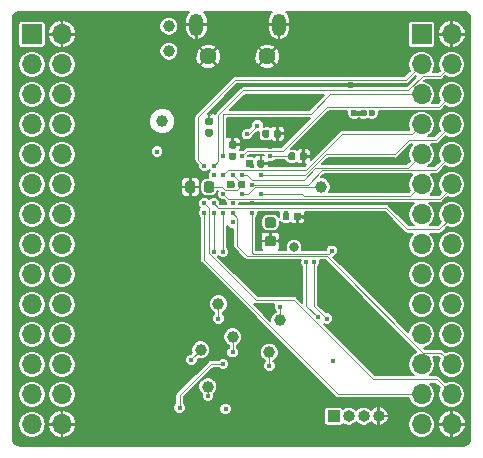
<source format=gbr>
G04 #@! TF.GenerationSoftware,KiCad,Pcbnew,5.0.2-bee76a0~70~ubuntu18.04.1*
G04 #@! TF.CreationDate,2018-12-10T15:17:23+01:00*
G04 #@! TF.ProjectId,sammyultra,73616d6d-7975-46c7-9472-612e6b696361,rev?*
G04 #@! TF.SameCoordinates,Original*
G04 #@! TF.FileFunction,Copper,L4,Bot*
G04 #@! TF.FilePolarity,Positive*
%FSLAX46Y46*%
G04 Gerber Fmt 4.6, Leading zero omitted, Abs format (unit mm)*
G04 Created by KiCad (PCBNEW 5.0.2-bee76a0~70~ubuntu18.04.1) date 2018-12-10T15:17:23 CET*
%MOMM*%
%LPD*%
G01*
G04 APERTURE LIST*
G04 #@! TA.AperFunction,BGAPad,CuDef*
%ADD10C,1.000000*%
G04 #@! TD*
G04 #@! TA.AperFunction,ComponentPad*
%ADD11C,1.000000*%
G04 #@! TD*
G04 #@! TA.AperFunction,ComponentPad*
%ADD12O,1.700000X1.700000*%
G04 #@! TD*
G04 #@! TA.AperFunction,ComponentPad*
%ADD13R,1.700000X1.700000*%
G04 #@! TD*
G04 #@! TA.AperFunction,Conductor*
%ADD14C,0.100000*%
G04 #@! TD*
G04 #@! TA.AperFunction,SMDPad,CuDef*
%ADD15C,0.590000*%
G04 #@! TD*
G04 #@! TA.AperFunction,ComponentPad*
%ADD16R,1.000000X1.000000*%
G04 #@! TD*
G04 #@! TA.AperFunction,ComponentPad*
%ADD17O,1.000000X1.000000*%
G04 #@! TD*
G04 #@! TA.AperFunction,ComponentPad*
%ADD18C,1.450000*%
G04 #@! TD*
G04 #@! TA.AperFunction,ComponentPad*
%ADD19O,1.200000X1.900000*%
G04 #@! TD*
G04 #@! TA.AperFunction,SMDPad,CuDef*
%ADD20C,0.875000*%
G04 #@! TD*
G04 #@! TA.AperFunction,ViaPad*
%ADD21C,0.450000*%
G04 #@! TD*
G04 #@! TA.AperFunction,ViaPad*
%ADD22C,0.600000*%
G04 #@! TD*
G04 #@! TA.AperFunction,ViaPad*
%ADD23C,0.800000*%
G04 #@! TD*
G04 #@! TA.AperFunction,Conductor*
%ADD24C,0.088900*%
G04 #@! TD*
G04 #@! TA.AperFunction,Conductor*
%ADD25C,0.400000*%
G04 #@! TD*
G04 #@! TA.AperFunction,Conductor*
%ADD26C,0.200000*%
G04 #@! TD*
G04 APERTURE END LIST*
D10*
G04 #@! TO.P,TP2,1*
G04 #@! TO.N,/MCDA2*
X98100000Y-109200000D03*
G04 #@! TD*
G04 #@! TO.P,TP3,1*
G04 #@! TO.N,/MCDA3*
X99000000Y-106500000D03*
G04 #@! TD*
G04 #@! TO.P,TP4,1*
G04 #@! TO.N,/MCCDA*
X93800000Y-105100000D03*
G04 #@! TD*
G04 #@! TO.P,TP5,1*
G04 #@! TO.N,/MCCK*
X92900000Y-112100000D03*
G04 #@! TD*
G04 #@! TO.P,TP6,1*
G04 #@! TO.N,/MCDA0*
X92300000Y-109000000D03*
G04 #@! TD*
G04 #@! TO.P,TP7,1*
G04 #@! TO.N,/MCDA1*
X95000000Y-107900000D03*
G04 #@! TD*
D11*
G04 #@! TO.P,TP10,1*
G04 #@! TO.N,/USB_D_M*
X89600000Y-81600000D03*
G04 #@! TD*
G04 #@! TO.P,TP9,1*
G04 #@! TO.N,/USB_D_P*
X89600000Y-83700000D03*
G04 #@! TD*
G04 #@! TO.P,TP8,1*
G04 #@! TO.N,/ERASE*
X102500000Y-95200000D03*
G04 #@! TD*
G04 #@! TO.P,TP1,1*
G04 #@! TO.N,+1V8*
X89050000Y-89650000D03*
G04 #@! TD*
D12*
G04 #@! TO.P,J3,28*
G04 #@! TO.N,GND*
X80540000Y-115300000D03*
G04 #@! TO.P,J3,27*
G04 #@! TO.N,+3V3*
X78000000Y-115300000D03*
G04 #@! TO.P,J3,26*
G04 #@! TO.N,/PA2*
X80540000Y-112760000D03*
G04 #@! TO.P,J3,25*
G04 #@! TO.N,/PA1*
X78000000Y-112760000D03*
G04 #@! TO.P,J3,24*
G04 #@! TO.N,/PA0*
X80540000Y-110220000D03*
G04 #@! TO.P,J3,23*
G04 #@! TO.N,/PA25*
X78000000Y-110220000D03*
G04 #@! TO.P,J3,22*
G04 #@! TO.N,/PA26*
X80540000Y-107680000D03*
G04 #@! TO.P,J3,21*
G04 #@! TO.N,/PA23*
X78000000Y-107680000D03*
G04 #@! TO.P,J3,20*
G04 #@! TO.N,/PA21*
X80540000Y-105140000D03*
G04 #@! TO.P,J3,19*
G04 #@! TO.N,/PA20*
X78000000Y-105140000D03*
G04 #@! TO.P,J3,18*
G04 #@! TO.N,/PA17*
X80540000Y-102600000D03*
G04 #@! TO.P,J3,17*
G04 #@! TO.N,/PA19*
X78000000Y-102600000D03*
G04 #@! TO.P,J3,16*
G04 #@! TO.N,/PA14*
X80540000Y-100060000D03*
G04 #@! TO.P,J3,15*
G04 #@! TO.N,/PA16*
X78000000Y-100060000D03*
G04 #@! TO.P,J3,14*
G04 #@! TO.N,/PB4*
X80540000Y-97520000D03*
G04 #@! TO.P,J3,13*
G04 #@! TO.N,/PB3*
X78000000Y-97520000D03*
G04 #@! TO.P,J3,12*
G04 #@! TO.N,/PA30*
X80540000Y-94980000D03*
G04 #@! TO.P,J3,11*
G04 #@! TO.N,/PB8*
X78000000Y-94980000D03*
G04 #@! TO.P,J3,10*
G04 #@! TO.N,/PB5*
X80540000Y-92440000D03*
G04 #@! TO.P,J3,9*
G04 #@! TO.N,/PB7*
X78000000Y-92440000D03*
G04 #@! TO.P,J3,8*
G04 #@! TO.N,/PB6*
X80540000Y-89900000D03*
G04 #@! TO.P,J3,7*
G04 #@! TO.N,/PB2*
X78000000Y-89900000D03*
G04 #@! TO.P,J3,6*
G04 #@! TO.N,/PB11*
X80540000Y-87360000D03*
G04 #@! TO.P,J3,5*
G04 #@! TO.N,/PB12*
X78000000Y-87360000D03*
G04 #@! TO.P,J3,4*
G04 #@! TO.N,/PB1*
X80540000Y-84820000D03*
G04 #@! TO.P,J3,3*
G04 #@! TO.N,/PA29*
X78000000Y-84820000D03*
G04 #@! TO.P,J3,2*
G04 #@! TO.N,GND*
X80540000Y-82280000D03*
D13*
G04 #@! TO.P,J3,1*
G04 #@! TO.N,+3V3*
X78000000Y-82280000D03*
G04 #@! TD*
G04 #@! TO.P,J5,1*
G04 #@! TO.N,+3V3*
X111000000Y-82280000D03*
D12*
G04 #@! TO.P,J5,2*
G04 #@! TO.N,GND*
X113540000Y-82280000D03*
G04 #@! TO.P,J5,3*
G04 #@! TO.N,/PA22*
X111000000Y-84820000D03*
G04 #@! TO.P,J5,4*
G04 #@! TO.N,/PB13*
X113540000Y-84820000D03*
G04 #@! TO.P,J5,5*
G04 #@! TO.N,/PB0*
X111000000Y-87360000D03*
G04 #@! TO.P,J5,6*
G04 #@! TO.N,/PA28*
X113540000Y-87360000D03*
G04 #@! TO.P,J5,7*
G04 #@! TO.N,/PA31*
X111000000Y-89900000D03*
G04 #@! TO.P,J5,8*
G04 #@! TO.N,/PB14*
X113540000Y-89900000D03*
G04 #@! TO.P,J5,9*
G04 #@! TO.N,/PB9*
X111000000Y-92440000D03*
G04 #@! TO.P,J5,10*
G04 #@! TO.N,/PB20*
X113540000Y-92440000D03*
G04 #@! TO.P,J5,11*
G04 #@! TO.N,/PB22*
X111000000Y-94980000D03*
G04 #@! TO.P,J5,12*
G04 #@! TO.N,/PB16*
X113540000Y-94980000D03*
G04 #@! TO.P,J5,13*
G04 #@! TO.N,/PB10*
X111000000Y-97520000D03*
G04 #@! TO.P,J5,14*
G04 #@! TO.N,/PB15*
X113540000Y-97520000D03*
G04 #@! TO.P,J5,15*
G04 #@! TO.N,/PB18*
X111000000Y-100060000D03*
G04 #@! TO.P,J5,16*
G04 #@! TO.N,/PB17*
X113540000Y-100060000D03*
G04 #@! TO.P,J5,17*
G04 #@! TO.N,/PB19*
X111000000Y-102600000D03*
G04 #@! TO.P,J5,18*
G04 #@! TO.N,/PB21*
X113540000Y-102600000D03*
G04 #@! TO.P,J5,19*
G04 #@! TO.N,/PB24*
X111000000Y-105140000D03*
G04 #@! TO.P,J5,20*
G04 #@! TO.N,/PB23*
X113540000Y-105140000D03*
G04 #@! TO.P,J5,21*
G04 #@! TO.N,/PA12*
X111000000Y-107680000D03*
G04 #@! TO.P,J5,22*
G04 #@! TO.N,/PA11*
X113540000Y-107680000D03*
G04 #@! TO.P,J5,23*
G04 #@! TO.N,/PA9*
X111000000Y-110220000D03*
G04 #@! TO.P,J5,24*
G04 #@! TO.N,/PA10*
X113540000Y-110220000D03*
G04 #@! TO.P,J5,25*
G04 #@! TO.N,/PA24*
X111000000Y-112760000D03*
G04 #@! TO.P,J5,26*
G04 #@! TO.N,/PA18*
X113540000Y-112760000D03*
G04 #@! TO.P,J5,27*
G04 #@! TO.N,+3V3*
X111000000Y-115300000D03*
G04 #@! TO.P,J5,28*
G04 #@! TO.N,GND*
X113540000Y-115300000D03*
G04 #@! TD*
D14*
G04 #@! TO.N,+3V3*
G04 #@! TO.C,C17*
G36*
X99676958Y-97380710D02*
X99691276Y-97382834D01*
X99705317Y-97386351D01*
X99718946Y-97391228D01*
X99732031Y-97397417D01*
X99744447Y-97404858D01*
X99756073Y-97413481D01*
X99766798Y-97423202D01*
X99776519Y-97433927D01*
X99785142Y-97445553D01*
X99792583Y-97457969D01*
X99798772Y-97471054D01*
X99803649Y-97484683D01*
X99807166Y-97498724D01*
X99809290Y-97513042D01*
X99810000Y-97527500D01*
X99810000Y-97872500D01*
X99809290Y-97886958D01*
X99807166Y-97901276D01*
X99803649Y-97915317D01*
X99798772Y-97928946D01*
X99792583Y-97942031D01*
X99785142Y-97954447D01*
X99776519Y-97966073D01*
X99766798Y-97976798D01*
X99756073Y-97986519D01*
X99744447Y-97995142D01*
X99732031Y-98002583D01*
X99718946Y-98008772D01*
X99705317Y-98013649D01*
X99691276Y-98017166D01*
X99676958Y-98019290D01*
X99662500Y-98020000D01*
X99367500Y-98020000D01*
X99353042Y-98019290D01*
X99338724Y-98017166D01*
X99324683Y-98013649D01*
X99311054Y-98008772D01*
X99297969Y-98002583D01*
X99285553Y-97995142D01*
X99273927Y-97986519D01*
X99263202Y-97976798D01*
X99253481Y-97966073D01*
X99244858Y-97954447D01*
X99237417Y-97942031D01*
X99231228Y-97928946D01*
X99226351Y-97915317D01*
X99222834Y-97901276D01*
X99220710Y-97886958D01*
X99220000Y-97872500D01*
X99220000Y-97527500D01*
X99220710Y-97513042D01*
X99222834Y-97498724D01*
X99226351Y-97484683D01*
X99231228Y-97471054D01*
X99237417Y-97457969D01*
X99244858Y-97445553D01*
X99253481Y-97433927D01*
X99263202Y-97423202D01*
X99273927Y-97413481D01*
X99285553Y-97404858D01*
X99297969Y-97397417D01*
X99311054Y-97391228D01*
X99324683Y-97386351D01*
X99338724Y-97382834D01*
X99353042Y-97380710D01*
X99367500Y-97380000D01*
X99662500Y-97380000D01*
X99676958Y-97380710D01*
X99676958Y-97380710D01*
G37*
D15*
G04 #@! TD*
G04 #@! TO.P,C17,1*
G04 #@! TO.N,+3V3*
X99515000Y-97700000D03*
D14*
G04 #@! TO.N,GND*
G04 #@! TO.C,C17*
G36*
X100646958Y-97380710D02*
X100661276Y-97382834D01*
X100675317Y-97386351D01*
X100688946Y-97391228D01*
X100702031Y-97397417D01*
X100714447Y-97404858D01*
X100726073Y-97413481D01*
X100736798Y-97423202D01*
X100746519Y-97433927D01*
X100755142Y-97445553D01*
X100762583Y-97457969D01*
X100768772Y-97471054D01*
X100773649Y-97484683D01*
X100777166Y-97498724D01*
X100779290Y-97513042D01*
X100780000Y-97527500D01*
X100780000Y-97872500D01*
X100779290Y-97886958D01*
X100777166Y-97901276D01*
X100773649Y-97915317D01*
X100768772Y-97928946D01*
X100762583Y-97942031D01*
X100755142Y-97954447D01*
X100746519Y-97966073D01*
X100736798Y-97976798D01*
X100726073Y-97986519D01*
X100714447Y-97995142D01*
X100702031Y-98002583D01*
X100688946Y-98008772D01*
X100675317Y-98013649D01*
X100661276Y-98017166D01*
X100646958Y-98019290D01*
X100632500Y-98020000D01*
X100337500Y-98020000D01*
X100323042Y-98019290D01*
X100308724Y-98017166D01*
X100294683Y-98013649D01*
X100281054Y-98008772D01*
X100267969Y-98002583D01*
X100255553Y-97995142D01*
X100243927Y-97986519D01*
X100233202Y-97976798D01*
X100223481Y-97966073D01*
X100214858Y-97954447D01*
X100207417Y-97942031D01*
X100201228Y-97928946D01*
X100196351Y-97915317D01*
X100192834Y-97901276D01*
X100190710Y-97886958D01*
X100190000Y-97872500D01*
X100190000Y-97527500D01*
X100190710Y-97513042D01*
X100192834Y-97498724D01*
X100196351Y-97484683D01*
X100201228Y-97471054D01*
X100207417Y-97457969D01*
X100214858Y-97445553D01*
X100223481Y-97433927D01*
X100233202Y-97423202D01*
X100243927Y-97413481D01*
X100255553Y-97404858D01*
X100267969Y-97397417D01*
X100281054Y-97391228D01*
X100294683Y-97386351D01*
X100308724Y-97382834D01*
X100323042Y-97380710D01*
X100337500Y-97380000D01*
X100632500Y-97380000D01*
X100646958Y-97380710D01*
X100646958Y-97380710D01*
G37*
D15*
G04 #@! TD*
G04 #@! TO.P,C17,2*
G04 #@! TO.N,GND*
X100485000Y-97700000D03*
D14*
G04 #@! TO.N,+3V3*
G04 #@! TO.C,C10*
G36*
X100176958Y-92280710D02*
X100191276Y-92282834D01*
X100205317Y-92286351D01*
X100218946Y-92291228D01*
X100232031Y-92297417D01*
X100244447Y-92304858D01*
X100256073Y-92313481D01*
X100266798Y-92323202D01*
X100276519Y-92333927D01*
X100285142Y-92345553D01*
X100292583Y-92357969D01*
X100298772Y-92371054D01*
X100303649Y-92384683D01*
X100307166Y-92398724D01*
X100309290Y-92413042D01*
X100310000Y-92427500D01*
X100310000Y-92772500D01*
X100309290Y-92786958D01*
X100307166Y-92801276D01*
X100303649Y-92815317D01*
X100298772Y-92828946D01*
X100292583Y-92842031D01*
X100285142Y-92854447D01*
X100276519Y-92866073D01*
X100266798Y-92876798D01*
X100256073Y-92886519D01*
X100244447Y-92895142D01*
X100232031Y-92902583D01*
X100218946Y-92908772D01*
X100205317Y-92913649D01*
X100191276Y-92917166D01*
X100176958Y-92919290D01*
X100162500Y-92920000D01*
X99867500Y-92920000D01*
X99853042Y-92919290D01*
X99838724Y-92917166D01*
X99824683Y-92913649D01*
X99811054Y-92908772D01*
X99797969Y-92902583D01*
X99785553Y-92895142D01*
X99773927Y-92886519D01*
X99763202Y-92876798D01*
X99753481Y-92866073D01*
X99744858Y-92854447D01*
X99737417Y-92842031D01*
X99731228Y-92828946D01*
X99726351Y-92815317D01*
X99722834Y-92801276D01*
X99720710Y-92786958D01*
X99720000Y-92772500D01*
X99720000Y-92427500D01*
X99720710Y-92413042D01*
X99722834Y-92398724D01*
X99726351Y-92384683D01*
X99731228Y-92371054D01*
X99737417Y-92357969D01*
X99744858Y-92345553D01*
X99753481Y-92333927D01*
X99763202Y-92323202D01*
X99773927Y-92313481D01*
X99785553Y-92304858D01*
X99797969Y-92297417D01*
X99811054Y-92291228D01*
X99824683Y-92286351D01*
X99838724Y-92282834D01*
X99853042Y-92280710D01*
X99867500Y-92280000D01*
X100162500Y-92280000D01*
X100176958Y-92280710D01*
X100176958Y-92280710D01*
G37*
D15*
G04 #@! TD*
G04 #@! TO.P,C10,1*
G04 #@! TO.N,+3V3*
X100015000Y-92600000D03*
D14*
G04 #@! TO.N,GND*
G04 #@! TO.C,C10*
G36*
X101146958Y-92280710D02*
X101161276Y-92282834D01*
X101175317Y-92286351D01*
X101188946Y-92291228D01*
X101202031Y-92297417D01*
X101214447Y-92304858D01*
X101226073Y-92313481D01*
X101236798Y-92323202D01*
X101246519Y-92333927D01*
X101255142Y-92345553D01*
X101262583Y-92357969D01*
X101268772Y-92371054D01*
X101273649Y-92384683D01*
X101277166Y-92398724D01*
X101279290Y-92413042D01*
X101280000Y-92427500D01*
X101280000Y-92772500D01*
X101279290Y-92786958D01*
X101277166Y-92801276D01*
X101273649Y-92815317D01*
X101268772Y-92828946D01*
X101262583Y-92842031D01*
X101255142Y-92854447D01*
X101246519Y-92866073D01*
X101236798Y-92876798D01*
X101226073Y-92886519D01*
X101214447Y-92895142D01*
X101202031Y-92902583D01*
X101188946Y-92908772D01*
X101175317Y-92913649D01*
X101161276Y-92917166D01*
X101146958Y-92919290D01*
X101132500Y-92920000D01*
X100837500Y-92920000D01*
X100823042Y-92919290D01*
X100808724Y-92917166D01*
X100794683Y-92913649D01*
X100781054Y-92908772D01*
X100767969Y-92902583D01*
X100755553Y-92895142D01*
X100743927Y-92886519D01*
X100733202Y-92876798D01*
X100723481Y-92866073D01*
X100714858Y-92854447D01*
X100707417Y-92842031D01*
X100701228Y-92828946D01*
X100696351Y-92815317D01*
X100692834Y-92801276D01*
X100690710Y-92786958D01*
X100690000Y-92772500D01*
X100690000Y-92427500D01*
X100690710Y-92413042D01*
X100692834Y-92398724D01*
X100696351Y-92384683D01*
X100701228Y-92371054D01*
X100707417Y-92357969D01*
X100714858Y-92345553D01*
X100723481Y-92333927D01*
X100733202Y-92323202D01*
X100743927Y-92313481D01*
X100755553Y-92304858D01*
X100767969Y-92297417D01*
X100781054Y-92291228D01*
X100794683Y-92286351D01*
X100808724Y-92282834D01*
X100823042Y-92280710D01*
X100837500Y-92280000D01*
X101132500Y-92280000D01*
X101146958Y-92280710D01*
X101146958Y-92280710D01*
G37*
D15*
G04 #@! TD*
G04 #@! TO.P,C10,2*
G04 #@! TO.N,GND*
X100985000Y-92600000D03*
D14*
G04 #@! TO.N,GND*
G04 #@! TO.C,C6*
G36*
X98946958Y-90380710D02*
X98961276Y-90382834D01*
X98975317Y-90386351D01*
X98988946Y-90391228D01*
X99002031Y-90397417D01*
X99014447Y-90404858D01*
X99026073Y-90413481D01*
X99036798Y-90423202D01*
X99046519Y-90433927D01*
X99055142Y-90445553D01*
X99062583Y-90457969D01*
X99068772Y-90471054D01*
X99073649Y-90484683D01*
X99077166Y-90498724D01*
X99079290Y-90513042D01*
X99080000Y-90527500D01*
X99080000Y-90872500D01*
X99079290Y-90886958D01*
X99077166Y-90901276D01*
X99073649Y-90915317D01*
X99068772Y-90928946D01*
X99062583Y-90942031D01*
X99055142Y-90954447D01*
X99046519Y-90966073D01*
X99036798Y-90976798D01*
X99026073Y-90986519D01*
X99014447Y-90995142D01*
X99002031Y-91002583D01*
X98988946Y-91008772D01*
X98975317Y-91013649D01*
X98961276Y-91017166D01*
X98946958Y-91019290D01*
X98932500Y-91020000D01*
X98637500Y-91020000D01*
X98623042Y-91019290D01*
X98608724Y-91017166D01*
X98594683Y-91013649D01*
X98581054Y-91008772D01*
X98567969Y-91002583D01*
X98555553Y-90995142D01*
X98543927Y-90986519D01*
X98533202Y-90976798D01*
X98523481Y-90966073D01*
X98514858Y-90954447D01*
X98507417Y-90942031D01*
X98501228Y-90928946D01*
X98496351Y-90915317D01*
X98492834Y-90901276D01*
X98490710Y-90886958D01*
X98490000Y-90872500D01*
X98490000Y-90527500D01*
X98490710Y-90513042D01*
X98492834Y-90498724D01*
X98496351Y-90484683D01*
X98501228Y-90471054D01*
X98507417Y-90457969D01*
X98514858Y-90445553D01*
X98523481Y-90433927D01*
X98533202Y-90423202D01*
X98543927Y-90413481D01*
X98555553Y-90404858D01*
X98567969Y-90397417D01*
X98581054Y-90391228D01*
X98594683Y-90386351D01*
X98608724Y-90382834D01*
X98623042Y-90380710D01*
X98637500Y-90380000D01*
X98932500Y-90380000D01*
X98946958Y-90380710D01*
X98946958Y-90380710D01*
G37*
D15*
G04 #@! TD*
G04 #@! TO.P,C6,2*
G04 #@! TO.N,GND*
X98785000Y-90700000D03*
D14*
G04 #@! TO.N,+1V8*
G04 #@! TO.C,C6*
G36*
X97976958Y-90380710D02*
X97991276Y-90382834D01*
X98005317Y-90386351D01*
X98018946Y-90391228D01*
X98032031Y-90397417D01*
X98044447Y-90404858D01*
X98056073Y-90413481D01*
X98066798Y-90423202D01*
X98076519Y-90433927D01*
X98085142Y-90445553D01*
X98092583Y-90457969D01*
X98098772Y-90471054D01*
X98103649Y-90484683D01*
X98107166Y-90498724D01*
X98109290Y-90513042D01*
X98110000Y-90527500D01*
X98110000Y-90872500D01*
X98109290Y-90886958D01*
X98107166Y-90901276D01*
X98103649Y-90915317D01*
X98098772Y-90928946D01*
X98092583Y-90942031D01*
X98085142Y-90954447D01*
X98076519Y-90966073D01*
X98066798Y-90976798D01*
X98056073Y-90986519D01*
X98044447Y-90995142D01*
X98032031Y-91002583D01*
X98018946Y-91008772D01*
X98005317Y-91013649D01*
X97991276Y-91017166D01*
X97976958Y-91019290D01*
X97962500Y-91020000D01*
X97667500Y-91020000D01*
X97653042Y-91019290D01*
X97638724Y-91017166D01*
X97624683Y-91013649D01*
X97611054Y-91008772D01*
X97597969Y-91002583D01*
X97585553Y-90995142D01*
X97573927Y-90986519D01*
X97563202Y-90976798D01*
X97553481Y-90966073D01*
X97544858Y-90954447D01*
X97537417Y-90942031D01*
X97531228Y-90928946D01*
X97526351Y-90915317D01*
X97522834Y-90901276D01*
X97520710Y-90886958D01*
X97520000Y-90872500D01*
X97520000Y-90527500D01*
X97520710Y-90513042D01*
X97522834Y-90498724D01*
X97526351Y-90484683D01*
X97531228Y-90471054D01*
X97537417Y-90457969D01*
X97544858Y-90445553D01*
X97553481Y-90433927D01*
X97563202Y-90423202D01*
X97573927Y-90413481D01*
X97585553Y-90404858D01*
X97597969Y-90397417D01*
X97611054Y-90391228D01*
X97624683Y-90386351D01*
X97638724Y-90382834D01*
X97653042Y-90380710D01*
X97667500Y-90380000D01*
X97962500Y-90380000D01*
X97976958Y-90380710D01*
X97976958Y-90380710D01*
G37*
D15*
G04 #@! TD*
G04 #@! TO.P,C6,1*
G04 #@! TO.N,+1V8*
X97815000Y-90700000D03*
D14*
G04 #@! TO.N,+3V3*
G04 #@! TO.C,C5*
G36*
X95186958Y-92290710D02*
X95201276Y-92292834D01*
X95215317Y-92296351D01*
X95228946Y-92301228D01*
X95242031Y-92307417D01*
X95254447Y-92314858D01*
X95266073Y-92323481D01*
X95276798Y-92333202D01*
X95286519Y-92343927D01*
X95295142Y-92355553D01*
X95302583Y-92367969D01*
X95308772Y-92381054D01*
X95313649Y-92394683D01*
X95317166Y-92408724D01*
X95319290Y-92423042D01*
X95320000Y-92437500D01*
X95320000Y-92732500D01*
X95319290Y-92746958D01*
X95317166Y-92761276D01*
X95313649Y-92775317D01*
X95308772Y-92788946D01*
X95302583Y-92802031D01*
X95295142Y-92814447D01*
X95286519Y-92826073D01*
X95276798Y-92836798D01*
X95266073Y-92846519D01*
X95254447Y-92855142D01*
X95242031Y-92862583D01*
X95228946Y-92868772D01*
X95215317Y-92873649D01*
X95201276Y-92877166D01*
X95186958Y-92879290D01*
X95172500Y-92880000D01*
X94827500Y-92880000D01*
X94813042Y-92879290D01*
X94798724Y-92877166D01*
X94784683Y-92873649D01*
X94771054Y-92868772D01*
X94757969Y-92862583D01*
X94745553Y-92855142D01*
X94733927Y-92846519D01*
X94723202Y-92836798D01*
X94713481Y-92826073D01*
X94704858Y-92814447D01*
X94697417Y-92802031D01*
X94691228Y-92788946D01*
X94686351Y-92775317D01*
X94682834Y-92761276D01*
X94680710Y-92746958D01*
X94680000Y-92732500D01*
X94680000Y-92437500D01*
X94680710Y-92423042D01*
X94682834Y-92408724D01*
X94686351Y-92394683D01*
X94691228Y-92381054D01*
X94697417Y-92367969D01*
X94704858Y-92355553D01*
X94713481Y-92343927D01*
X94723202Y-92333202D01*
X94733927Y-92323481D01*
X94745553Y-92314858D01*
X94757969Y-92307417D01*
X94771054Y-92301228D01*
X94784683Y-92296351D01*
X94798724Y-92292834D01*
X94813042Y-92290710D01*
X94827500Y-92290000D01*
X95172500Y-92290000D01*
X95186958Y-92290710D01*
X95186958Y-92290710D01*
G37*
D15*
G04 #@! TD*
G04 #@! TO.P,C5,1*
G04 #@! TO.N,+3V3*
X95000000Y-92585000D03*
D14*
G04 #@! TO.N,GND*
G04 #@! TO.C,C5*
G36*
X95186958Y-91320710D02*
X95201276Y-91322834D01*
X95215317Y-91326351D01*
X95228946Y-91331228D01*
X95242031Y-91337417D01*
X95254447Y-91344858D01*
X95266073Y-91353481D01*
X95276798Y-91363202D01*
X95286519Y-91373927D01*
X95295142Y-91385553D01*
X95302583Y-91397969D01*
X95308772Y-91411054D01*
X95313649Y-91424683D01*
X95317166Y-91438724D01*
X95319290Y-91453042D01*
X95320000Y-91467500D01*
X95320000Y-91762500D01*
X95319290Y-91776958D01*
X95317166Y-91791276D01*
X95313649Y-91805317D01*
X95308772Y-91818946D01*
X95302583Y-91832031D01*
X95295142Y-91844447D01*
X95286519Y-91856073D01*
X95276798Y-91866798D01*
X95266073Y-91876519D01*
X95254447Y-91885142D01*
X95242031Y-91892583D01*
X95228946Y-91898772D01*
X95215317Y-91903649D01*
X95201276Y-91907166D01*
X95186958Y-91909290D01*
X95172500Y-91910000D01*
X94827500Y-91910000D01*
X94813042Y-91909290D01*
X94798724Y-91907166D01*
X94784683Y-91903649D01*
X94771054Y-91898772D01*
X94757969Y-91892583D01*
X94745553Y-91885142D01*
X94733927Y-91876519D01*
X94723202Y-91866798D01*
X94713481Y-91856073D01*
X94704858Y-91844447D01*
X94697417Y-91832031D01*
X94691228Y-91818946D01*
X94686351Y-91805317D01*
X94682834Y-91791276D01*
X94680710Y-91776958D01*
X94680000Y-91762500D01*
X94680000Y-91467500D01*
X94680710Y-91453042D01*
X94682834Y-91438724D01*
X94686351Y-91424683D01*
X94691228Y-91411054D01*
X94697417Y-91397969D01*
X94704858Y-91385553D01*
X94713481Y-91373927D01*
X94723202Y-91363202D01*
X94733927Y-91353481D01*
X94745553Y-91344858D01*
X94757969Y-91337417D01*
X94771054Y-91331228D01*
X94784683Y-91326351D01*
X94798724Y-91322834D01*
X94813042Y-91320710D01*
X94827500Y-91320000D01*
X95172500Y-91320000D01*
X95186958Y-91320710D01*
X95186958Y-91320710D01*
G37*
D15*
G04 #@! TD*
G04 #@! TO.P,C5,2*
G04 #@! TO.N,GND*
X95000000Y-91615000D03*
D14*
G04 #@! TO.N,GND*
G04 #@! TO.C,C4*
G36*
X93186958Y-89335710D02*
X93201276Y-89337834D01*
X93215317Y-89341351D01*
X93228946Y-89346228D01*
X93242031Y-89352417D01*
X93254447Y-89359858D01*
X93266073Y-89368481D01*
X93276798Y-89378202D01*
X93286519Y-89388927D01*
X93295142Y-89400553D01*
X93302583Y-89412969D01*
X93308772Y-89426054D01*
X93313649Y-89439683D01*
X93317166Y-89453724D01*
X93319290Y-89468042D01*
X93320000Y-89482500D01*
X93320000Y-89777500D01*
X93319290Y-89791958D01*
X93317166Y-89806276D01*
X93313649Y-89820317D01*
X93308772Y-89833946D01*
X93302583Y-89847031D01*
X93295142Y-89859447D01*
X93286519Y-89871073D01*
X93276798Y-89881798D01*
X93266073Y-89891519D01*
X93254447Y-89900142D01*
X93242031Y-89907583D01*
X93228946Y-89913772D01*
X93215317Y-89918649D01*
X93201276Y-89922166D01*
X93186958Y-89924290D01*
X93172500Y-89925000D01*
X92827500Y-89925000D01*
X92813042Y-89924290D01*
X92798724Y-89922166D01*
X92784683Y-89918649D01*
X92771054Y-89913772D01*
X92757969Y-89907583D01*
X92745553Y-89900142D01*
X92733927Y-89891519D01*
X92723202Y-89881798D01*
X92713481Y-89871073D01*
X92704858Y-89859447D01*
X92697417Y-89847031D01*
X92691228Y-89833946D01*
X92686351Y-89820317D01*
X92682834Y-89806276D01*
X92680710Y-89791958D01*
X92680000Y-89777500D01*
X92680000Y-89482500D01*
X92680710Y-89468042D01*
X92682834Y-89453724D01*
X92686351Y-89439683D01*
X92691228Y-89426054D01*
X92697417Y-89412969D01*
X92704858Y-89400553D01*
X92713481Y-89388927D01*
X92723202Y-89378202D01*
X92733927Y-89368481D01*
X92745553Y-89359858D01*
X92757969Y-89352417D01*
X92771054Y-89346228D01*
X92784683Y-89341351D01*
X92798724Y-89337834D01*
X92813042Y-89335710D01*
X92827500Y-89335000D01*
X93172500Y-89335000D01*
X93186958Y-89335710D01*
X93186958Y-89335710D01*
G37*
D15*
G04 #@! TD*
G04 #@! TO.P,C4,2*
G04 #@! TO.N,GND*
X93000000Y-89630000D03*
D14*
G04 #@! TO.N,+1V8*
G04 #@! TO.C,C4*
G36*
X93186958Y-90305710D02*
X93201276Y-90307834D01*
X93215317Y-90311351D01*
X93228946Y-90316228D01*
X93242031Y-90322417D01*
X93254447Y-90329858D01*
X93266073Y-90338481D01*
X93276798Y-90348202D01*
X93286519Y-90358927D01*
X93295142Y-90370553D01*
X93302583Y-90382969D01*
X93308772Y-90396054D01*
X93313649Y-90409683D01*
X93317166Y-90423724D01*
X93319290Y-90438042D01*
X93320000Y-90452500D01*
X93320000Y-90747500D01*
X93319290Y-90761958D01*
X93317166Y-90776276D01*
X93313649Y-90790317D01*
X93308772Y-90803946D01*
X93302583Y-90817031D01*
X93295142Y-90829447D01*
X93286519Y-90841073D01*
X93276798Y-90851798D01*
X93266073Y-90861519D01*
X93254447Y-90870142D01*
X93242031Y-90877583D01*
X93228946Y-90883772D01*
X93215317Y-90888649D01*
X93201276Y-90892166D01*
X93186958Y-90894290D01*
X93172500Y-90895000D01*
X92827500Y-90895000D01*
X92813042Y-90894290D01*
X92798724Y-90892166D01*
X92784683Y-90888649D01*
X92771054Y-90883772D01*
X92757969Y-90877583D01*
X92745553Y-90870142D01*
X92733927Y-90861519D01*
X92723202Y-90851798D01*
X92713481Y-90841073D01*
X92704858Y-90829447D01*
X92697417Y-90817031D01*
X92691228Y-90803946D01*
X92686351Y-90790317D01*
X92682834Y-90776276D01*
X92680710Y-90761958D01*
X92680000Y-90747500D01*
X92680000Y-90452500D01*
X92680710Y-90438042D01*
X92682834Y-90423724D01*
X92686351Y-90409683D01*
X92691228Y-90396054D01*
X92697417Y-90382969D01*
X92704858Y-90370553D01*
X92713481Y-90358927D01*
X92723202Y-90348202D01*
X92733927Y-90338481D01*
X92745553Y-90329858D01*
X92757969Y-90322417D01*
X92771054Y-90316228D01*
X92784683Y-90311351D01*
X92798724Y-90307834D01*
X92813042Y-90305710D01*
X92827500Y-90305000D01*
X93172500Y-90305000D01*
X93186958Y-90305710D01*
X93186958Y-90305710D01*
G37*
D15*
G04 #@! TD*
G04 #@! TO.P,C4,1*
G04 #@! TO.N,+1V8*
X93000000Y-90600000D03*
D14*
G04 #@! TO.N,+1V8*
G04 #@! TO.C,C3*
G36*
X96576958Y-92880710D02*
X96591276Y-92882834D01*
X96605317Y-92886351D01*
X96618946Y-92891228D01*
X96632031Y-92897417D01*
X96644447Y-92904858D01*
X96656073Y-92913481D01*
X96666798Y-92923202D01*
X96676519Y-92933927D01*
X96685142Y-92945553D01*
X96692583Y-92957969D01*
X96698772Y-92971054D01*
X96703649Y-92984683D01*
X96707166Y-92998724D01*
X96709290Y-93013042D01*
X96710000Y-93027500D01*
X96710000Y-93372500D01*
X96709290Y-93386958D01*
X96707166Y-93401276D01*
X96703649Y-93415317D01*
X96698772Y-93428946D01*
X96692583Y-93442031D01*
X96685142Y-93454447D01*
X96676519Y-93466073D01*
X96666798Y-93476798D01*
X96656073Y-93486519D01*
X96644447Y-93495142D01*
X96632031Y-93502583D01*
X96618946Y-93508772D01*
X96605317Y-93513649D01*
X96591276Y-93517166D01*
X96576958Y-93519290D01*
X96562500Y-93520000D01*
X96267500Y-93520000D01*
X96253042Y-93519290D01*
X96238724Y-93517166D01*
X96224683Y-93513649D01*
X96211054Y-93508772D01*
X96197969Y-93502583D01*
X96185553Y-93495142D01*
X96173927Y-93486519D01*
X96163202Y-93476798D01*
X96153481Y-93466073D01*
X96144858Y-93454447D01*
X96137417Y-93442031D01*
X96131228Y-93428946D01*
X96126351Y-93415317D01*
X96122834Y-93401276D01*
X96120710Y-93386958D01*
X96120000Y-93372500D01*
X96120000Y-93027500D01*
X96120710Y-93013042D01*
X96122834Y-92998724D01*
X96126351Y-92984683D01*
X96131228Y-92971054D01*
X96137417Y-92957969D01*
X96144858Y-92945553D01*
X96153481Y-92933927D01*
X96163202Y-92923202D01*
X96173927Y-92913481D01*
X96185553Y-92904858D01*
X96197969Y-92897417D01*
X96211054Y-92891228D01*
X96224683Y-92886351D01*
X96238724Y-92882834D01*
X96253042Y-92880710D01*
X96267500Y-92880000D01*
X96562500Y-92880000D01*
X96576958Y-92880710D01*
X96576958Y-92880710D01*
G37*
D15*
G04 #@! TD*
G04 #@! TO.P,C3,1*
G04 #@! TO.N,+1V8*
X96415000Y-93200000D03*
D14*
G04 #@! TO.N,GND*
G04 #@! TO.C,C3*
G36*
X97546958Y-92880710D02*
X97561276Y-92882834D01*
X97575317Y-92886351D01*
X97588946Y-92891228D01*
X97602031Y-92897417D01*
X97614447Y-92904858D01*
X97626073Y-92913481D01*
X97636798Y-92923202D01*
X97646519Y-92933927D01*
X97655142Y-92945553D01*
X97662583Y-92957969D01*
X97668772Y-92971054D01*
X97673649Y-92984683D01*
X97677166Y-92998724D01*
X97679290Y-93013042D01*
X97680000Y-93027500D01*
X97680000Y-93372500D01*
X97679290Y-93386958D01*
X97677166Y-93401276D01*
X97673649Y-93415317D01*
X97668772Y-93428946D01*
X97662583Y-93442031D01*
X97655142Y-93454447D01*
X97646519Y-93466073D01*
X97636798Y-93476798D01*
X97626073Y-93486519D01*
X97614447Y-93495142D01*
X97602031Y-93502583D01*
X97588946Y-93508772D01*
X97575317Y-93513649D01*
X97561276Y-93517166D01*
X97546958Y-93519290D01*
X97532500Y-93520000D01*
X97237500Y-93520000D01*
X97223042Y-93519290D01*
X97208724Y-93517166D01*
X97194683Y-93513649D01*
X97181054Y-93508772D01*
X97167969Y-93502583D01*
X97155553Y-93495142D01*
X97143927Y-93486519D01*
X97133202Y-93476798D01*
X97123481Y-93466073D01*
X97114858Y-93454447D01*
X97107417Y-93442031D01*
X97101228Y-93428946D01*
X97096351Y-93415317D01*
X97092834Y-93401276D01*
X97090710Y-93386958D01*
X97090000Y-93372500D01*
X97090000Y-93027500D01*
X97090710Y-93013042D01*
X97092834Y-92998724D01*
X97096351Y-92984683D01*
X97101228Y-92971054D01*
X97107417Y-92957969D01*
X97114858Y-92945553D01*
X97123481Y-92933927D01*
X97133202Y-92923202D01*
X97143927Y-92913481D01*
X97155553Y-92904858D01*
X97167969Y-92897417D01*
X97181054Y-92891228D01*
X97194683Y-92886351D01*
X97208724Y-92882834D01*
X97223042Y-92880710D01*
X97237500Y-92880000D01*
X97532500Y-92880000D01*
X97546958Y-92880710D01*
X97546958Y-92880710D01*
G37*
D15*
G04 #@! TD*
G04 #@! TO.P,C3,2*
G04 #@! TO.N,GND*
X97385000Y-93200000D03*
D14*
G04 #@! TO.N,GND*
G04 #@! TO.C,C2*
G36*
X94976958Y-94680710D02*
X94991276Y-94682834D01*
X95005317Y-94686351D01*
X95018946Y-94691228D01*
X95032031Y-94697417D01*
X95044447Y-94704858D01*
X95056073Y-94713481D01*
X95066798Y-94723202D01*
X95076519Y-94733927D01*
X95085142Y-94745553D01*
X95092583Y-94757969D01*
X95098772Y-94771054D01*
X95103649Y-94784683D01*
X95107166Y-94798724D01*
X95109290Y-94813042D01*
X95110000Y-94827500D01*
X95110000Y-95172500D01*
X95109290Y-95186958D01*
X95107166Y-95201276D01*
X95103649Y-95215317D01*
X95098772Y-95228946D01*
X95092583Y-95242031D01*
X95085142Y-95254447D01*
X95076519Y-95266073D01*
X95066798Y-95276798D01*
X95056073Y-95286519D01*
X95044447Y-95295142D01*
X95032031Y-95302583D01*
X95018946Y-95308772D01*
X95005317Y-95313649D01*
X94991276Y-95317166D01*
X94976958Y-95319290D01*
X94962500Y-95320000D01*
X94667500Y-95320000D01*
X94653042Y-95319290D01*
X94638724Y-95317166D01*
X94624683Y-95313649D01*
X94611054Y-95308772D01*
X94597969Y-95302583D01*
X94585553Y-95295142D01*
X94573927Y-95286519D01*
X94563202Y-95276798D01*
X94553481Y-95266073D01*
X94544858Y-95254447D01*
X94537417Y-95242031D01*
X94531228Y-95228946D01*
X94526351Y-95215317D01*
X94522834Y-95201276D01*
X94520710Y-95186958D01*
X94520000Y-95172500D01*
X94520000Y-94827500D01*
X94520710Y-94813042D01*
X94522834Y-94798724D01*
X94526351Y-94784683D01*
X94531228Y-94771054D01*
X94537417Y-94757969D01*
X94544858Y-94745553D01*
X94553481Y-94733927D01*
X94563202Y-94723202D01*
X94573927Y-94713481D01*
X94585553Y-94704858D01*
X94597969Y-94697417D01*
X94611054Y-94691228D01*
X94624683Y-94686351D01*
X94638724Y-94682834D01*
X94653042Y-94680710D01*
X94667500Y-94680000D01*
X94962500Y-94680000D01*
X94976958Y-94680710D01*
X94976958Y-94680710D01*
G37*
D15*
G04 #@! TD*
G04 #@! TO.P,C2,2*
G04 #@! TO.N,GND*
X94815000Y-95000000D03*
D14*
G04 #@! TO.N,+3V3*
G04 #@! TO.C,C2*
G36*
X95946958Y-94680710D02*
X95961276Y-94682834D01*
X95975317Y-94686351D01*
X95988946Y-94691228D01*
X96002031Y-94697417D01*
X96014447Y-94704858D01*
X96026073Y-94713481D01*
X96036798Y-94723202D01*
X96046519Y-94733927D01*
X96055142Y-94745553D01*
X96062583Y-94757969D01*
X96068772Y-94771054D01*
X96073649Y-94784683D01*
X96077166Y-94798724D01*
X96079290Y-94813042D01*
X96080000Y-94827500D01*
X96080000Y-95172500D01*
X96079290Y-95186958D01*
X96077166Y-95201276D01*
X96073649Y-95215317D01*
X96068772Y-95228946D01*
X96062583Y-95242031D01*
X96055142Y-95254447D01*
X96046519Y-95266073D01*
X96036798Y-95276798D01*
X96026073Y-95286519D01*
X96014447Y-95295142D01*
X96002031Y-95302583D01*
X95988946Y-95308772D01*
X95975317Y-95313649D01*
X95961276Y-95317166D01*
X95946958Y-95319290D01*
X95932500Y-95320000D01*
X95637500Y-95320000D01*
X95623042Y-95319290D01*
X95608724Y-95317166D01*
X95594683Y-95313649D01*
X95581054Y-95308772D01*
X95567969Y-95302583D01*
X95555553Y-95295142D01*
X95543927Y-95286519D01*
X95533202Y-95276798D01*
X95523481Y-95266073D01*
X95514858Y-95254447D01*
X95507417Y-95242031D01*
X95501228Y-95228946D01*
X95496351Y-95215317D01*
X95492834Y-95201276D01*
X95490710Y-95186958D01*
X95490000Y-95172500D01*
X95490000Y-94827500D01*
X95490710Y-94813042D01*
X95492834Y-94798724D01*
X95496351Y-94784683D01*
X95501228Y-94771054D01*
X95507417Y-94757969D01*
X95514858Y-94745553D01*
X95523481Y-94733927D01*
X95533202Y-94723202D01*
X95543927Y-94713481D01*
X95555553Y-94704858D01*
X95567969Y-94697417D01*
X95581054Y-94691228D01*
X95594683Y-94686351D01*
X95608724Y-94682834D01*
X95623042Y-94680710D01*
X95637500Y-94680000D01*
X95932500Y-94680000D01*
X95946958Y-94680710D01*
X95946958Y-94680710D01*
G37*
D15*
G04 #@! TD*
G04 #@! TO.P,C2,1*
G04 #@! TO.N,+3V3*
X95785000Y-95000000D03*
D16*
G04 #@! TO.P,J4,1*
G04 #@! TO.N,/SWDIO*
X103550000Y-114600000D03*
D17*
G04 #@! TO.P,J4,2*
G04 #@! TO.N,+3V3*
X104820000Y-114600000D03*
G04 #@! TO.P,J4,3*
G04 #@! TO.N,/SWCLK*
X106090000Y-114600000D03*
G04 #@! TO.P,J4,4*
G04 #@! TO.N,GND*
X107360000Y-114600000D03*
G04 #@! TD*
D18*
G04 #@! TO.P,J1,6*
G04 #@! TO.N,GND*
X97930000Y-84152500D03*
X92930000Y-84152500D03*
D19*
X98930000Y-81452500D03*
X91930000Y-81452500D03*
G04 #@! TD*
D14*
G04 #@! TO.N,+3V3*
G04 #@! TO.C,C12*
G36*
X93227691Y-94726053D02*
X93248926Y-94729203D01*
X93269750Y-94734419D01*
X93289962Y-94741651D01*
X93309368Y-94750830D01*
X93327781Y-94761866D01*
X93345024Y-94774654D01*
X93360930Y-94789070D01*
X93375346Y-94804976D01*
X93388134Y-94822219D01*
X93399170Y-94840632D01*
X93408349Y-94860038D01*
X93415581Y-94880250D01*
X93420797Y-94901074D01*
X93423947Y-94922309D01*
X93425000Y-94943750D01*
X93425000Y-95456250D01*
X93423947Y-95477691D01*
X93420797Y-95498926D01*
X93415581Y-95519750D01*
X93408349Y-95539962D01*
X93399170Y-95559368D01*
X93388134Y-95577781D01*
X93375346Y-95595024D01*
X93360930Y-95610930D01*
X93345024Y-95625346D01*
X93327781Y-95638134D01*
X93309368Y-95649170D01*
X93289962Y-95658349D01*
X93269750Y-95665581D01*
X93248926Y-95670797D01*
X93227691Y-95673947D01*
X93206250Y-95675000D01*
X92768750Y-95675000D01*
X92747309Y-95673947D01*
X92726074Y-95670797D01*
X92705250Y-95665581D01*
X92685038Y-95658349D01*
X92665632Y-95649170D01*
X92647219Y-95638134D01*
X92629976Y-95625346D01*
X92614070Y-95610930D01*
X92599654Y-95595024D01*
X92586866Y-95577781D01*
X92575830Y-95559368D01*
X92566651Y-95539962D01*
X92559419Y-95519750D01*
X92554203Y-95498926D01*
X92551053Y-95477691D01*
X92550000Y-95456250D01*
X92550000Y-94943750D01*
X92551053Y-94922309D01*
X92554203Y-94901074D01*
X92559419Y-94880250D01*
X92566651Y-94860038D01*
X92575830Y-94840632D01*
X92586866Y-94822219D01*
X92599654Y-94804976D01*
X92614070Y-94789070D01*
X92629976Y-94774654D01*
X92647219Y-94761866D01*
X92665632Y-94750830D01*
X92685038Y-94741651D01*
X92705250Y-94734419D01*
X92726074Y-94729203D01*
X92747309Y-94726053D01*
X92768750Y-94725000D01*
X93206250Y-94725000D01*
X93227691Y-94726053D01*
X93227691Y-94726053D01*
G37*
D20*
G04 #@! TD*
G04 #@! TO.P,C12,1*
G04 #@! TO.N,+3V3*
X92987500Y-95200000D03*
D14*
G04 #@! TO.N,GND*
G04 #@! TO.C,C12*
G36*
X91652691Y-94726053D02*
X91673926Y-94729203D01*
X91694750Y-94734419D01*
X91714962Y-94741651D01*
X91734368Y-94750830D01*
X91752781Y-94761866D01*
X91770024Y-94774654D01*
X91785930Y-94789070D01*
X91800346Y-94804976D01*
X91813134Y-94822219D01*
X91824170Y-94840632D01*
X91833349Y-94860038D01*
X91840581Y-94880250D01*
X91845797Y-94901074D01*
X91848947Y-94922309D01*
X91850000Y-94943750D01*
X91850000Y-95456250D01*
X91848947Y-95477691D01*
X91845797Y-95498926D01*
X91840581Y-95519750D01*
X91833349Y-95539962D01*
X91824170Y-95559368D01*
X91813134Y-95577781D01*
X91800346Y-95595024D01*
X91785930Y-95610930D01*
X91770024Y-95625346D01*
X91752781Y-95638134D01*
X91734368Y-95649170D01*
X91714962Y-95658349D01*
X91694750Y-95665581D01*
X91673926Y-95670797D01*
X91652691Y-95673947D01*
X91631250Y-95675000D01*
X91193750Y-95675000D01*
X91172309Y-95673947D01*
X91151074Y-95670797D01*
X91130250Y-95665581D01*
X91110038Y-95658349D01*
X91090632Y-95649170D01*
X91072219Y-95638134D01*
X91054976Y-95625346D01*
X91039070Y-95610930D01*
X91024654Y-95595024D01*
X91011866Y-95577781D01*
X91000830Y-95559368D01*
X90991651Y-95539962D01*
X90984419Y-95519750D01*
X90979203Y-95498926D01*
X90976053Y-95477691D01*
X90975000Y-95456250D01*
X90975000Y-94943750D01*
X90976053Y-94922309D01*
X90979203Y-94901074D01*
X90984419Y-94880250D01*
X90991651Y-94860038D01*
X91000830Y-94840632D01*
X91011866Y-94822219D01*
X91024654Y-94804976D01*
X91039070Y-94789070D01*
X91054976Y-94774654D01*
X91072219Y-94761866D01*
X91090632Y-94750830D01*
X91110038Y-94741651D01*
X91130250Y-94734419D01*
X91151074Y-94729203D01*
X91172309Y-94726053D01*
X91193750Y-94725000D01*
X91631250Y-94725000D01*
X91652691Y-94726053D01*
X91652691Y-94726053D01*
G37*
D20*
G04 #@! TD*
G04 #@! TO.P,C12,2*
G04 #@! TO.N,GND*
X91412500Y-95200000D03*
D14*
G04 #@! TO.N,+1V8*
G04 #@! TO.C,C14*
G36*
X98477691Y-97776053D02*
X98498926Y-97779203D01*
X98519750Y-97784419D01*
X98539962Y-97791651D01*
X98559368Y-97800830D01*
X98577781Y-97811866D01*
X98595024Y-97824654D01*
X98610930Y-97839070D01*
X98625346Y-97854976D01*
X98638134Y-97872219D01*
X98649170Y-97890632D01*
X98658349Y-97910038D01*
X98665581Y-97930250D01*
X98670797Y-97951074D01*
X98673947Y-97972309D01*
X98675000Y-97993750D01*
X98675000Y-98431250D01*
X98673947Y-98452691D01*
X98670797Y-98473926D01*
X98665581Y-98494750D01*
X98658349Y-98514962D01*
X98649170Y-98534368D01*
X98638134Y-98552781D01*
X98625346Y-98570024D01*
X98610930Y-98585930D01*
X98595024Y-98600346D01*
X98577781Y-98613134D01*
X98559368Y-98624170D01*
X98539962Y-98633349D01*
X98519750Y-98640581D01*
X98498926Y-98645797D01*
X98477691Y-98648947D01*
X98456250Y-98650000D01*
X97943750Y-98650000D01*
X97922309Y-98648947D01*
X97901074Y-98645797D01*
X97880250Y-98640581D01*
X97860038Y-98633349D01*
X97840632Y-98624170D01*
X97822219Y-98613134D01*
X97804976Y-98600346D01*
X97789070Y-98585930D01*
X97774654Y-98570024D01*
X97761866Y-98552781D01*
X97750830Y-98534368D01*
X97741651Y-98514962D01*
X97734419Y-98494750D01*
X97729203Y-98473926D01*
X97726053Y-98452691D01*
X97725000Y-98431250D01*
X97725000Y-97993750D01*
X97726053Y-97972309D01*
X97729203Y-97951074D01*
X97734419Y-97930250D01*
X97741651Y-97910038D01*
X97750830Y-97890632D01*
X97761866Y-97872219D01*
X97774654Y-97854976D01*
X97789070Y-97839070D01*
X97804976Y-97824654D01*
X97822219Y-97811866D01*
X97840632Y-97800830D01*
X97860038Y-97791651D01*
X97880250Y-97784419D01*
X97901074Y-97779203D01*
X97922309Y-97776053D01*
X97943750Y-97775000D01*
X98456250Y-97775000D01*
X98477691Y-97776053D01*
X98477691Y-97776053D01*
G37*
D20*
G04 #@! TD*
G04 #@! TO.P,C14,1*
G04 #@! TO.N,+1V8*
X98200000Y-98212500D03*
D14*
G04 #@! TO.N,GND*
G04 #@! TO.C,C14*
G36*
X98477691Y-99351053D02*
X98498926Y-99354203D01*
X98519750Y-99359419D01*
X98539962Y-99366651D01*
X98559368Y-99375830D01*
X98577781Y-99386866D01*
X98595024Y-99399654D01*
X98610930Y-99414070D01*
X98625346Y-99429976D01*
X98638134Y-99447219D01*
X98649170Y-99465632D01*
X98658349Y-99485038D01*
X98665581Y-99505250D01*
X98670797Y-99526074D01*
X98673947Y-99547309D01*
X98675000Y-99568750D01*
X98675000Y-100006250D01*
X98673947Y-100027691D01*
X98670797Y-100048926D01*
X98665581Y-100069750D01*
X98658349Y-100089962D01*
X98649170Y-100109368D01*
X98638134Y-100127781D01*
X98625346Y-100145024D01*
X98610930Y-100160930D01*
X98595024Y-100175346D01*
X98577781Y-100188134D01*
X98559368Y-100199170D01*
X98539962Y-100208349D01*
X98519750Y-100215581D01*
X98498926Y-100220797D01*
X98477691Y-100223947D01*
X98456250Y-100225000D01*
X97943750Y-100225000D01*
X97922309Y-100223947D01*
X97901074Y-100220797D01*
X97880250Y-100215581D01*
X97860038Y-100208349D01*
X97840632Y-100199170D01*
X97822219Y-100188134D01*
X97804976Y-100175346D01*
X97789070Y-100160930D01*
X97774654Y-100145024D01*
X97761866Y-100127781D01*
X97750830Y-100109368D01*
X97741651Y-100089962D01*
X97734419Y-100069750D01*
X97729203Y-100048926D01*
X97726053Y-100027691D01*
X97725000Y-100006250D01*
X97725000Y-99568750D01*
X97726053Y-99547309D01*
X97729203Y-99526074D01*
X97734419Y-99505250D01*
X97741651Y-99485038D01*
X97750830Y-99465632D01*
X97761866Y-99447219D01*
X97774654Y-99429976D01*
X97789070Y-99414070D01*
X97804976Y-99399654D01*
X97822219Y-99386866D01*
X97840632Y-99375830D01*
X97860038Y-99366651D01*
X97880250Y-99359419D01*
X97901074Y-99354203D01*
X97922309Y-99351053D01*
X97943750Y-99350000D01*
X98456250Y-99350000D01*
X98477691Y-99351053D01*
X98477691Y-99351053D01*
G37*
D20*
G04 #@! TD*
G04 #@! TO.P,C14,2*
G04 #@! TO.N,GND*
X98200000Y-99787500D03*
D21*
G04 #@! TO.N,+1V8*
X97800000Y-90800000D03*
X93000000Y-90800000D03*
X93400000Y-94200000D03*
X96600000Y-93400000D03*
X98200000Y-98200000D03*
X95000005Y-98200948D03*
X94999058Y-96600011D03*
G04 #@! TO.N,GND*
X95000000Y-95000000D03*
X96600000Y-96600000D03*
X97400000Y-93400000D03*
X95000000Y-91800000D03*
X90600000Y-93000000D03*
X100700000Y-87600000D03*
X98200000Y-91800000D03*
X89800000Y-104400000D03*
X98100000Y-105600000D03*
D22*
X105000000Y-86600000D03*
D21*
X89200000Y-116300000D03*
X92600000Y-116300000D03*
X100600000Y-116300000D03*
X107800000Y-85300000D03*
X108100000Y-95450000D03*
X99100000Y-87600000D03*
X93600000Y-88600000D03*
X99700000Y-90700000D03*
X101800000Y-92600000D03*
X101500000Y-97800000D03*
X106600000Y-93200000D03*
X108100000Y-90100000D03*
X98995188Y-99795188D03*
X104300000Y-105500000D03*
X99700000Y-103600000D03*
G04 #@! TO.N,+3V3*
X88600000Y-92200000D03*
X95000000Y-92600000D03*
X98200000Y-92600000D03*
X95800000Y-95000000D03*
X94400000Y-114000000D03*
D22*
X105300000Y-88900000D03*
X106800000Y-88900000D03*
X106100006Y-88900000D03*
D21*
X99515000Y-97400000D03*
D23*
X100200000Y-100300000D03*
D21*
X103500000Y-109900000D03*
X95000000Y-94200000D03*
D22*
X100000000Y-92566629D03*
D21*
G04 #@! TO.N,/ERASE*
X95800004Y-95800948D03*
G04 #@! TO.N,/SWCLK*
X101900000Y-101550000D03*
X102950000Y-106350000D03*
G04 #@! TO.N,/SWDIO*
X101250000Y-101550000D03*
X102200000Y-106200000D03*
G04 #@! TO.N,/PA28*
X95800000Y-92600000D03*
G04 #@! TO.N,/PB0*
X94200000Y-92600000D03*
G04 #@! TO.N,/PB14*
X97400000Y-94200000D03*
G04 #@! TO.N,/PB9*
X95800000Y-94200000D03*
G04 #@! TO.N,/PA31*
X94200000Y-94200000D03*
G04 #@! TO.N,/PB13*
X93400000Y-93400000D03*
G04 #@! TO.N,/PA22*
X92600000Y-93400000D03*
G04 #@! TO.N,/PB20*
X96600957Y-94999996D03*
G04 #@! TO.N,/PB22*
X97400000Y-95800000D03*
G04 #@! TO.N,/PB16*
X94204931Y-95805949D03*
G04 #@! TO.N,/PB15*
X93400000Y-96600000D03*
G04 #@! TO.N,/PA18*
X92600000Y-96600000D03*
G04 #@! TO.N,/PA10*
X95000000Y-97400000D03*
G04 #@! TO.N,/PA24*
X92600000Y-97400000D03*
G04 #@! TO.N,/~RSTB~*
X96600000Y-97400000D03*
X103400000Y-100600000D03*
G04 #@! TO.N,/DFSDM*
X97100000Y-90000000D03*
X96200000Y-90741640D03*
G04 #@! TO.N,/MCDA1*
X94200000Y-97400000D03*
X90500000Y-113900000D03*
X94200000Y-100700000D03*
X94200000Y-110200000D03*
X95000000Y-109200000D03*
G04 #@! TO.N,/MCDA0*
X91505000Y-109850000D03*
G04 #@! TO.N,/MCCK*
X93400000Y-97400000D03*
X93400000Y-100700000D03*
X92900000Y-112900000D03*
G04 #@! TO.N,/MCCDA*
X93800000Y-106350000D03*
G04 #@! TO.N,/MCDA3*
X99000000Y-105350000D03*
G04 #@! TO.N,/MCDA2*
X98105000Y-110350000D03*
G04 #@! TD*
D24*
G04 #@! TO.N,GND*
X93000000Y-89630000D02*
X93000000Y-89200000D01*
X93000000Y-89200000D02*
X93600000Y-88600000D01*
X98785000Y-90700000D02*
X99700000Y-90700000D01*
X100985000Y-92600000D02*
X101800000Y-92600000D01*
X100887500Y-97800000D02*
X101500000Y-97800000D01*
X98200000Y-99787500D02*
X98987500Y-99787500D01*
X98987500Y-99787500D02*
X98995188Y-99795188D01*
D25*
G04 #@! TO.N,+3V3*
X105300000Y-88900000D02*
X106100006Y-88900000D01*
D24*
X95785000Y-94985000D02*
X95785000Y-95000000D01*
X95000000Y-94200000D02*
X95785000Y-94985000D01*
X99515000Y-97700000D02*
X99515000Y-97400000D01*
X99966629Y-92600000D02*
X100000000Y-92566629D01*
X98200000Y-92600000D02*
X99966629Y-92600000D01*
X95450832Y-95334168D02*
X95785000Y-95000000D01*
X94131315Y-95200000D02*
X94384675Y-95453360D01*
X95331640Y-95453360D02*
X95450832Y-95334168D01*
X92987500Y-95200000D02*
X94131315Y-95200000D01*
X94384675Y-95453360D02*
X95331640Y-95453360D01*
G04 #@! TO.N,/ERASE*
X96931313Y-95200000D02*
X96330365Y-95800948D01*
X96330365Y-95800948D02*
X96118202Y-95800948D01*
X102500000Y-95200000D02*
X96931313Y-95200000D01*
X96118202Y-95800948D02*
X95800004Y-95800948D01*
G04 #@! TO.N,/SWCLK*
X101900000Y-101550000D02*
X101900000Y-105300000D01*
X101900000Y-105300000D02*
X102950000Y-106350000D01*
G04 #@! TO.N,/SWDIO*
X101250000Y-101550000D02*
X101250000Y-105250000D01*
X101250000Y-105250000D02*
X102200000Y-106200000D01*
G04 #@! TO.N,/PA28*
X112500000Y-88400000D02*
X112690001Y-88209999D01*
X99233351Y-92166649D02*
X103000000Y-88400000D01*
X112690001Y-88209999D02*
X113540000Y-87360000D01*
X103000000Y-88400000D02*
X112500000Y-88400000D01*
X95800000Y-92600000D02*
X96233351Y-92166649D01*
X96233351Y-92166649D02*
X99233351Y-92166649D01*
G04 #@! TO.N,/PB0*
X94200000Y-89000000D02*
X101600000Y-89000000D01*
X94200000Y-92600000D02*
X94200000Y-89000000D01*
X103240000Y-87360000D02*
X111000000Y-87360000D01*
X101600000Y-89000000D02*
X103240000Y-87360000D01*
G04 #@! TO.N,/PB14*
X97400000Y-94200000D02*
X101151349Y-94200000D01*
X108740000Y-92440000D02*
X108750000Y-92450000D01*
X102911349Y-92440000D02*
X108740000Y-92440000D01*
X101151349Y-94200000D02*
X102911349Y-92440000D01*
X112690001Y-90749999D02*
X113540000Y-89900000D01*
X112190000Y-91250000D02*
X112690001Y-90749999D01*
X108740000Y-92440000D02*
X109930000Y-91250000D01*
X109930000Y-91250000D02*
X112190000Y-91250000D01*
G04 #@! TO.N,/PB9*
X96602809Y-94602809D02*
X96200000Y-94200000D01*
X101000000Y-94602809D02*
X96602809Y-94602809D01*
X96200000Y-94200000D02*
X95800000Y-94200000D01*
X111000000Y-92440000D02*
X109840000Y-93600000D01*
X102002809Y-93600000D02*
X101000000Y-94602809D01*
X109840000Y-93600000D02*
X102002809Y-93600000D01*
G04 #@! TO.N,/PA31*
X110150001Y-90749999D02*
X111000000Y-89900000D01*
X104250001Y-90749999D02*
X110150001Y-90749999D01*
X101241649Y-93758351D02*
X104250001Y-90749999D01*
X94200000Y-94200000D02*
X94641649Y-93758351D01*
X94641649Y-93758351D02*
X101241649Y-93758351D01*
G04 #@! TO.N,/PB13*
X112556649Y-85803351D02*
X112690001Y-85669999D01*
X93800000Y-93000000D02*
X93800000Y-89148539D01*
X93400000Y-93400000D02*
X93800000Y-93000000D01*
X112690001Y-85669999D02*
X113540000Y-84820000D01*
X93800000Y-89148539D02*
X95915188Y-87033351D01*
X95915188Y-87033351D02*
X109871289Y-87033351D01*
X109871289Y-87033351D02*
X111101289Y-85803351D01*
X111101289Y-85803351D02*
X112556649Y-85803351D01*
G04 #@! TO.N,/PA22*
X109653351Y-86166649D02*
X110150001Y-85669999D01*
X92100000Y-89300000D02*
X95233351Y-86166649D01*
X110150001Y-85669999D02*
X111000000Y-84820000D01*
X92600000Y-93400000D02*
X92100000Y-92900000D01*
X95233351Y-86166649D02*
X109653351Y-86166649D01*
X92100000Y-92900000D02*
X92100000Y-89300000D01*
G04 #@! TO.N,/PB20*
X101400004Y-94999996D02*
X96919155Y-94999996D01*
X96919155Y-94999996D02*
X96600957Y-94999996D01*
X102600000Y-93800000D02*
X101400004Y-94999996D01*
X112180000Y-93800000D02*
X102600000Y-93800000D01*
X113540000Y-92440000D02*
X112180000Y-93800000D01*
G04 #@! TO.N,/PB22*
X97400000Y-95800000D02*
X100900000Y-95800000D01*
X110150001Y-95829999D02*
X111000000Y-94980000D01*
X110030000Y-95950000D02*
X110150001Y-95829999D01*
X101050000Y-95950000D02*
X110030000Y-95950000D01*
X100900000Y-95800000D02*
X101050000Y-95950000D01*
G04 #@! TO.N,/PB16*
X113717809Y-94906349D02*
X113717809Y-95053651D01*
X94598982Y-96200000D02*
X94429930Y-96030948D01*
X94429930Y-96030948D02*
X94204931Y-95805949D01*
X112571460Y-96200000D02*
X94598982Y-96200000D01*
X113717809Y-95053651D02*
X112571460Y-96200000D01*
X113665730Y-94854270D02*
X113717809Y-94906349D01*
G04 #@! TO.N,/PB15*
X93800000Y-97000000D02*
X108000000Y-97000000D01*
X113717809Y-97446349D02*
X113665730Y-97394270D01*
X109800000Y-98800000D02*
X112511460Y-98800000D01*
X112511460Y-98800000D02*
X113717809Y-97593651D01*
X93400000Y-96600000D02*
X93800000Y-97000000D01*
X108000000Y-97000000D02*
X109800000Y-98800000D01*
X113717809Y-97593651D02*
X113717809Y-97446349D01*
G04 #@! TO.N,/PA18*
X112690001Y-111910001D02*
X113540000Y-112760000D01*
X112280000Y-111500000D02*
X112690001Y-111910001D01*
X93000000Y-97000000D02*
X93000000Y-100830360D01*
X93000000Y-100830360D02*
X96969640Y-104800000D01*
X92600000Y-96600000D02*
X93000000Y-97000000D01*
X96969640Y-104800000D02*
X100200000Y-104800000D01*
X100200000Y-104800000D02*
X106900000Y-111500000D01*
X106900000Y-111500000D02*
X112280000Y-111500000D01*
G04 #@! TO.N,/PA10*
X112690001Y-109370001D02*
X113540000Y-110220000D01*
X112556649Y-109236649D02*
X112690001Y-109370001D01*
X95400000Y-97800000D02*
X95400000Y-100200000D01*
X96250000Y-101050000D02*
X102950000Y-101050000D01*
X95000000Y-97400000D02*
X95400000Y-97800000D01*
X95400000Y-100200000D02*
X96250000Y-101050000D01*
X102950000Y-101050000D02*
X111136649Y-109236649D01*
X111136649Y-109236649D02*
X112556649Y-109236649D01*
G04 #@! TO.N,/PA24*
X103960000Y-112760000D02*
X111000000Y-112760000D01*
X92600000Y-97400000D02*
X92600000Y-101400000D01*
X92600000Y-101400000D02*
X103960000Y-112760000D01*
G04 #@! TO.N,/~RSTB~*
X103150000Y-100850000D02*
X103400000Y-100600000D01*
X96750000Y-100850000D02*
X103150000Y-100850000D01*
X96600000Y-97400000D02*
X96600000Y-100700000D01*
X96600000Y-100700000D02*
X96750000Y-100850000D01*
G04 #@! TO.N,/DFSDM*
X97100000Y-90000000D02*
X96358360Y-90741640D01*
X96358360Y-90741640D02*
X96200000Y-90741640D01*
G04 #@! TO.N,/MCDA1*
X94200000Y-97400000D02*
X94200000Y-100700000D01*
X94200000Y-110200000D02*
X93150000Y-110200000D01*
X90500000Y-112850000D02*
X90500000Y-113900000D01*
X93150000Y-110200000D02*
X90500000Y-112850000D01*
X95000000Y-107900000D02*
X95000000Y-109200000D01*
G04 #@! TO.N,/MCDA0*
X92300000Y-109000000D02*
X91505000Y-109795000D01*
X91505000Y-109795000D02*
X91505000Y-109850000D01*
G04 #@! TO.N,/MCCK*
X93400000Y-97400000D02*
X93400000Y-97718198D01*
X93400000Y-100700000D02*
X93400000Y-97400000D01*
X92900000Y-112100000D02*
X92900000Y-112900000D01*
G04 #@! TO.N,/MCCDA*
X93800000Y-105100000D02*
X93800000Y-106350000D01*
G04 #@! TO.N,/MCDA3*
X99000000Y-106500000D02*
X99000000Y-105350000D01*
G04 #@! TO.N,/MCDA2*
X98100000Y-110345000D02*
X98105000Y-110350000D01*
X98100000Y-109200000D02*
X98100000Y-110345000D01*
G04 #@! TD*
D26*
G04 #@! TO.N,GND*
G36*
X91274512Y-80408828D02*
X91058951Y-80712475D01*
X90976000Y-81075500D01*
X90976000Y-81425500D01*
X91903000Y-81425500D01*
X91903000Y-81405500D01*
X91957000Y-81405500D01*
X91957000Y-81425500D01*
X92884000Y-81425500D01*
X92884000Y-81075500D01*
X92801049Y-80712475D01*
X92585488Y-80408828D01*
X92531622Y-80375000D01*
X98328378Y-80375000D01*
X98274512Y-80408828D01*
X98058951Y-80712475D01*
X97976000Y-81075500D01*
X97976000Y-81425500D01*
X98903000Y-81425500D01*
X98903000Y-81405500D01*
X98957000Y-81405500D01*
X98957000Y-81425500D01*
X99884000Y-81425500D01*
X99884000Y-81075500D01*
X99801049Y-80712475D01*
X99585488Y-80408828D01*
X99531622Y-80375000D01*
X114463063Y-80375000D01*
X114736367Y-80429363D01*
X114936747Y-80563253D01*
X115070637Y-80763632D01*
X115125001Y-81036941D01*
X115125000Y-116463064D01*
X115070637Y-116736368D01*
X114936747Y-116936747D01*
X114736367Y-117070637D01*
X114463063Y-117125000D01*
X77036936Y-117125000D01*
X76763632Y-117070637D01*
X76563253Y-116936747D01*
X76429363Y-116736367D01*
X76375000Y-116463063D01*
X76375000Y-115300000D01*
X76827471Y-115300000D01*
X76916724Y-115748707D01*
X77170897Y-116129103D01*
X77551293Y-116383276D01*
X77886739Y-116450000D01*
X78113261Y-116450000D01*
X78448707Y-116383276D01*
X78829103Y-116129103D01*
X79083276Y-115748707D01*
X79129769Y-115514967D01*
X79355346Y-115514967D01*
X79363255Y-115554745D01*
X79550316Y-115985674D01*
X79888047Y-116312216D01*
X80325032Y-116484657D01*
X80513000Y-116415200D01*
X80513000Y-115327000D01*
X80567000Y-115327000D01*
X80567000Y-116415200D01*
X80754968Y-116484657D01*
X81191953Y-116312216D01*
X81529684Y-115985674D01*
X81716745Y-115554745D01*
X81724654Y-115514967D01*
X81655173Y-115327000D01*
X80567000Y-115327000D01*
X80513000Y-115327000D01*
X79424827Y-115327000D01*
X79355346Y-115514967D01*
X79129769Y-115514967D01*
X79172529Y-115300000D01*
X79129770Y-115085033D01*
X79355346Y-115085033D01*
X79424827Y-115273000D01*
X80513000Y-115273000D01*
X80513000Y-114184800D01*
X80567000Y-114184800D01*
X80567000Y-115273000D01*
X81655173Y-115273000D01*
X81724654Y-115085033D01*
X81716745Y-115045255D01*
X81529684Y-114614326D01*
X81191953Y-114287784D01*
X80754968Y-114115343D01*
X80567000Y-114184800D01*
X80513000Y-114184800D01*
X80325032Y-114115343D01*
X79888047Y-114287784D01*
X79550316Y-114614326D01*
X79363255Y-115045255D01*
X79355346Y-115085033D01*
X79129770Y-115085033D01*
X79083276Y-114851293D01*
X78829103Y-114470897D01*
X78448707Y-114216724D01*
X78113261Y-114150000D01*
X77886739Y-114150000D01*
X77551293Y-114216724D01*
X77170897Y-114470897D01*
X76916724Y-114851293D01*
X76827471Y-115300000D01*
X76375000Y-115300000D01*
X76375000Y-112760000D01*
X76827471Y-112760000D01*
X76916724Y-113208707D01*
X77170897Y-113589103D01*
X77551293Y-113843276D01*
X77886739Y-113910000D01*
X78113261Y-113910000D01*
X78448707Y-113843276D01*
X78829103Y-113589103D01*
X79083276Y-113208707D01*
X79172529Y-112760000D01*
X79367471Y-112760000D01*
X79456724Y-113208707D01*
X79710897Y-113589103D01*
X80091293Y-113843276D01*
X80426739Y-113910000D01*
X80653261Y-113910000D01*
X80988707Y-113843276D01*
X81060102Y-113795571D01*
X89975000Y-113795571D01*
X89975000Y-114004429D01*
X90054927Y-114197388D01*
X90202612Y-114345073D01*
X90395571Y-114425000D01*
X90604429Y-114425000D01*
X90797388Y-114345073D01*
X90945073Y-114197388D01*
X91025000Y-114004429D01*
X91025000Y-113895571D01*
X93875000Y-113895571D01*
X93875000Y-114104429D01*
X93954927Y-114297388D01*
X94102612Y-114445073D01*
X94295571Y-114525000D01*
X94504429Y-114525000D01*
X94697388Y-114445073D01*
X94845073Y-114297388D01*
X94925000Y-114104429D01*
X94925000Y-114100000D01*
X102744123Y-114100000D01*
X102744123Y-115100000D01*
X102767407Y-115217054D01*
X102833712Y-115316288D01*
X102932946Y-115382593D01*
X103050000Y-115405877D01*
X104050000Y-115405877D01*
X104167054Y-115382593D01*
X104266288Y-115316288D01*
X104323621Y-115230481D01*
X104507856Y-115353583D01*
X104741211Y-115400000D01*
X104898789Y-115400000D01*
X105132144Y-115353583D01*
X105396767Y-115176767D01*
X105455000Y-115089615D01*
X105513233Y-115176767D01*
X105777856Y-115353583D01*
X106011211Y-115400000D01*
X106168789Y-115400000D01*
X106402144Y-115353583D01*
X106666767Y-115176767D01*
X106701394Y-115124943D01*
X106880124Y-115306428D01*
X107186991Y-115436295D01*
X107199804Y-115438840D01*
X107333000Y-115365024D01*
X107333000Y-114627000D01*
X107387000Y-114627000D01*
X107387000Y-115365024D01*
X107520196Y-115438840D01*
X107533009Y-115436295D01*
X107839876Y-115306428D01*
X107846206Y-115300000D01*
X109827471Y-115300000D01*
X109916724Y-115748707D01*
X110170897Y-116129103D01*
X110551293Y-116383276D01*
X110886739Y-116450000D01*
X111113261Y-116450000D01*
X111448707Y-116383276D01*
X111829103Y-116129103D01*
X112083276Y-115748707D01*
X112129769Y-115514967D01*
X112355346Y-115514967D01*
X112363255Y-115554745D01*
X112550316Y-115985674D01*
X112888047Y-116312216D01*
X113325032Y-116484657D01*
X113513000Y-116415200D01*
X113513000Y-115327000D01*
X113567000Y-115327000D01*
X113567000Y-116415200D01*
X113754968Y-116484657D01*
X114191953Y-116312216D01*
X114529684Y-115985674D01*
X114716745Y-115554745D01*
X114724654Y-115514967D01*
X114655173Y-115327000D01*
X113567000Y-115327000D01*
X113513000Y-115327000D01*
X112424827Y-115327000D01*
X112355346Y-115514967D01*
X112129769Y-115514967D01*
X112172529Y-115300000D01*
X112129770Y-115085033D01*
X112355346Y-115085033D01*
X112424827Y-115273000D01*
X113513000Y-115273000D01*
X113513000Y-114184800D01*
X113567000Y-114184800D01*
X113567000Y-115273000D01*
X114655173Y-115273000D01*
X114724654Y-115085033D01*
X114716745Y-115045255D01*
X114529684Y-114614326D01*
X114191953Y-114287784D01*
X113754968Y-114115343D01*
X113567000Y-114184800D01*
X113513000Y-114184800D01*
X113325032Y-114115343D01*
X112888047Y-114287784D01*
X112550316Y-114614326D01*
X112363255Y-115045255D01*
X112355346Y-115085033D01*
X112129770Y-115085033D01*
X112083276Y-114851293D01*
X111829103Y-114470897D01*
X111448707Y-114216724D01*
X111113261Y-114150000D01*
X110886739Y-114150000D01*
X110551293Y-114216724D01*
X110170897Y-114470897D01*
X109916724Y-114851293D01*
X109827471Y-115300000D01*
X107846206Y-115300000D01*
X108073686Y-115069014D01*
X108198844Y-114760196D01*
X108125077Y-114627000D01*
X107387000Y-114627000D01*
X107333000Y-114627000D01*
X107313000Y-114627000D01*
X107313000Y-114573000D01*
X107333000Y-114573000D01*
X107333000Y-113834976D01*
X107387000Y-113834976D01*
X107387000Y-114573000D01*
X108125077Y-114573000D01*
X108198844Y-114439804D01*
X108073686Y-114130986D01*
X107839876Y-113893572D01*
X107533009Y-113763705D01*
X107520196Y-113761160D01*
X107387000Y-113834976D01*
X107333000Y-113834976D01*
X107199804Y-113761160D01*
X107186991Y-113763705D01*
X106880124Y-113893572D01*
X106701394Y-114075057D01*
X106666767Y-114023233D01*
X106402144Y-113846417D01*
X106168789Y-113800000D01*
X106011211Y-113800000D01*
X105777856Y-113846417D01*
X105513233Y-114023233D01*
X105455000Y-114110385D01*
X105396767Y-114023233D01*
X105132144Y-113846417D01*
X104898789Y-113800000D01*
X104741211Y-113800000D01*
X104507856Y-113846417D01*
X104323621Y-113969519D01*
X104266288Y-113883712D01*
X104167054Y-113817407D01*
X104050000Y-113794123D01*
X103050000Y-113794123D01*
X102932946Y-113817407D01*
X102833712Y-113883712D01*
X102767407Y-113982946D01*
X102744123Y-114100000D01*
X94925000Y-114100000D01*
X94925000Y-113895571D01*
X94845073Y-113702612D01*
X94697388Y-113554927D01*
X94504429Y-113475000D01*
X94295571Y-113475000D01*
X94102612Y-113554927D01*
X93954927Y-113702612D01*
X93875000Y-113895571D01*
X91025000Y-113895571D01*
X91025000Y-113795571D01*
X90945073Y-113602612D01*
X90844450Y-113501989D01*
X90844450Y-112992675D01*
X91896255Y-111940870D01*
X92100000Y-111940870D01*
X92100000Y-112259130D01*
X92221793Y-112553164D01*
X92401126Y-112732497D01*
X92375000Y-112795571D01*
X92375000Y-113004429D01*
X92454927Y-113197388D01*
X92602612Y-113345073D01*
X92795571Y-113425000D01*
X93004429Y-113425000D01*
X93197388Y-113345073D01*
X93345073Y-113197388D01*
X93425000Y-113004429D01*
X93425000Y-112795571D01*
X93398874Y-112732497D01*
X93578207Y-112553164D01*
X93700000Y-112259130D01*
X93700000Y-111940870D01*
X93578207Y-111646836D01*
X93353164Y-111421793D01*
X93059130Y-111300000D01*
X92740870Y-111300000D01*
X92446836Y-111421793D01*
X92221793Y-111646836D01*
X92100000Y-111940870D01*
X91896255Y-111940870D01*
X93292676Y-110544450D01*
X93801989Y-110544450D01*
X93902612Y-110645073D01*
X94095571Y-110725000D01*
X94304429Y-110725000D01*
X94497388Y-110645073D01*
X94645073Y-110497388D01*
X94725000Y-110304429D01*
X94725000Y-110095571D01*
X94645073Y-109902612D01*
X94497388Y-109754927D01*
X94304429Y-109675000D01*
X94095571Y-109675000D01*
X93902612Y-109754927D01*
X93801989Y-109855550D01*
X93183921Y-109855550D01*
X93150000Y-109848803D01*
X93116079Y-109855550D01*
X93116075Y-109855550D01*
X93015602Y-109875535D01*
X92930425Y-109932449D01*
X92930424Y-109932450D01*
X92901666Y-109951666D01*
X92882450Y-109980424D01*
X90280424Y-112582451D01*
X90251666Y-112601667D01*
X90175535Y-112715603D01*
X90155550Y-112816076D01*
X90155550Y-112816079D01*
X90148803Y-112850000D01*
X90155550Y-112883921D01*
X90155551Y-113501988D01*
X90054927Y-113602612D01*
X89975000Y-113795571D01*
X81060102Y-113795571D01*
X81369103Y-113589103D01*
X81623276Y-113208707D01*
X81712529Y-112760000D01*
X81623276Y-112311293D01*
X81369103Y-111930897D01*
X80988707Y-111676724D01*
X80653261Y-111610000D01*
X80426739Y-111610000D01*
X80091293Y-111676724D01*
X79710897Y-111930897D01*
X79456724Y-112311293D01*
X79367471Y-112760000D01*
X79172529Y-112760000D01*
X79083276Y-112311293D01*
X78829103Y-111930897D01*
X78448707Y-111676724D01*
X78113261Y-111610000D01*
X77886739Y-111610000D01*
X77551293Y-111676724D01*
X77170897Y-111930897D01*
X76916724Y-112311293D01*
X76827471Y-112760000D01*
X76375000Y-112760000D01*
X76375000Y-110220000D01*
X76827471Y-110220000D01*
X76916724Y-110668707D01*
X77170897Y-111049103D01*
X77551293Y-111303276D01*
X77886739Y-111370000D01*
X78113261Y-111370000D01*
X78448707Y-111303276D01*
X78829103Y-111049103D01*
X79083276Y-110668707D01*
X79172529Y-110220000D01*
X79367471Y-110220000D01*
X79456724Y-110668707D01*
X79710897Y-111049103D01*
X80091293Y-111303276D01*
X80426739Y-111370000D01*
X80653261Y-111370000D01*
X80988707Y-111303276D01*
X81369103Y-111049103D01*
X81623276Y-110668707D01*
X81712529Y-110220000D01*
X81623276Y-109771293D01*
X81606090Y-109745571D01*
X90980000Y-109745571D01*
X90980000Y-109954429D01*
X91059927Y-110147388D01*
X91207612Y-110295073D01*
X91400571Y-110375000D01*
X91609429Y-110375000D01*
X91802388Y-110295073D01*
X91950073Y-110147388D01*
X92030000Y-109954429D01*
X92030000Y-109757125D01*
X92032156Y-109754969D01*
X92140870Y-109800000D01*
X92459130Y-109800000D01*
X92753164Y-109678207D01*
X92978207Y-109453164D01*
X93100000Y-109159130D01*
X93100000Y-108840870D01*
X92978207Y-108546836D01*
X92753164Y-108321793D01*
X92459130Y-108200000D01*
X92140870Y-108200000D01*
X91846836Y-108321793D01*
X91621793Y-108546836D01*
X91500000Y-108840870D01*
X91500000Y-109159130D01*
X91545031Y-109267844D01*
X91487875Y-109325000D01*
X91400571Y-109325000D01*
X91207612Y-109404927D01*
X91059927Y-109552612D01*
X90980000Y-109745571D01*
X81606090Y-109745571D01*
X81369103Y-109390897D01*
X80988707Y-109136724D01*
X80653261Y-109070000D01*
X80426739Y-109070000D01*
X80091293Y-109136724D01*
X79710897Y-109390897D01*
X79456724Y-109771293D01*
X79367471Y-110220000D01*
X79172529Y-110220000D01*
X79083276Y-109771293D01*
X78829103Y-109390897D01*
X78448707Y-109136724D01*
X78113261Y-109070000D01*
X77886739Y-109070000D01*
X77551293Y-109136724D01*
X77170897Y-109390897D01*
X76916724Y-109771293D01*
X76827471Y-110220000D01*
X76375000Y-110220000D01*
X76375000Y-107680000D01*
X76827471Y-107680000D01*
X76916724Y-108128707D01*
X77170897Y-108509103D01*
X77551293Y-108763276D01*
X77886739Y-108830000D01*
X78113261Y-108830000D01*
X78448707Y-108763276D01*
X78829103Y-108509103D01*
X79083276Y-108128707D01*
X79172529Y-107680000D01*
X79367471Y-107680000D01*
X79456724Y-108128707D01*
X79710897Y-108509103D01*
X80091293Y-108763276D01*
X80426739Y-108830000D01*
X80653261Y-108830000D01*
X80988707Y-108763276D01*
X81369103Y-108509103D01*
X81623276Y-108128707D01*
X81700421Y-107740870D01*
X94200000Y-107740870D01*
X94200000Y-108059130D01*
X94321793Y-108353164D01*
X94546836Y-108578207D01*
X94655551Y-108623238D01*
X94655551Y-108801988D01*
X94554927Y-108902612D01*
X94475000Y-109095571D01*
X94475000Y-109304429D01*
X94554927Y-109497388D01*
X94702612Y-109645073D01*
X94895571Y-109725000D01*
X95104429Y-109725000D01*
X95297388Y-109645073D01*
X95445073Y-109497388D01*
X95525000Y-109304429D01*
X95525000Y-109095571D01*
X95502342Y-109040870D01*
X97300000Y-109040870D01*
X97300000Y-109359130D01*
X97421793Y-109653164D01*
X97646836Y-109878207D01*
X97755551Y-109923238D01*
X97755551Y-109956988D01*
X97659927Y-110052612D01*
X97580000Y-110245571D01*
X97580000Y-110454429D01*
X97659927Y-110647388D01*
X97807612Y-110795073D01*
X98000571Y-110875000D01*
X98209429Y-110875000D01*
X98402388Y-110795073D01*
X98550073Y-110647388D01*
X98630000Y-110454429D01*
X98630000Y-110245571D01*
X98550073Y-110052612D01*
X98444450Y-109946989D01*
X98444450Y-109923238D01*
X98553164Y-109878207D01*
X98778207Y-109653164D01*
X98900000Y-109359130D01*
X98900000Y-109040870D01*
X98778207Y-108746836D01*
X98553164Y-108521793D01*
X98259130Y-108400000D01*
X97940870Y-108400000D01*
X97646836Y-108521793D01*
X97421793Y-108746836D01*
X97300000Y-109040870D01*
X95502342Y-109040870D01*
X95445073Y-108902612D01*
X95344450Y-108801989D01*
X95344450Y-108623238D01*
X95453164Y-108578207D01*
X95678207Y-108353164D01*
X95800000Y-108059130D01*
X95800000Y-107740870D01*
X95678207Y-107446836D01*
X95453164Y-107221793D01*
X95159130Y-107100000D01*
X94840870Y-107100000D01*
X94546836Y-107221793D01*
X94321793Y-107446836D01*
X94200000Y-107740870D01*
X81700421Y-107740870D01*
X81712529Y-107680000D01*
X81623276Y-107231293D01*
X81369103Y-106850897D01*
X80988707Y-106596724D01*
X80653261Y-106530000D01*
X80426739Y-106530000D01*
X80091293Y-106596724D01*
X79710897Y-106850897D01*
X79456724Y-107231293D01*
X79367471Y-107680000D01*
X79172529Y-107680000D01*
X79083276Y-107231293D01*
X78829103Y-106850897D01*
X78448707Y-106596724D01*
X78113261Y-106530000D01*
X77886739Y-106530000D01*
X77551293Y-106596724D01*
X77170897Y-106850897D01*
X76916724Y-107231293D01*
X76827471Y-107680000D01*
X76375000Y-107680000D01*
X76375000Y-105140000D01*
X76827471Y-105140000D01*
X76916724Y-105588707D01*
X77170897Y-105969103D01*
X77551293Y-106223276D01*
X77886739Y-106290000D01*
X78113261Y-106290000D01*
X78448707Y-106223276D01*
X78829103Y-105969103D01*
X79083276Y-105588707D01*
X79172529Y-105140000D01*
X79367471Y-105140000D01*
X79456724Y-105588707D01*
X79710897Y-105969103D01*
X80091293Y-106223276D01*
X80426739Y-106290000D01*
X80653261Y-106290000D01*
X80988707Y-106223276D01*
X81369103Y-105969103D01*
X81623276Y-105588707D01*
X81712529Y-105140000D01*
X81672920Y-104940870D01*
X93000000Y-104940870D01*
X93000000Y-105259130D01*
X93121793Y-105553164D01*
X93346836Y-105778207D01*
X93455551Y-105823238D01*
X93455551Y-105951988D01*
X93354927Y-106052612D01*
X93275000Y-106245571D01*
X93275000Y-106454429D01*
X93354927Y-106647388D01*
X93502612Y-106795073D01*
X93695571Y-106875000D01*
X93904429Y-106875000D01*
X94097388Y-106795073D01*
X94245073Y-106647388D01*
X94325000Y-106454429D01*
X94325000Y-106245571D01*
X94245073Y-106052612D01*
X94144450Y-105951989D01*
X94144450Y-105823238D01*
X94253164Y-105778207D01*
X94478207Y-105553164D01*
X94600000Y-105259130D01*
X94600000Y-104940870D01*
X94478207Y-104646836D01*
X94253164Y-104421793D01*
X93959130Y-104300000D01*
X93640870Y-104300000D01*
X93346836Y-104421793D01*
X93121793Y-104646836D01*
X93000000Y-104940870D01*
X81672920Y-104940870D01*
X81623276Y-104691293D01*
X81369103Y-104310897D01*
X80988707Y-104056724D01*
X80653261Y-103990000D01*
X80426739Y-103990000D01*
X80091293Y-104056724D01*
X79710897Y-104310897D01*
X79456724Y-104691293D01*
X79367471Y-105140000D01*
X79172529Y-105140000D01*
X79083276Y-104691293D01*
X78829103Y-104310897D01*
X78448707Y-104056724D01*
X78113261Y-103990000D01*
X77886739Y-103990000D01*
X77551293Y-104056724D01*
X77170897Y-104310897D01*
X76916724Y-104691293D01*
X76827471Y-105140000D01*
X76375000Y-105140000D01*
X76375000Y-102600000D01*
X76827471Y-102600000D01*
X76916724Y-103048707D01*
X77170897Y-103429103D01*
X77551293Y-103683276D01*
X77886739Y-103750000D01*
X78113261Y-103750000D01*
X78448707Y-103683276D01*
X78829103Y-103429103D01*
X79083276Y-103048707D01*
X79172529Y-102600000D01*
X79367471Y-102600000D01*
X79456724Y-103048707D01*
X79710897Y-103429103D01*
X80091293Y-103683276D01*
X80426739Y-103750000D01*
X80653261Y-103750000D01*
X80988707Y-103683276D01*
X81369103Y-103429103D01*
X81623276Y-103048707D01*
X81712529Y-102600000D01*
X81623276Y-102151293D01*
X81369103Y-101770897D01*
X80988707Y-101516724D01*
X80653261Y-101450000D01*
X80426739Y-101450000D01*
X80091293Y-101516724D01*
X79710897Y-101770897D01*
X79456724Y-102151293D01*
X79367471Y-102600000D01*
X79172529Y-102600000D01*
X79083276Y-102151293D01*
X78829103Y-101770897D01*
X78448707Y-101516724D01*
X78113261Y-101450000D01*
X77886739Y-101450000D01*
X77551293Y-101516724D01*
X77170897Y-101770897D01*
X76916724Y-102151293D01*
X76827471Y-102600000D01*
X76375000Y-102600000D01*
X76375000Y-100060000D01*
X76827471Y-100060000D01*
X76916724Y-100508707D01*
X77170897Y-100889103D01*
X77551293Y-101143276D01*
X77886739Y-101210000D01*
X78113261Y-101210000D01*
X78448707Y-101143276D01*
X78829103Y-100889103D01*
X79083276Y-100508707D01*
X79172529Y-100060000D01*
X79367471Y-100060000D01*
X79456724Y-100508707D01*
X79710897Y-100889103D01*
X80091293Y-101143276D01*
X80426739Y-101210000D01*
X80653261Y-101210000D01*
X80988707Y-101143276D01*
X81369103Y-100889103D01*
X81623276Y-100508707D01*
X81712529Y-100060000D01*
X81623276Y-99611293D01*
X81369103Y-99230897D01*
X80988707Y-98976724D01*
X80653261Y-98910000D01*
X80426739Y-98910000D01*
X80091293Y-98976724D01*
X79710897Y-99230897D01*
X79456724Y-99611293D01*
X79367471Y-100060000D01*
X79172529Y-100060000D01*
X79083276Y-99611293D01*
X78829103Y-99230897D01*
X78448707Y-98976724D01*
X78113261Y-98910000D01*
X77886739Y-98910000D01*
X77551293Y-98976724D01*
X77170897Y-99230897D01*
X76916724Y-99611293D01*
X76827471Y-100060000D01*
X76375000Y-100060000D01*
X76375000Y-97520000D01*
X76827471Y-97520000D01*
X76916724Y-97968707D01*
X77170897Y-98349103D01*
X77551293Y-98603276D01*
X77886739Y-98670000D01*
X78113261Y-98670000D01*
X78448707Y-98603276D01*
X78829103Y-98349103D01*
X79083276Y-97968707D01*
X79172529Y-97520000D01*
X79367471Y-97520000D01*
X79456724Y-97968707D01*
X79710897Y-98349103D01*
X80091293Y-98603276D01*
X80426739Y-98670000D01*
X80653261Y-98670000D01*
X80988707Y-98603276D01*
X81369103Y-98349103D01*
X81623276Y-97968707D01*
X81712529Y-97520000D01*
X81623276Y-97071293D01*
X81369103Y-96690897D01*
X80988707Y-96436724D01*
X80653261Y-96370000D01*
X80426739Y-96370000D01*
X80091293Y-96436724D01*
X79710897Y-96690897D01*
X79456724Y-97071293D01*
X79367471Y-97520000D01*
X79172529Y-97520000D01*
X79083276Y-97071293D01*
X78829103Y-96690897D01*
X78448707Y-96436724D01*
X78113261Y-96370000D01*
X77886739Y-96370000D01*
X77551293Y-96436724D01*
X77170897Y-96690897D01*
X76916724Y-97071293D01*
X76827471Y-97520000D01*
X76375000Y-97520000D01*
X76375000Y-94980000D01*
X76827471Y-94980000D01*
X76916724Y-95428707D01*
X77170897Y-95809103D01*
X77551293Y-96063276D01*
X77886739Y-96130000D01*
X78113261Y-96130000D01*
X78448707Y-96063276D01*
X78829103Y-95809103D01*
X79083276Y-95428707D01*
X79172529Y-94980000D01*
X79367471Y-94980000D01*
X79456724Y-95428707D01*
X79710897Y-95809103D01*
X80091293Y-96063276D01*
X80426739Y-96130000D01*
X80653261Y-96130000D01*
X80988707Y-96063276D01*
X81369103Y-95809103D01*
X81623276Y-95428707D01*
X81645794Y-95315500D01*
X90621000Y-95315500D01*
X90621000Y-95745415D01*
X90674893Y-95875525D01*
X90774475Y-95975107D01*
X90904585Y-96029000D01*
X91297000Y-96029000D01*
X91385500Y-95940500D01*
X91385500Y-95227000D01*
X91439500Y-95227000D01*
X91439500Y-95940500D01*
X91528000Y-96029000D01*
X91920415Y-96029000D01*
X92050525Y-95975107D01*
X92150107Y-95875525D01*
X92204000Y-95745415D01*
X92204000Y-95315500D01*
X92115500Y-95227000D01*
X91439500Y-95227000D01*
X91385500Y-95227000D01*
X90709500Y-95227000D01*
X90621000Y-95315500D01*
X81645794Y-95315500D01*
X81712529Y-94980000D01*
X81647801Y-94654585D01*
X90621000Y-94654585D01*
X90621000Y-95084500D01*
X90709500Y-95173000D01*
X91385500Y-95173000D01*
X91385500Y-94459500D01*
X91439500Y-94459500D01*
X91439500Y-95173000D01*
X92115500Y-95173000D01*
X92204000Y-95084500D01*
X92204000Y-94654585D01*
X92150107Y-94524475D01*
X92050525Y-94424893D01*
X91920415Y-94371000D01*
X91528000Y-94371000D01*
X91439500Y-94459500D01*
X91385500Y-94459500D01*
X91297000Y-94371000D01*
X90904585Y-94371000D01*
X90774475Y-94424893D01*
X90674893Y-94524475D01*
X90621000Y-94654585D01*
X81647801Y-94654585D01*
X81623276Y-94531293D01*
X81369103Y-94150897D01*
X80988707Y-93896724D01*
X80653261Y-93830000D01*
X80426739Y-93830000D01*
X80091293Y-93896724D01*
X79710897Y-94150897D01*
X79456724Y-94531293D01*
X79367471Y-94980000D01*
X79172529Y-94980000D01*
X79083276Y-94531293D01*
X78829103Y-94150897D01*
X78448707Y-93896724D01*
X78113261Y-93830000D01*
X77886739Y-93830000D01*
X77551293Y-93896724D01*
X77170897Y-94150897D01*
X76916724Y-94531293D01*
X76827471Y-94980000D01*
X76375000Y-94980000D01*
X76375000Y-92440000D01*
X76827471Y-92440000D01*
X76916724Y-92888707D01*
X77170897Y-93269103D01*
X77551293Y-93523276D01*
X77886739Y-93590000D01*
X78113261Y-93590000D01*
X78448707Y-93523276D01*
X78829103Y-93269103D01*
X79083276Y-92888707D01*
X79172529Y-92440000D01*
X79367471Y-92440000D01*
X79456724Y-92888707D01*
X79710897Y-93269103D01*
X80091293Y-93523276D01*
X80426739Y-93590000D01*
X80653261Y-93590000D01*
X80988707Y-93523276D01*
X81369103Y-93269103D01*
X81623276Y-92888707D01*
X81712529Y-92440000D01*
X81644019Y-92095571D01*
X88075000Y-92095571D01*
X88075000Y-92304429D01*
X88154927Y-92497388D01*
X88302612Y-92645073D01*
X88495571Y-92725000D01*
X88704429Y-92725000D01*
X88897388Y-92645073D01*
X89045073Y-92497388D01*
X89125000Y-92304429D01*
X89125000Y-92095571D01*
X89045073Y-91902612D01*
X88897388Y-91754927D01*
X88704429Y-91675000D01*
X88495571Y-91675000D01*
X88302612Y-91754927D01*
X88154927Y-91902612D01*
X88075000Y-92095571D01*
X81644019Y-92095571D01*
X81623276Y-91991293D01*
X81369103Y-91610897D01*
X80988707Y-91356724D01*
X80653261Y-91290000D01*
X80426739Y-91290000D01*
X80091293Y-91356724D01*
X79710897Y-91610897D01*
X79456724Y-91991293D01*
X79367471Y-92440000D01*
X79172529Y-92440000D01*
X79083276Y-91991293D01*
X78829103Y-91610897D01*
X78448707Y-91356724D01*
X78113261Y-91290000D01*
X77886739Y-91290000D01*
X77551293Y-91356724D01*
X77170897Y-91610897D01*
X76916724Y-91991293D01*
X76827471Y-92440000D01*
X76375000Y-92440000D01*
X76375000Y-89900000D01*
X76827471Y-89900000D01*
X76916724Y-90348707D01*
X77170897Y-90729103D01*
X77551293Y-90983276D01*
X77886739Y-91050000D01*
X78113261Y-91050000D01*
X78448707Y-90983276D01*
X78829103Y-90729103D01*
X79083276Y-90348707D01*
X79172529Y-89900000D01*
X79367471Y-89900000D01*
X79456724Y-90348707D01*
X79710897Y-90729103D01*
X80091293Y-90983276D01*
X80426739Y-91050000D01*
X80653261Y-91050000D01*
X80988707Y-90983276D01*
X81369103Y-90729103D01*
X81623276Y-90348707D01*
X81712529Y-89900000D01*
X81623276Y-89451293D01*
X81609848Y-89431196D01*
X87950000Y-89431196D01*
X87950000Y-89868804D01*
X88117465Y-90273100D01*
X88426900Y-90582535D01*
X88831196Y-90750000D01*
X89268804Y-90750000D01*
X89673100Y-90582535D01*
X89982535Y-90273100D01*
X90150000Y-89868804D01*
X90150000Y-89431196D01*
X90095657Y-89300000D01*
X91748803Y-89300000D01*
X91755551Y-89333926D01*
X91755550Y-92866079D01*
X91748803Y-92900000D01*
X91755550Y-92933921D01*
X91755550Y-92933924D01*
X91774163Y-93027500D01*
X91775535Y-93034397D01*
X91821116Y-93102612D01*
X91851666Y-93148333D01*
X91880424Y-93167549D01*
X92075000Y-93362125D01*
X92075000Y-93504429D01*
X92154927Y-93697388D01*
X92302612Y-93845073D01*
X92495571Y-93925000D01*
X92704429Y-93925000D01*
X92897388Y-93845073D01*
X93000000Y-93742461D01*
X93057539Y-93800000D01*
X92954927Y-93902612D01*
X92875000Y-94095571D01*
X92875000Y-94304429D01*
X92922508Y-94419123D01*
X92768750Y-94419123D01*
X92567984Y-94459058D01*
X92397783Y-94572783D01*
X92284058Y-94742984D01*
X92244123Y-94943750D01*
X92244123Y-95456250D01*
X92284058Y-95657016D01*
X92397783Y-95827217D01*
X92567984Y-95940942D01*
X92768750Y-95980877D01*
X93206250Y-95980877D01*
X93407016Y-95940942D01*
X93577217Y-95827217D01*
X93690942Y-95657016D01*
X93713333Y-95544450D01*
X93744992Y-95544450D01*
X93679931Y-95701520D01*
X93679931Y-95910378D01*
X93759858Y-96103337D01*
X93907543Y-96251022D01*
X94100502Y-96330949D01*
X94242806Y-96330949D01*
X94331430Y-96419573D01*
X94350648Y-96448334D01*
X94464584Y-96524465D01*
X94474058Y-96526349D01*
X94474058Y-96655550D01*
X93942676Y-96655550D01*
X93925000Y-96637874D01*
X93925000Y-96495571D01*
X93845073Y-96302612D01*
X93697388Y-96154927D01*
X93504429Y-96075000D01*
X93295571Y-96075000D01*
X93102612Y-96154927D01*
X93000000Y-96257539D01*
X92897388Y-96154927D01*
X92704429Y-96075000D01*
X92495571Y-96075000D01*
X92302612Y-96154927D01*
X92154927Y-96302612D01*
X92075000Y-96495571D01*
X92075000Y-96704429D01*
X92154927Y-96897388D01*
X92257539Y-97000000D01*
X92154927Y-97102612D01*
X92075000Y-97295571D01*
X92075000Y-97504429D01*
X92154927Y-97697388D01*
X92255550Y-97798011D01*
X92255551Y-101366074D01*
X92248803Y-101400000D01*
X92275535Y-101534397D01*
X92332449Y-101619574D01*
X92332451Y-101619576D01*
X92351667Y-101648334D01*
X92380424Y-101667549D01*
X103692450Y-112979576D01*
X103711666Y-113008334D01*
X103740424Y-113027550D01*
X103740425Y-113027551D01*
X103825602Y-113084465D01*
X103926075Y-113104450D01*
X103926078Y-113104450D01*
X103959999Y-113111197D01*
X103993920Y-113104450D01*
X109895986Y-113104450D01*
X109916724Y-113208707D01*
X110170897Y-113589103D01*
X110551293Y-113843276D01*
X110886739Y-113910000D01*
X111113261Y-113910000D01*
X111448707Y-113843276D01*
X111829103Y-113589103D01*
X112083276Y-113208707D01*
X112172529Y-112760000D01*
X112083276Y-112311293D01*
X111829103Y-111930897D01*
X111699726Y-111844450D01*
X112137325Y-111844450D01*
X112470426Y-112177552D01*
X112470429Y-112177554D01*
X112515782Y-112222907D01*
X112456724Y-112311293D01*
X112367471Y-112760000D01*
X112456724Y-113208707D01*
X112710897Y-113589103D01*
X113091293Y-113843276D01*
X113426739Y-113910000D01*
X113653261Y-113910000D01*
X113988707Y-113843276D01*
X114369103Y-113589103D01*
X114623276Y-113208707D01*
X114712529Y-112760000D01*
X114623276Y-112311293D01*
X114369103Y-111930897D01*
X113988707Y-111676724D01*
X113653261Y-111610000D01*
X113426739Y-111610000D01*
X113091293Y-111676724D01*
X113002907Y-111735782D01*
X112957554Y-111690429D01*
X112957552Y-111690426D01*
X112547551Y-111280426D01*
X112528334Y-111251666D01*
X112414398Y-111175535D01*
X112313925Y-111155550D01*
X112313921Y-111155550D01*
X112280000Y-111148803D01*
X112246079Y-111155550D01*
X111669794Y-111155550D01*
X111829103Y-111049103D01*
X112083276Y-110668707D01*
X112172529Y-110220000D01*
X112083276Y-109771293D01*
X111956192Y-109581099D01*
X112413974Y-109581099D01*
X112515782Y-109682907D01*
X112456724Y-109771293D01*
X112367471Y-110220000D01*
X112456724Y-110668707D01*
X112710897Y-111049103D01*
X113091293Y-111303276D01*
X113426739Y-111370000D01*
X113653261Y-111370000D01*
X113988707Y-111303276D01*
X114369103Y-111049103D01*
X114623276Y-110668707D01*
X114712529Y-110220000D01*
X114623276Y-109771293D01*
X114369103Y-109390897D01*
X113988707Y-109136724D01*
X113653261Y-109070000D01*
X113426739Y-109070000D01*
X113091293Y-109136724D01*
X113002907Y-109195782D01*
X112824201Y-109017076D01*
X112804983Y-108988315D01*
X112691047Y-108912184D01*
X112590574Y-108892199D01*
X112590570Y-108892199D01*
X112556649Y-108885452D01*
X112522728Y-108892199D01*
X111279325Y-108892199D01*
X111199894Y-108812768D01*
X111448707Y-108763276D01*
X111829103Y-108509103D01*
X112083276Y-108128707D01*
X112172529Y-107680000D01*
X112367471Y-107680000D01*
X112456724Y-108128707D01*
X112710897Y-108509103D01*
X113091293Y-108763276D01*
X113426739Y-108830000D01*
X113653261Y-108830000D01*
X113988707Y-108763276D01*
X114369103Y-108509103D01*
X114623276Y-108128707D01*
X114712529Y-107680000D01*
X114623276Y-107231293D01*
X114369103Y-106850897D01*
X113988707Y-106596724D01*
X113653261Y-106530000D01*
X113426739Y-106530000D01*
X113091293Y-106596724D01*
X112710897Y-106850897D01*
X112456724Y-107231293D01*
X112367471Y-107680000D01*
X112172529Y-107680000D01*
X112083276Y-107231293D01*
X111829103Y-106850897D01*
X111448707Y-106596724D01*
X111113261Y-106530000D01*
X110886739Y-106530000D01*
X110551293Y-106596724D01*
X110170897Y-106850897D01*
X109916724Y-107231293D01*
X109867232Y-107480106D01*
X107527126Y-105140000D01*
X109827471Y-105140000D01*
X109916724Y-105588707D01*
X110170897Y-105969103D01*
X110551293Y-106223276D01*
X110886739Y-106290000D01*
X111113261Y-106290000D01*
X111448707Y-106223276D01*
X111829103Y-105969103D01*
X112083276Y-105588707D01*
X112172529Y-105140000D01*
X112367471Y-105140000D01*
X112456724Y-105588707D01*
X112710897Y-105969103D01*
X113091293Y-106223276D01*
X113426739Y-106290000D01*
X113653261Y-106290000D01*
X113988707Y-106223276D01*
X114369103Y-105969103D01*
X114623276Y-105588707D01*
X114712529Y-105140000D01*
X114623276Y-104691293D01*
X114369103Y-104310897D01*
X113988707Y-104056724D01*
X113653261Y-103990000D01*
X113426739Y-103990000D01*
X113091293Y-104056724D01*
X112710897Y-104310897D01*
X112456724Y-104691293D01*
X112367471Y-105140000D01*
X112172529Y-105140000D01*
X112083276Y-104691293D01*
X111829103Y-104310897D01*
X111448707Y-104056724D01*
X111113261Y-103990000D01*
X110886739Y-103990000D01*
X110551293Y-104056724D01*
X110170897Y-104310897D01*
X109916724Y-104691293D01*
X109827471Y-105140000D01*
X107527126Y-105140000D01*
X104987126Y-102600000D01*
X109827471Y-102600000D01*
X109916724Y-103048707D01*
X110170897Y-103429103D01*
X110551293Y-103683276D01*
X110886739Y-103750000D01*
X111113261Y-103750000D01*
X111448707Y-103683276D01*
X111829103Y-103429103D01*
X112083276Y-103048707D01*
X112172529Y-102600000D01*
X112367471Y-102600000D01*
X112456724Y-103048707D01*
X112710897Y-103429103D01*
X113091293Y-103683276D01*
X113426739Y-103750000D01*
X113653261Y-103750000D01*
X113988707Y-103683276D01*
X114369103Y-103429103D01*
X114623276Y-103048707D01*
X114712529Y-102600000D01*
X114623276Y-102151293D01*
X114369103Y-101770897D01*
X113988707Y-101516724D01*
X113653261Y-101450000D01*
X113426739Y-101450000D01*
X113091293Y-101516724D01*
X112710897Y-101770897D01*
X112456724Y-102151293D01*
X112367471Y-102600000D01*
X112172529Y-102600000D01*
X112083276Y-102151293D01*
X111829103Y-101770897D01*
X111448707Y-101516724D01*
X111113261Y-101450000D01*
X110886739Y-101450000D01*
X110551293Y-101516724D01*
X110170897Y-101770897D01*
X109916724Y-102151293D01*
X109827471Y-102600000D01*
X104987126Y-102600000D01*
X103509871Y-101122746D01*
X103697388Y-101045073D01*
X103845073Y-100897388D01*
X103925000Y-100704429D01*
X103925000Y-100495571D01*
X103845073Y-100302612D01*
X103697388Y-100154927D01*
X103504429Y-100075000D01*
X103295571Y-100075000D01*
X103102612Y-100154927D01*
X102954927Y-100302612D01*
X102875000Y-100495571D01*
X102875000Y-100505550D01*
X100872533Y-100505550D01*
X100900000Y-100439239D01*
X100900000Y-100160761D01*
X100793432Y-99903482D01*
X100596518Y-99706568D01*
X100339239Y-99600000D01*
X100060761Y-99600000D01*
X99803482Y-99706568D01*
X99606568Y-99903482D01*
X99500000Y-100160761D01*
X99500000Y-100439239D01*
X99527467Y-100505550D01*
X98895082Y-100505550D01*
X98975107Y-100425525D01*
X99029000Y-100295415D01*
X99029000Y-99903000D01*
X98940500Y-99814500D01*
X98227000Y-99814500D01*
X98227000Y-99834500D01*
X98173000Y-99834500D01*
X98173000Y-99814500D01*
X97459500Y-99814500D01*
X97371000Y-99903000D01*
X97371000Y-100295415D01*
X97424893Y-100425525D01*
X97504918Y-100505550D01*
X96944450Y-100505550D01*
X96944450Y-99279585D01*
X97371000Y-99279585D01*
X97371000Y-99672000D01*
X97459500Y-99760500D01*
X98173000Y-99760500D01*
X98173000Y-99084500D01*
X98227000Y-99084500D01*
X98227000Y-99760500D01*
X98940500Y-99760500D01*
X99029000Y-99672000D01*
X99029000Y-99279585D01*
X98975107Y-99149475D01*
X98875525Y-99049893D01*
X98745415Y-98996000D01*
X98315500Y-98996000D01*
X98227000Y-99084500D01*
X98173000Y-99084500D01*
X98084500Y-98996000D01*
X97654585Y-98996000D01*
X97524475Y-99049893D01*
X97424893Y-99149475D01*
X97371000Y-99279585D01*
X96944450Y-99279585D01*
X96944450Y-97798011D01*
X97045073Y-97697388D01*
X97125000Y-97504429D01*
X97125000Y-97344450D01*
X98955015Y-97344450D01*
X98948634Y-97354000D01*
X98914123Y-97527500D01*
X98914123Y-97752847D01*
X98827217Y-97622783D01*
X98657016Y-97509058D01*
X98456250Y-97469123D01*
X97943750Y-97469123D01*
X97742984Y-97509058D01*
X97572783Y-97622783D01*
X97459058Y-97792984D01*
X97419123Y-97993750D01*
X97419123Y-98431250D01*
X97459058Y-98632016D01*
X97572783Y-98802217D01*
X97742984Y-98915942D01*
X97943750Y-98955877D01*
X98456250Y-98955877D01*
X98657016Y-98915942D01*
X98827217Y-98802217D01*
X98940942Y-98632016D01*
X98980877Y-98431250D01*
X98980877Y-98094255D01*
X99046914Y-98193086D01*
X99194000Y-98291366D01*
X99367500Y-98325877D01*
X99662500Y-98325877D01*
X99836000Y-98291366D01*
X99910772Y-98241404D01*
X99989475Y-98320107D01*
X100119585Y-98374000D01*
X100369500Y-98374000D01*
X100458000Y-98285500D01*
X100458000Y-97727000D01*
X100512000Y-97727000D01*
X100512000Y-98285500D01*
X100600500Y-98374000D01*
X100850415Y-98374000D01*
X100980525Y-98320107D01*
X101080107Y-98220525D01*
X101134000Y-98090415D01*
X101134000Y-97815500D01*
X101045500Y-97727000D01*
X100512000Y-97727000D01*
X100458000Y-97727000D01*
X100438000Y-97727000D01*
X100438000Y-97673000D01*
X100458000Y-97673000D01*
X100458000Y-97653000D01*
X100512000Y-97653000D01*
X100512000Y-97673000D01*
X101045500Y-97673000D01*
X101134000Y-97584500D01*
X101134000Y-97344450D01*
X107857325Y-97344450D01*
X109532450Y-99019576D01*
X109551666Y-99048334D01*
X109580424Y-99067550D01*
X109580425Y-99067551D01*
X109605791Y-99084500D01*
X109665602Y-99124465D01*
X109766075Y-99144450D01*
X109766079Y-99144450D01*
X109799999Y-99151197D01*
X109833919Y-99144450D01*
X110300274Y-99144450D01*
X110170897Y-99230897D01*
X109916724Y-99611293D01*
X109827471Y-100060000D01*
X109916724Y-100508707D01*
X110170897Y-100889103D01*
X110551293Y-101143276D01*
X110886739Y-101210000D01*
X111113261Y-101210000D01*
X111448707Y-101143276D01*
X111829103Y-100889103D01*
X112083276Y-100508707D01*
X112172529Y-100060000D01*
X112367471Y-100060000D01*
X112456724Y-100508707D01*
X112710897Y-100889103D01*
X113091293Y-101143276D01*
X113426739Y-101210000D01*
X113653261Y-101210000D01*
X113988707Y-101143276D01*
X114369103Y-100889103D01*
X114623276Y-100508707D01*
X114712529Y-100060000D01*
X114623276Y-99611293D01*
X114369103Y-99230897D01*
X113988707Y-98976724D01*
X113653261Y-98910000D01*
X113426739Y-98910000D01*
X113091293Y-98976724D01*
X112710897Y-99230897D01*
X112456724Y-99611293D01*
X112367471Y-100060000D01*
X112172529Y-100060000D01*
X112083276Y-99611293D01*
X111829103Y-99230897D01*
X111699726Y-99144450D01*
X112477539Y-99144450D01*
X112511460Y-99151197D01*
X112545381Y-99144450D01*
X112545385Y-99144450D01*
X112645858Y-99124465D01*
X112759794Y-99048334D01*
X112779011Y-99019574D01*
X113178052Y-98620533D01*
X113426739Y-98670000D01*
X113653261Y-98670000D01*
X113988707Y-98603276D01*
X114369103Y-98349103D01*
X114623276Y-97968707D01*
X114712529Y-97520000D01*
X114623276Y-97071293D01*
X114369103Y-96690897D01*
X113988707Y-96436724D01*
X113653261Y-96370000D01*
X113426739Y-96370000D01*
X113091293Y-96436724D01*
X112710897Y-96690897D01*
X112456724Y-97071293D01*
X112367471Y-97520000D01*
X112456724Y-97968707D01*
X112616503Y-98207832D01*
X112368785Y-98455550D01*
X111669794Y-98455550D01*
X111829103Y-98349103D01*
X112083276Y-97968707D01*
X112172529Y-97520000D01*
X112083276Y-97071293D01*
X111829103Y-96690897D01*
X111609930Y-96544450D01*
X112537539Y-96544450D01*
X112571460Y-96551197D01*
X112605381Y-96544450D01*
X112605385Y-96544450D01*
X112705858Y-96524465D01*
X112819794Y-96448334D01*
X112839011Y-96419574D01*
X113178052Y-96080533D01*
X113426739Y-96130000D01*
X113653261Y-96130000D01*
X113988707Y-96063276D01*
X114369103Y-95809103D01*
X114623276Y-95428707D01*
X114712529Y-94980000D01*
X114623276Y-94531293D01*
X114369103Y-94150897D01*
X113988707Y-93896724D01*
X113653261Y-93830000D01*
X113426739Y-93830000D01*
X113091293Y-93896724D01*
X112710897Y-94150897D01*
X112456724Y-94531293D01*
X112367471Y-94980000D01*
X112456724Y-95428707D01*
X112616503Y-95667832D01*
X112428785Y-95855550D01*
X111759590Y-95855550D01*
X111829103Y-95809103D01*
X112083276Y-95428707D01*
X112172529Y-94980000D01*
X112083276Y-94531293D01*
X111829103Y-94150897D01*
X111819454Y-94144450D01*
X112146079Y-94144450D01*
X112180000Y-94151197D01*
X112213921Y-94144450D01*
X112213925Y-94144450D01*
X112314398Y-94124465D01*
X112428334Y-94048334D01*
X112447551Y-94019574D01*
X113002907Y-93464218D01*
X113091293Y-93523276D01*
X113426739Y-93590000D01*
X113653261Y-93590000D01*
X113988707Y-93523276D01*
X114369103Y-93269103D01*
X114623276Y-92888707D01*
X114712529Y-92440000D01*
X114623276Y-91991293D01*
X114369103Y-91610897D01*
X113988707Y-91356724D01*
X113653261Y-91290000D01*
X113426739Y-91290000D01*
X113091293Y-91356724D01*
X112710897Y-91610897D01*
X112456724Y-91991293D01*
X112367471Y-92440000D01*
X112456724Y-92888707D01*
X112515782Y-92977093D01*
X112037325Y-93455550D01*
X111550066Y-93455550D01*
X111829103Y-93269103D01*
X112083276Y-92888707D01*
X112172529Y-92440000D01*
X112083276Y-91991293D01*
X111829103Y-91610897D01*
X111804488Y-91594450D01*
X112156079Y-91594450D01*
X112190000Y-91601197D01*
X112223921Y-91594450D01*
X112223925Y-91594450D01*
X112324398Y-91574465D01*
X112438334Y-91498334D01*
X112457551Y-91469574D01*
X112957552Y-90969574D01*
X112957554Y-90969571D01*
X113002907Y-90924218D01*
X113091293Y-90983276D01*
X113426739Y-91050000D01*
X113653261Y-91050000D01*
X113988707Y-90983276D01*
X114369103Y-90729103D01*
X114623276Y-90348707D01*
X114712529Y-89900000D01*
X114623276Y-89451293D01*
X114369103Y-89070897D01*
X113988707Y-88816724D01*
X113653261Y-88750000D01*
X113426739Y-88750000D01*
X113091293Y-88816724D01*
X112710897Y-89070897D01*
X112456724Y-89451293D01*
X112367471Y-89900000D01*
X112456724Y-90348707D01*
X112515782Y-90437093D01*
X112470429Y-90482446D01*
X112470426Y-90482448D01*
X112047325Y-90905550D01*
X111565032Y-90905550D01*
X111829103Y-90729103D01*
X112083276Y-90348707D01*
X112172529Y-89900000D01*
X112083276Y-89451293D01*
X111829103Y-89070897D01*
X111448707Y-88816724D01*
X111113261Y-88750000D01*
X110886739Y-88750000D01*
X110551293Y-88816724D01*
X110170897Y-89070897D01*
X109916724Y-89451293D01*
X109827471Y-89900000D01*
X109916724Y-90348707D01*
X109954705Y-90405549D01*
X104283920Y-90405549D01*
X104250000Y-90398802D01*
X104216080Y-90405549D01*
X104216076Y-90405549D01*
X104115603Y-90425534D01*
X104058723Y-90463540D01*
X104030426Y-90482448D01*
X104030425Y-90482449D01*
X104001667Y-90501665D01*
X103982451Y-90530423D01*
X101634000Y-92878875D01*
X101634000Y-92715500D01*
X101545500Y-92627000D01*
X101012000Y-92627000D01*
X101012000Y-93185500D01*
X101100500Y-93274000D01*
X101238875Y-93274000D01*
X101098974Y-93413901D01*
X98034000Y-93413901D01*
X98034000Y-93315500D01*
X97945500Y-93227000D01*
X97412000Y-93227000D01*
X97412000Y-93247000D01*
X97358000Y-93247000D01*
X97358000Y-93227000D01*
X97338000Y-93227000D01*
X97338000Y-93173000D01*
X97358000Y-93173000D01*
X97358000Y-92614500D01*
X97269500Y-92526000D01*
X97019585Y-92526000D01*
X96889475Y-92579893D01*
X96810772Y-92658596D01*
X96736000Y-92608634D01*
X96562500Y-92574123D01*
X96325000Y-92574123D01*
X96325000Y-92562126D01*
X96376027Y-92511099D01*
X97675000Y-92511099D01*
X97675000Y-92526000D01*
X97500500Y-92526000D01*
X97412000Y-92614500D01*
X97412000Y-93173000D01*
X97945500Y-93173000D01*
X98023396Y-93095104D01*
X98095571Y-93125000D01*
X98304429Y-93125000D01*
X98497388Y-93045073D01*
X98598011Y-92944450D01*
X99448326Y-92944450D01*
X99448634Y-92946000D01*
X99546914Y-93093086D01*
X99694000Y-93191366D01*
X99867500Y-93225877D01*
X100162500Y-93225877D01*
X100336000Y-93191366D01*
X100410772Y-93141404D01*
X100489475Y-93220107D01*
X100619585Y-93274000D01*
X100869500Y-93274000D01*
X100958000Y-93185500D01*
X100958000Y-92627000D01*
X100938000Y-92627000D01*
X100938000Y-92573000D01*
X100958000Y-92573000D01*
X100958000Y-92014500D01*
X101012000Y-92014500D01*
X101012000Y-92573000D01*
X101545500Y-92573000D01*
X101634000Y-92484500D01*
X101634000Y-92209585D01*
X101580107Y-92079475D01*
X101480525Y-91979893D01*
X101350415Y-91926000D01*
X101100500Y-91926000D01*
X101012000Y-92014500D01*
X100958000Y-92014500D01*
X100869500Y-91926000D01*
X100619585Y-91926000D01*
X100489475Y-91979893D01*
X100410772Y-92058596D01*
X100336000Y-92008634D01*
X100162500Y-91974123D01*
X100137439Y-91974123D01*
X100119347Y-91966629D01*
X99920496Y-91966629D01*
X103142676Y-88744450D01*
X104714996Y-88744450D01*
X104700000Y-88780653D01*
X104700000Y-89019347D01*
X104791344Y-89239873D01*
X104960127Y-89408656D01*
X105180653Y-89500000D01*
X105419347Y-89500000D01*
X105639873Y-89408656D01*
X105648529Y-89400000D01*
X105751477Y-89400000D01*
X105760133Y-89408656D01*
X105980659Y-89500000D01*
X106219353Y-89500000D01*
X106439879Y-89408656D01*
X106450003Y-89398532D01*
X106460127Y-89408656D01*
X106680653Y-89500000D01*
X106919347Y-89500000D01*
X107139873Y-89408656D01*
X107308656Y-89239873D01*
X107400000Y-89019347D01*
X107400000Y-88780653D01*
X107385004Y-88744450D01*
X112466079Y-88744450D01*
X112500000Y-88751197D01*
X112533921Y-88744450D01*
X112533925Y-88744450D01*
X112634398Y-88724465D01*
X112748334Y-88648334D01*
X112767552Y-88619573D01*
X113002907Y-88384218D01*
X113091293Y-88443276D01*
X113426739Y-88510000D01*
X113653261Y-88510000D01*
X113988707Y-88443276D01*
X114369103Y-88189103D01*
X114623276Y-87808707D01*
X114712529Y-87360000D01*
X114623276Y-86911293D01*
X114369103Y-86530897D01*
X113988707Y-86276724D01*
X113653261Y-86210000D01*
X113426739Y-86210000D01*
X113091293Y-86276724D01*
X112710897Y-86530897D01*
X112456724Y-86911293D01*
X112367471Y-87360000D01*
X112456724Y-87808707D01*
X112515782Y-87897093D01*
X112357325Y-88055550D01*
X111918340Y-88055550D01*
X112083276Y-87808707D01*
X112172529Y-87360000D01*
X112083276Y-86911293D01*
X111829103Y-86530897D01*
X111448707Y-86276724D01*
X111170400Y-86221366D01*
X111243965Y-86147801D01*
X112522728Y-86147801D01*
X112556649Y-86154548D01*
X112590570Y-86147801D01*
X112590574Y-86147801D01*
X112691047Y-86127816D01*
X112804983Y-86051685D01*
X112824201Y-86022924D01*
X113002907Y-85844218D01*
X113091293Y-85903276D01*
X113426739Y-85970000D01*
X113653261Y-85970000D01*
X113988707Y-85903276D01*
X114369103Y-85649103D01*
X114623276Y-85268707D01*
X114712529Y-84820000D01*
X114623276Y-84371293D01*
X114369103Y-83990897D01*
X113988707Y-83736724D01*
X113653261Y-83670000D01*
X113426739Y-83670000D01*
X113091293Y-83736724D01*
X112710897Y-83990897D01*
X112456724Y-84371293D01*
X112367471Y-84820000D01*
X112456724Y-85268707D01*
X112515782Y-85357093D01*
X112413974Y-85458901D01*
X111956192Y-85458901D01*
X112083276Y-85268707D01*
X112172529Y-84820000D01*
X112083276Y-84371293D01*
X111829103Y-83990897D01*
X111448707Y-83736724D01*
X111113261Y-83670000D01*
X110886739Y-83670000D01*
X110551293Y-83736724D01*
X110170897Y-83990897D01*
X109916724Y-84371293D01*
X109827471Y-84820000D01*
X109916724Y-85268707D01*
X109975782Y-85357093D01*
X109930429Y-85402446D01*
X109930426Y-85402448D01*
X109510676Y-85822199D01*
X95267266Y-85822199D01*
X95233350Y-85815453D01*
X95199434Y-85822199D01*
X95199426Y-85822199D01*
X95098953Y-85842184D01*
X95098951Y-85842185D01*
X95098952Y-85842185D01*
X95013776Y-85899098D01*
X95013775Y-85899099D01*
X94985017Y-85918315D01*
X94965801Y-85947073D01*
X91880424Y-89032451D01*
X91851667Y-89051666D01*
X91832451Y-89080424D01*
X91832449Y-89080426D01*
X91775535Y-89165603D01*
X91748803Y-89300000D01*
X90095657Y-89300000D01*
X89982535Y-89026900D01*
X89673100Y-88717465D01*
X89268804Y-88550000D01*
X88831196Y-88550000D01*
X88426900Y-88717465D01*
X88117465Y-89026900D01*
X87950000Y-89431196D01*
X81609848Y-89431196D01*
X81369103Y-89070897D01*
X80988707Y-88816724D01*
X80653261Y-88750000D01*
X80426739Y-88750000D01*
X80091293Y-88816724D01*
X79710897Y-89070897D01*
X79456724Y-89451293D01*
X79367471Y-89900000D01*
X79172529Y-89900000D01*
X79083276Y-89451293D01*
X78829103Y-89070897D01*
X78448707Y-88816724D01*
X78113261Y-88750000D01*
X77886739Y-88750000D01*
X77551293Y-88816724D01*
X77170897Y-89070897D01*
X76916724Y-89451293D01*
X76827471Y-89900000D01*
X76375000Y-89900000D01*
X76375000Y-87360000D01*
X76827471Y-87360000D01*
X76916724Y-87808707D01*
X77170897Y-88189103D01*
X77551293Y-88443276D01*
X77886739Y-88510000D01*
X78113261Y-88510000D01*
X78448707Y-88443276D01*
X78829103Y-88189103D01*
X79083276Y-87808707D01*
X79172529Y-87360000D01*
X79367471Y-87360000D01*
X79456724Y-87808707D01*
X79710897Y-88189103D01*
X80091293Y-88443276D01*
X80426739Y-88510000D01*
X80653261Y-88510000D01*
X80988707Y-88443276D01*
X81369103Y-88189103D01*
X81623276Y-87808707D01*
X81712529Y-87360000D01*
X81623276Y-86911293D01*
X81369103Y-86530897D01*
X80988707Y-86276724D01*
X80653261Y-86210000D01*
X80426739Y-86210000D01*
X80091293Y-86276724D01*
X79710897Y-86530897D01*
X79456724Y-86911293D01*
X79367471Y-87360000D01*
X79172529Y-87360000D01*
X79083276Y-86911293D01*
X78829103Y-86530897D01*
X78448707Y-86276724D01*
X78113261Y-86210000D01*
X77886739Y-86210000D01*
X77551293Y-86276724D01*
X77170897Y-86530897D01*
X76916724Y-86911293D01*
X76827471Y-87360000D01*
X76375000Y-87360000D01*
X76375000Y-84820000D01*
X76827471Y-84820000D01*
X76916724Y-85268707D01*
X77170897Y-85649103D01*
X77551293Y-85903276D01*
X77886739Y-85970000D01*
X78113261Y-85970000D01*
X78448707Y-85903276D01*
X78829103Y-85649103D01*
X79083276Y-85268707D01*
X79172529Y-84820000D01*
X79367471Y-84820000D01*
X79456724Y-85268707D01*
X79710897Y-85649103D01*
X80091293Y-85903276D01*
X80426739Y-85970000D01*
X80653261Y-85970000D01*
X80988707Y-85903276D01*
X81369103Y-85649103D01*
X81623276Y-85268707D01*
X81699266Y-84886674D01*
X92234010Y-84886674D01*
X92305392Y-85058133D01*
X92699509Y-85228223D01*
X93128715Y-85234544D01*
X93527669Y-85076133D01*
X93554608Y-85058133D01*
X93625990Y-84886674D01*
X97234010Y-84886674D01*
X97305392Y-85058133D01*
X97699509Y-85228223D01*
X98128715Y-85234544D01*
X98527669Y-85076133D01*
X98554608Y-85058133D01*
X98625990Y-84886674D01*
X97930000Y-84190684D01*
X97234010Y-84886674D01*
X93625990Y-84886674D01*
X92930000Y-84190684D01*
X92234010Y-84886674D01*
X81699266Y-84886674D01*
X81712529Y-84820000D01*
X81623276Y-84371293D01*
X81369103Y-83990897D01*
X80988707Y-83736724D01*
X80653261Y-83670000D01*
X80426739Y-83670000D01*
X80091293Y-83736724D01*
X79710897Y-83990897D01*
X79456724Y-84371293D01*
X79367471Y-84820000D01*
X79172529Y-84820000D01*
X79083276Y-84371293D01*
X78829103Y-83990897D01*
X78448707Y-83736724D01*
X78113261Y-83670000D01*
X77886739Y-83670000D01*
X77551293Y-83736724D01*
X77170897Y-83990897D01*
X76916724Y-84371293D01*
X76827471Y-84820000D01*
X76375000Y-84820000D01*
X76375000Y-83540870D01*
X88800000Y-83540870D01*
X88800000Y-83859130D01*
X88921793Y-84153164D01*
X89146836Y-84378207D01*
X89440870Y-84500000D01*
X89759130Y-84500000D01*
X90053164Y-84378207D01*
X90080156Y-84351215D01*
X91847956Y-84351215D01*
X92006367Y-84750169D01*
X92024367Y-84777108D01*
X92195826Y-84848490D01*
X92891816Y-84152500D01*
X92968184Y-84152500D01*
X93664174Y-84848490D01*
X93835633Y-84777108D01*
X94005723Y-84382991D01*
X94006190Y-84351215D01*
X96847956Y-84351215D01*
X97006367Y-84750169D01*
X97024367Y-84777108D01*
X97195826Y-84848490D01*
X97891816Y-84152500D01*
X97968184Y-84152500D01*
X98664174Y-84848490D01*
X98835633Y-84777108D01*
X99005723Y-84382991D01*
X99012044Y-83953785D01*
X98853633Y-83554831D01*
X98835633Y-83527892D01*
X98664174Y-83456510D01*
X97968184Y-84152500D01*
X97891816Y-84152500D01*
X97195826Y-83456510D01*
X97024367Y-83527892D01*
X96854277Y-83922009D01*
X96847956Y-84351215D01*
X94006190Y-84351215D01*
X94012044Y-83953785D01*
X93853633Y-83554831D01*
X93835633Y-83527892D01*
X93664174Y-83456510D01*
X92968184Y-84152500D01*
X92891816Y-84152500D01*
X92195826Y-83456510D01*
X92024367Y-83527892D01*
X91854277Y-83922009D01*
X91847956Y-84351215D01*
X90080156Y-84351215D01*
X90278207Y-84153164D01*
X90400000Y-83859130D01*
X90400000Y-83540870D01*
X90349241Y-83418326D01*
X92234010Y-83418326D01*
X92930000Y-84114316D01*
X93625990Y-83418326D01*
X97234010Y-83418326D01*
X97930000Y-84114316D01*
X98625990Y-83418326D01*
X98554608Y-83246867D01*
X98160491Y-83076777D01*
X97731285Y-83070456D01*
X97332331Y-83228867D01*
X97305392Y-83246867D01*
X97234010Y-83418326D01*
X93625990Y-83418326D01*
X93554608Y-83246867D01*
X93160491Y-83076777D01*
X92731285Y-83070456D01*
X92332331Y-83228867D01*
X92305392Y-83246867D01*
X92234010Y-83418326D01*
X90349241Y-83418326D01*
X90278207Y-83246836D01*
X90053164Y-83021793D01*
X89759130Y-82900000D01*
X89440870Y-82900000D01*
X89146836Y-83021793D01*
X88921793Y-83246836D01*
X88800000Y-83540870D01*
X76375000Y-83540870D01*
X76375000Y-81430000D01*
X76844123Y-81430000D01*
X76844123Y-83130000D01*
X76867407Y-83247054D01*
X76933712Y-83346288D01*
X77032946Y-83412593D01*
X77150000Y-83435877D01*
X78850000Y-83435877D01*
X78967054Y-83412593D01*
X79066288Y-83346288D01*
X79132593Y-83247054D01*
X79155877Y-83130000D01*
X79155877Y-82494967D01*
X79355346Y-82494967D01*
X79363255Y-82534745D01*
X79550316Y-82965674D01*
X79888047Y-83292216D01*
X80325032Y-83464657D01*
X80513000Y-83395200D01*
X80513000Y-82307000D01*
X80567000Y-82307000D01*
X80567000Y-83395200D01*
X80754968Y-83464657D01*
X81191953Y-83292216D01*
X81529684Y-82965674D01*
X81716745Y-82534745D01*
X81724654Y-82494967D01*
X81655173Y-82307000D01*
X80567000Y-82307000D01*
X80513000Y-82307000D01*
X79424827Y-82307000D01*
X79355346Y-82494967D01*
X79155877Y-82494967D01*
X79155877Y-82065033D01*
X79355346Y-82065033D01*
X79424827Y-82253000D01*
X80513000Y-82253000D01*
X80513000Y-81164800D01*
X80567000Y-81164800D01*
X80567000Y-82253000D01*
X81655173Y-82253000D01*
X81724654Y-82065033D01*
X81716745Y-82025255D01*
X81529684Y-81594326D01*
X81370970Y-81440870D01*
X88800000Y-81440870D01*
X88800000Y-81759130D01*
X88921793Y-82053164D01*
X89146836Y-82278207D01*
X89440870Y-82400000D01*
X89759130Y-82400000D01*
X90053164Y-82278207D01*
X90278207Y-82053164D01*
X90400000Y-81759130D01*
X90400000Y-81479500D01*
X90976000Y-81479500D01*
X90976000Y-81829500D01*
X91058951Y-82192525D01*
X91274512Y-82496172D01*
X91589865Y-82694214D01*
X91754154Y-82740154D01*
X91903000Y-82667579D01*
X91903000Y-81479500D01*
X91957000Y-81479500D01*
X91957000Y-82667579D01*
X92105846Y-82740154D01*
X92270135Y-82694214D01*
X92585488Y-82496172D01*
X92801049Y-82192525D01*
X92884000Y-81829500D01*
X92884000Y-81479500D01*
X97976000Y-81479500D01*
X97976000Y-81829500D01*
X98058951Y-82192525D01*
X98274512Y-82496172D01*
X98589865Y-82694214D01*
X98754154Y-82740154D01*
X98903000Y-82667579D01*
X98903000Y-81479500D01*
X98957000Y-81479500D01*
X98957000Y-82667579D01*
X99105846Y-82740154D01*
X99270135Y-82694214D01*
X99585488Y-82496172D01*
X99801049Y-82192525D01*
X99884000Y-81829500D01*
X99884000Y-81479500D01*
X98957000Y-81479500D01*
X98903000Y-81479500D01*
X97976000Y-81479500D01*
X92884000Y-81479500D01*
X91957000Y-81479500D01*
X91903000Y-81479500D01*
X90976000Y-81479500D01*
X90400000Y-81479500D01*
X90400000Y-81440870D01*
X90395498Y-81430000D01*
X109844123Y-81430000D01*
X109844123Y-83130000D01*
X109867407Y-83247054D01*
X109933712Y-83346288D01*
X110032946Y-83412593D01*
X110150000Y-83435877D01*
X111850000Y-83435877D01*
X111967054Y-83412593D01*
X112066288Y-83346288D01*
X112132593Y-83247054D01*
X112155877Y-83130000D01*
X112155877Y-82494967D01*
X112355346Y-82494967D01*
X112363255Y-82534745D01*
X112550316Y-82965674D01*
X112888047Y-83292216D01*
X113325032Y-83464657D01*
X113513000Y-83395200D01*
X113513000Y-82307000D01*
X113567000Y-82307000D01*
X113567000Y-83395200D01*
X113754968Y-83464657D01*
X114191953Y-83292216D01*
X114529684Y-82965674D01*
X114716745Y-82534745D01*
X114724654Y-82494967D01*
X114655173Y-82307000D01*
X113567000Y-82307000D01*
X113513000Y-82307000D01*
X112424827Y-82307000D01*
X112355346Y-82494967D01*
X112155877Y-82494967D01*
X112155877Y-82065033D01*
X112355346Y-82065033D01*
X112424827Y-82253000D01*
X113513000Y-82253000D01*
X113513000Y-81164800D01*
X113567000Y-81164800D01*
X113567000Y-82253000D01*
X114655173Y-82253000D01*
X114724654Y-82065033D01*
X114716745Y-82025255D01*
X114529684Y-81594326D01*
X114191953Y-81267784D01*
X113754968Y-81095343D01*
X113567000Y-81164800D01*
X113513000Y-81164800D01*
X113325032Y-81095343D01*
X112888047Y-81267784D01*
X112550316Y-81594326D01*
X112363255Y-82025255D01*
X112355346Y-82065033D01*
X112155877Y-82065033D01*
X112155877Y-81430000D01*
X112132593Y-81312946D01*
X112066288Y-81213712D01*
X111967054Y-81147407D01*
X111850000Y-81124123D01*
X110150000Y-81124123D01*
X110032946Y-81147407D01*
X109933712Y-81213712D01*
X109867407Y-81312946D01*
X109844123Y-81430000D01*
X90395498Y-81430000D01*
X90278207Y-81146836D01*
X90053164Y-80921793D01*
X89759130Y-80800000D01*
X89440870Y-80800000D01*
X89146836Y-80921793D01*
X88921793Y-81146836D01*
X88800000Y-81440870D01*
X81370970Y-81440870D01*
X81191953Y-81267784D01*
X80754968Y-81095343D01*
X80567000Y-81164800D01*
X80513000Y-81164800D01*
X80325032Y-81095343D01*
X79888047Y-81267784D01*
X79550316Y-81594326D01*
X79363255Y-82025255D01*
X79355346Y-82065033D01*
X79155877Y-82065033D01*
X79155877Y-81430000D01*
X79132593Y-81312946D01*
X79066288Y-81213712D01*
X78967054Y-81147407D01*
X78850000Y-81124123D01*
X77150000Y-81124123D01*
X77032946Y-81147407D01*
X76933712Y-81213712D01*
X76867407Y-81312946D01*
X76844123Y-81430000D01*
X76375000Y-81430000D01*
X76375000Y-81036937D01*
X76429363Y-80763633D01*
X76563253Y-80563253D01*
X76763632Y-80429363D01*
X77036936Y-80375000D01*
X91328378Y-80375000D01*
X91274512Y-80408828D01*
X91274512Y-80408828D01*
G37*
X91274512Y-80408828D02*
X91058951Y-80712475D01*
X90976000Y-81075500D01*
X90976000Y-81425500D01*
X91903000Y-81425500D01*
X91903000Y-81405500D01*
X91957000Y-81405500D01*
X91957000Y-81425500D01*
X92884000Y-81425500D01*
X92884000Y-81075500D01*
X92801049Y-80712475D01*
X92585488Y-80408828D01*
X92531622Y-80375000D01*
X98328378Y-80375000D01*
X98274512Y-80408828D01*
X98058951Y-80712475D01*
X97976000Y-81075500D01*
X97976000Y-81425500D01*
X98903000Y-81425500D01*
X98903000Y-81405500D01*
X98957000Y-81405500D01*
X98957000Y-81425500D01*
X99884000Y-81425500D01*
X99884000Y-81075500D01*
X99801049Y-80712475D01*
X99585488Y-80408828D01*
X99531622Y-80375000D01*
X114463063Y-80375000D01*
X114736367Y-80429363D01*
X114936747Y-80563253D01*
X115070637Y-80763632D01*
X115125001Y-81036941D01*
X115125000Y-116463064D01*
X115070637Y-116736368D01*
X114936747Y-116936747D01*
X114736367Y-117070637D01*
X114463063Y-117125000D01*
X77036936Y-117125000D01*
X76763632Y-117070637D01*
X76563253Y-116936747D01*
X76429363Y-116736367D01*
X76375000Y-116463063D01*
X76375000Y-115300000D01*
X76827471Y-115300000D01*
X76916724Y-115748707D01*
X77170897Y-116129103D01*
X77551293Y-116383276D01*
X77886739Y-116450000D01*
X78113261Y-116450000D01*
X78448707Y-116383276D01*
X78829103Y-116129103D01*
X79083276Y-115748707D01*
X79129769Y-115514967D01*
X79355346Y-115514967D01*
X79363255Y-115554745D01*
X79550316Y-115985674D01*
X79888047Y-116312216D01*
X80325032Y-116484657D01*
X80513000Y-116415200D01*
X80513000Y-115327000D01*
X80567000Y-115327000D01*
X80567000Y-116415200D01*
X80754968Y-116484657D01*
X81191953Y-116312216D01*
X81529684Y-115985674D01*
X81716745Y-115554745D01*
X81724654Y-115514967D01*
X81655173Y-115327000D01*
X80567000Y-115327000D01*
X80513000Y-115327000D01*
X79424827Y-115327000D01*
X79355346Y-115514967D01*
X79129769Y-115514967D01*
X79172529Y-115300000D01*
X79129770Y-115085033D01*
X79355346Y-115085033D01*
X79424827Y-115273000D01*
X80513000Y-115273000D01*
X80513000Y-114184800D01*
X80567000Y-114184800D01*
X80567000Y-115273000D01*
X81655173Y-115273000D01*
X81724654Y-115085033D01*
X81716745Y-115045255D01*
X81529684Y-114614326D01*
X81191953Y-114287784D01*
X80754968Y-114115343D01*
X80567000Y-114184800D01*
X80513000Y-114184800D01*
X80325032Y-114115343D01*
X79888047Y-114287784D01*
X79550316Y-114614326D01*
X79363255Y-115045255D01*
X79355346Y-115085033D01*
X79129770Y-115085033D01*
X79083276Y-114851293D01*
X78829103Y-114470897D01*
X78448707Y-114216724D01*
X78113261Y-114150000D01*
X77886739Y-114150000D01*
X77551293Y-114216724D01*
X77170897Y-114470897D01*
X76916724Y-114851293D01*
X76827471Y-115300000D01*
X76375000Y-115300000D01*
X76375000Y-112760000D01*
X76827471Y-112760000D01*
X76916724Y-113208707D01*
X77170897Y-113589103D01*
X77551293Y-113843276D01*
X77886739Y-113910000D01*
X78113261Y-113910000D01*
X78448707Y-113843276D01*
X78829103Y-113589103D01*
X79083276Y-113208707D01*
X79172529Y-112760000D01*
X79367471Y-112760000D01*
X79456724Y-113208707D01*
X79710897Y-113589103D01*
X80091293Y-113843276D01*
X80426739Y-113910000D01*
X80653261Y-113910000D01*
X80988707Y-113843276D01*
X81060102Y-113795571D01*
X89975000Y-113795571D01*
X89975000Y-114004429D01*
X90054927Y-114197388D01*
X90202612Y-114345073D01*
X90395571Y-114425000D01*
X90604429Y-114425000D01*
X90797388Y-114345073D01*
X90945073Y-114197388D01*
X91025000Y-114004429D01*
X91025000Y-113895571D01*
X93875000Y-113895571D01*
X93875000Y-114104429D01*
X93954927Y-114297388D01*
X94102612Y-114445073D01*
X94295571Y-114525000D01*
X94504429Y-114525000D01*
X94697388Y-114445073D01*
X94845073Y-114297388D01*
X94925000Y-114104429D01*
X94925000Y-114100000D01*
X102744123Y-114100000D01*
X102744123Y-115100000D01*
X102767407Y-115217054D01*
X102833712Y-115316288D01*
X102932946Y-115382593D01*
X103050000Y-115405877D01*
X104050000Y-115405877D01*
X104167054Y-115382593D01*
X104266288Y-115316288D01*
X104323621Y-115230481D01*
X104507856Y-115353583D01*
X104741211Y-115400000D01*
X104898789Y-115400000D01*
X105132144Y-115353583D01*
X105396767Y-115176767D01*
X105455000Y-115089615D01*
X105513233Y-115176767D01*
X105777856Y-115353583D01*
X106011211Y-115400000D01*
X106168789Y-115400000D01*
X106402144Y-115353583D01*
X106666767Y-115176767D01*
X106701394Y-115124943D01*
X106880124Y-115306428D01*
X107186991Y-115436295D01*
X107199804Y-115438840D01*
X107333000Y-115365024D01*
X107333000Y-114627000D01*
X107387000Y-114627000D01*
X107387000Y-115365024D01*
X107520196Y-115438840D01*
X107533009Y-115436295D01*
X107839876Y-115306428D01*
X107846206Y-115300000D01*
X109827471Y-115300000D01*
X109916724Y-115748707D01*
X110170897Y-116129103D01*
X110551293Y-116383276D01*
X110886739Y-116450000D01*
X111113261Y-116450000D01*
X111448707Y-116383276D01*
X111829103Y-116129103D01*
X112083276Y-115748707D01*
X112129769Y-115514967D01*
X112355346Y-115514967D01*
X112363255Y-115554745D01*
X112550316Y-115985674D01*
X112888047Y-116312216D01*
X113325032Y-116484657D01*
X113513000Y-116415200D01*
X113513000Y-115327000D01*
X113567000Y-115327000D01*
X113567000Y-116415200D01*
X113754968Y-116484657D01*
X114191953Y-116312216D01*
X114529684Y-115985674D01*
X114716745Y-115554745D01*
X114724654Y-115514967D01*
X114655173Y-115327000D01*
X113567000Y-115327000D01*
X113513000Y-115327000D01*
X112424827Y-115327000D01*
X112355346Y-115514967D01*
X112129769Y-115514967D01*
X112172529Y-115300000D01*
X112129770Y-115085033D01*
X112355346Y-115085033D01*
X112424827Y-115273000D01*
X113513000Y-115273000D01*
X113513000Y-114184800D01*
X113567000Y-114184800D01*
X113567000Y-115273000D01*
X114655173Y-115273000D01*
X114724654Y-115085033D01*
X114716745Y-115045255D01*
X114529684Y-114614326D01*
X114191953Y-114287784D01*
X113754968Y-114115343D01*
X113567000Y-114184800D01*
X113513000Y-114184800D01*
X113325032Y-114115343D01*
X112888047Y-114287784D01*
X112550316Y-114614326D01*
X112363255Y-115045255D01*
X112355346Y-115085033D01*
X112129770Y-115085033D01*
X112083276Y-114851293D01*
X111829103Y-114470897D01*
X111448707Y-114216724D01*
X111113261Y-114150000D01*
X110886739Y-114150000D01*
X110551293Y-114216724D01*
X110170897Y-114470897D01*
X109916724Y-114851293D01*
X109827471Y-115300000D01*
X107846206Y-115300000D01*
X108073686Y-115069014D01*
X108198844Y-114760196D01*
X108125077Y-114627000D01*
X107387000Y-114627000D01*
X107333000Y-114627000D01*
X107313000Y-114627000D01*
X107313000Y-114573000D01*
X107333000Y-114573000D01*
X107333000Y-113834976D01*
X107387000Y-113834976D01*
X107387000Y-114573000D01*
X108125077Y-114573000D01*
X108198844Y-114439804D01*
X108073686Y-114130986D01*
X107839876Y-113893572D01*
X107533009Y-113763705D01*
X107520196Y-113761160D01*
X107387000Y-113834976D01*
X107333000Y-113834976D01*
X107199804Y-113761160D01*
X107186991Y-113763705D01*
X106880124Y-113893572D01*
X106701394Y-114075057D01*
X106666767Y-114023233D01*
X106402144Y-113846417D01*
X106168789Y-113800000D01*
X106011211Y-113800000D01*
X105777856Y-113846417D01*
X105513233Y-114023233D01*
X105455000Y-114110385D01*
X105396767Y-114023233D01*
X105132144Y-113846417D01*
X104898789Y-113800000D01*
X104741211Y-113800000D01*
X104507856Y-113846417D01*
X104323621Y-113969519D01*
X104266288Y-113883712D01*
X104167054Y-113817407D01*
X104050000Y-113794123D01*
X103050000Y-113794123D01*
X102932946Y-113817407D01*
X102833712Y-113883712D01*
X102767407Y-113982946D01*
X102744123Y-114100000D01*
X94925000Y-114100000D01*
X94925000Y-113895571D01*
X94845073Y-113702612D01*
X94697388Y-113554927D01*
X94504429Y-113475000D01*
X94295571Y-113475000D01*
X94102612Y-113554927D01*
X93954927Y-113702612D01*
X93875000Y-113895571D01*
X91025000Y-113895571D01*
X91025000Y-113795571D01*
X90945073Y-113602612D01*
X90844450Y-113501989D01*
X90844450Y-112992675D01*
X91896255Y-111940870D01*
X92100000Y-111940870D01*
X92100000Y-112259130D01*
X92221793Y-112553164D01*
X92401126Y-112732497D01*
X92375000Y-112795571D01*
X92375000Y-113004429D01*
X92454927Y-113197388D01*
X92602612Y-113345073D01*
X92795571Y-113425000D01*
X93004429Y-113425000D01*
X93197388Y-113345073D01*
X93345073Y-113197388D01*
X93425000Y-113004429D01*
X93425000Y-112795571D01*
X93398874Y-112732497D01*
X93578207Y-112553164D01*
X93700000Y-112259130D01*
X93700000Y-111940870D01*
X93578207Y-111646836D01*
X93353164Y-111421793D01*
X93059130Y-111300000D01*
X92740870Y-111300000D01*
X92446836Y-111421793D01*
X92221793Y-111646836D01*
X92100000Y-111940870D01*
X91896255Y-111940870D01*
X93292676Y-110544450D01*
X93801989Y-110544450D01*
X93902612Y-110645073D01*
X94095571Y-110725000D01*
X94304429Y-110725000D01*
X94497388Y-110645073D01*
X94645073Y-110497388D01*
X94725000Y-110304429D01*
X94725000Y-110095571D01*
X94645073Y-109902612D01*
X94497388Y-109754927D01*
X94304429Y-109675000D01*
X94095571Y-109675000D01*
X93902612Y-109754927D01*
X93801989Y-109855550D01*
X93183921Y-109855550D01*
X93150000Y-109848803D01*
X93116079Y-109855550D01*
X93116075Y-109855550D01*
X93015602Y-109875535D01*
X92930425Y-109932449D01*
X92930424Y-109932450D01*
X92901666Y-109951666D01*
X92882450Y-109980424D01*
X90280424Y-112582451D01*
X90251666Y-112601667D01*
X90175535Y-112715603D01*
X90155550Y-112816076D01*
X90155550Y-112816079D01*
X90148803Y-112850000D01*
X90155550Y-112883921D01*
X90155551Y-113501988D01*
X90054927Y-113602612D01*
X89975000Y-113795571D01*
X81060102Y-113795571D01*
X81369103Y-113589103D01*
X81623276Y-113208707D01*
X81712529Y-112760000D01*
X81623276Y-112311293D01*
X81369103Y-111930897D01*
X80988707Y-111676724D01*
X80653261Y-111610000D01*
X80426739Y-111610000D01*
X80091293Y-111676724D01*
X79710897Y-111930897D01*
X79456724Y-112311293D01*
X79367471Y-112760000D01*
X79172529Y-112760000D01*
X79083276Y-112311293D01*
X78829103Y-111930897D01*
X78448707Y-111676724D01*
X78113261Y-111610000D01*
X77886739Y-111610000D01*
X77551293Y-111676724D01*
X77170897Y-111930897D01*
X76916724Y-112311293D01*
X76827471Y-112760000D01*
X76375000Y-112760000D01*
X76375000Y-110220000D01*
X76827471Y-110220000D01*
X76916724Y-110668707D01*
X77170897Y-111049103D01*
X77551293Y-111303276D01*
X77886739Y-111370000D01*
X78113261Y-111370000D01*
X78448707Y-111303276D01*
X78829103Y-111049103D01*
X79083276Y-110668707D01*
X79172529Y-110220000D01*
X79367471Y-110220000D01*
X79456724Y-110668707D01*
X79710897Y-111049103D01*
X80091293Y-111303276D01*
X80426739Y-111370000D01*
X80653261Y-111370000D01*
X80988707Y-111303276D01*
X81369103Y-111049103D01*
X81623276Y-110668707D01*
X81712529Y-110220000D01*
X81623276Y-109771293D01*
X81606090Y-109745571D01*
X90980000Y-109745571D01*
X90980000Y-109954429D01*
X91059927Y-110147388D01*
X91207612Y-110295073D01*
X91400571Y-110375000D01*
X91609429Y-110375000D01*
X91802388Y-110295073D01*
X91950073Y-110147388D01*
X92030000Y-109954429D01*
X92030000Y-109757125D01*
X92032156Y-109754969D01*
X92140870Y-109800000D01*
X92459130Y-109800000D01*
X92753164Y-109678207D01*
X92978207Y-109453164D01*
X93100000Y-109159130D01*
X93100000Y-108840870D01*
X92978207Y-108546836D01*
X92753164Y-108321793D01*
X92459130Y-108200000D01*
X92140870Y-108200000D01*
X91846836Y-108321793D01*
X91621793Y-108546836D01*
X91500000Y-108840870D01*
X91500000Y-109159130D01*
X91545031Y-109267844D01*
X91487875Y-109325000D01*
X91400571Y-109325000D01*
X91207612Y-109404927D01*
X91059927Y-109552612D01*
X90980000Y-109745571D01*
X81606090Y-109745571D01*
X81369103Y-109390897D01*
X80988707Y-109136724D01*
X80653261Y-109070000D01*
X80426739Y-109070000D01*
X80091293Y-109136724D01*
X79710897Y-109390897D01*
X79456724Y-109771293D01*
X79367471Y-110220000D01*
X79172529Y-110220000D01*
X79083276Y-109771293D01*
X78829103Y-109390897D01*
X78448707Y-109136724D01*
X78113261Y-109070000D01*
X77886739Y-109070000D01*
X77551293Y-109136724D01*
X77170897Y-109390897D01*
X76916724Y-109771293D01*
X76827471Y-110220000D01*
X76375000Y-110220000D01*
X76375000Y-107680000D01*
X76827471Y-107680000D01*
X76916724Y-108128707D01*
X77170897Y-108509103D01*
X77551293Y-108763276D01*
X77886739Y-108830000D01*
X78113261Y-108830000D01*
X78448707Y-108763276D01*
X78829103Y-108509103D01*
X79083276Y-108128707D01*
X79172529Y-107680000D01*
X79367471Y-107680000D01*
X79456724Y-108128707D01*
X79710897Y-108509103D01*
X80091293Y-108763276D01*
X80426739Y-108830000D01*
X80653261Y-108830000D01*
X80988707Y-108763276D01*
X81369103Y-108509103D01*
X81623276Y-108128707D01*
X81700421Y-107740870D01*
X94200000Y-107740870D01*
X94200000Y-108059130D01*
X94321793Y-108353164D01*
X94546836Y-108578207D01*
X94655551Y-108623238D01*
X94655551Y-108801988D01*
X94554927Y-108902612D01*
X94475000Y-109095571D01*
X94475000Y-109304429D01*
X94554927Y-109497388D01*
X94702612Y-109645073D01*
X94895571Y-109725000D01*
X95104429Y-109725000D01*
X95297388Y-109645073D01*
X95445073Y-109497388D01*
X95525000Y-109304429D01*
X95525000Y-109095571D01*
X95502342Y-109040870D01*
X97300000Y-109040870D01*
X97300000Y-109359130D01*
X97421793Y-109653164D01*
X97646836Y-109878207D01*
X97755551Y-109923238D01*
X97755551Y-109956988D01*
X97659927Y-110052612D01*
X97580000Y-110245571D01*
X97580000Y-110454429D01*
X97659927Y-110647388D01*
X97807612Y-110795073D01*
X98000571Y-110875000D01*
X98209429Y-110875000D01*
X98402388Y-110795073D01*
X98550073Y-110647388D01*
X98630000Y-110454429D01*
X98630000Y-110245571D01*
X98550073Y-110052612D01*
X98444450Y-109946989D01*
X98444450Y-109923238D01*
X98553164Y-109878207D01*
X98778207Y-109653164D01*
X98900000Y-109359130D01*
X98900000Y-109040870D01*
X98778207Y-108746836D01*
X98553164Y-108521793D01*
X98259130Y-108400000D01*
X97940870Y-108400000D01*
X97646836Y-108521793D01*
X97421793Y-108746836D01*
X97300000Y-109040870D01*
X95502342Y-109040870D01*
X95445073Y-108902612D01*
X95344450Y-108801989D01*
X95344450Y-108623238D01*
X95453164Y-108578207D01*
X95678207Y-108353164D01*
X95800000Y-108059130D01*
X95800000Y-107740870D01*
X95678207Y-107446836D01*
X95453164Y-107221793D01*
X95159130Y-107100000D01*
X94840870Y-107100000D01*
X94546836Y-107221793D01*
X94321793Y-107446836D01*
X94200000Y-107740870D01*
X81700421Y-107740870D01*
X81712529Y-107680000D01*
X81623276Y-107231293D01*
X81369103Y-106850897D01*
X80988707Y-106596724D01*
X80653261Y-106530000D01*
X80426739Y-106530000D01*
X80091293Y-106596724D01*
X79710897Y-106850897D01*
X79456724Y-107231293D01*
X79367471Y-107680000D01*
X79172529Y-107680000D01*
X79083276Y-107231293D01*
X78829103Y-106850897D01*
X78448707Y-106596724D01*
X78113261Y-106530000D01*
X77886739Y-106530000D01*
X77551293Y-106596724D01*
X77170897Y-106850897D01*
X76916724Y-107231293D01*
X76827471Y-107680000D01*
X76375000Y-107680000D01*
X76375000Y-105140000D01*
X76827471Y-105140000D01*
X76916724Y-105588707D01*
X77170897Y-105969103D01*
X77551293Y-106223276D01*
X77886739Y-106290000D01*
X78113261Y-106290000D01*
X78448707Y-106223276D01*
X78829103Y-105969103D01*
X79083276Y-105588707D01*
X79172529Y-105140000D01*
X79367471Y-105140000D01*
X79456724Y-105588707D01*
X79710897Y-105969103D01*
X80091293Y-106223276D01*
X80426739Y-106290000D01*
X80653261Y-106290000D01*
X80988707Y-106223276D01*
X81369103Y-105969103D01*
X81623276Y-105588707D01*
X81712529Y-105140000D01*
X81672920Y-104940870D01*
X93000000Y-104940870D01*
X93000000Y-105259130D01*
X93121793Y-105553164D01*
X93346836Y-105778207D01*
X93455551Y-105823238D01*
X93455551Y-105951988D01*
X93354927Y-106052612D01*
X93275000Y-106245571D01*
X93275000Y-106454429D01*
X93354927Y-106647388D01*
X93502612Y-106795073D01*
X93695571Y-106875000D01*
X93904429Y-106875000D01*
X94097388Y-106795073D01*
X94245073Y-106647388D01*
X94325000Y-106454429D01*
X94325000Y-106245571D01*
X94245073Y-106052612D01*
X94144450Y-105951989D01*
X94144450Y-105823238D01*
X94253164Y-105778207D01*
X94478207Y-105553164D01*
X94600000Y-105259130D01*
X94600000Y-104940870D01*
X94478207Y-104646836D01*
X94253164Y-104421793D01*
X93959130Y-104300000D01*
X93640870Y-104300000D01*
X93346836Y-104421793D01*
X93121793Y-104646836D01*
X93000000Y-104940870D01*
X81672920Y-104940870D01*
X81623276Y-104691293D01*
X81369103Y-104310897D01*
X80988707Y-104056724D01*
X80653261Y-103990000D01*
X80426739Y-103990000D01*
X80091293Y-104056724D01*
X79710897Y-104310897D01*
X79456724Y-104691293D01*
X79367471Y-105140000D01*
X79172529Y-105140000D01*
X79083276Y-104691293D01*
X78829103Y-104310897D01*
X78448707Y-104056724D01*
X78113261Y-103990000D01*
X77886739Y-103990000D01*
X77551293Y-104056724D01*
X77170897Y-104310897D01*
X76916724Y-104691293D01*
X76827471Y-105140000D01*
X76375000Y-105140000D01*
X76375000Y-102600000D01*
X76827471Y-102600000D01*
X76916724Y-103048707D01*
X77170897Y-103429103D01*
X77551293Y-103683276D01*
X77886739Y-103750000D01*
X78113261Y-103750000D01*
X78448707Y-103683276D01*
X78829103Y-103429103D01*
X79083276Y-103048707D01*
X79172529Y-102600000D01*
X79367471Y-102600000D01*
X79456724Y-103048707D01*
X79710897Y-103429103D01*
X80091293Y-103683276D01*
X80426739Y-103750000D01*
X80653261Y-103750000D01*
X80988707Y-103683276D01*
X81369103Y-103429103D01*
X81623276Y-103048707D01*
X81712529Y-102600000D01*
X81623276Y-102151293D01*
X81369103Y-101770897D01*
X80988707Y-101516724D01*
X80653261Y-101450000D01*
X80426739Y-101450000D01*
X80091293Y-101516724D01*
X79710897Y-101770897D01*
X79456724Y-102151293D01*
X79367471Y-102600000D01*
X79172529Y-102600000D01*
X79083276Y-102151293D01*
X78829103Y-101770897D01*
X78448707Y-101516724D01*
X78113261Y-101450000D01*
X77886739Y-101450000D01*
X77551293Y-101516724D01*
X77170897Y-101770897D01*
X76916724Y-102151293D01*
X76827471Y-102600000D01*
X76375000Y-102600000D01*
X76375000Y-100060000D01*
X76827471Y-100060000D01*
X76916724Y-100508707D01*
X77170897Y-100889103D01*
X77551293Y-101143276D01*
X77886739Y-101210000D01*
X78113261Y-101210000D01*
X78448707Y-101143276D01*
X78829103Y-100889103D01*
X79083276Y-100508707D01*
X79172529Y-100060000D01*
X79367471Y-100060000D01*
X79456724Y-100508707D01*
X79710897Y-100889103D01*
X80091293Y-101143276D01*
X80426739Y-101210000D01*
X80653261Y-101210000D01*
X80988707Y-101143276D01*
X81369103Y-100889103D01*
X81623276Y-100508707D01*
X81712529Y-100060000D01*
X81623276Y-99611293D01*
X81369103Y-99230897D01*
X80988707Y-98976724D01*
X80653261Y-98910000D01*
X80426739Y-98910000D01*
X80091293Y-98976724D01*
X79710897Y-99230897D01*
X79456724Y-99611293D01*
X79367471Y-100060000D01*
X79172529Y-100060000D01*
X79083276Y-99611293D01*
X78829103Y-99230897D01*
X78448707Y-98976724D01*
X78113261Y-98910000D01*
X77886739Y-98910000D01*
X77551293Y-98976724D01*
X77170897Y-99230897D01*
X76916724Y-99611293D01*
X76827471Y-100060000D01*
X76375000Y-100060000D01*
X76375000Y-97520000D01*
X76827471Y-97520000D01*
X76916724Y-97968707D01*
X77170897Y-98349103D01*
X77551293Y-98603276D01*
X77886739Y-98670000D01*
X78113261Y-98670000D01*
X78448707Y-98603276D01*
X78829103Y-98349103D01*
X79083276Y-97968707D01*
X79172529Y-97520000D01*
X79367471Y-97520000D01*
X79456724Y-97968707D01*
X79710897Y-98349103D01*
X80091293Y-98603276D01*
X80426739Y-98670000D01*
X80653261Y-98670000D01*
X80988707Y-98603276D01*
X81369103Y-98349103D01*
X81623276Y-97968707D01*
X81712529Y-97520000D01*
X81623276Y-97071293D01*
X81369103Y-96690897D01*
X80988707Y-96436724D01*
X80653261Y-96370000D01*
X80426739Y-96370000D01*
X80091293Y-96436724D01*
X79710897Y-96690897D01*
X79456724Y-97071293D01*
X79367471Y-97520000D01*
X79172529Y-97520000D01*
X79083276Y-97071293D01*
X78829103Y-96690897D01*
X78448707Y-96436724D01*
X78113261Y-96370000D01*
X77886739Y-96370000D01*
X77551293Y-96436724D01*
X77170897Y-96690897D01*
X76916724Y-97071293D01*
X76827471Y-97520000D01*
X76375000Y-97520000D01*
X76375000Y-94980000D01*
X76827471Y-94980000D01*
X76916724Y-95428707D01*
X77170897Y-95809103D01*
X77551293Y-96063276D01*
X77886739Y-96130000D01*
X78113261Y-96130000D01*
X78448707Y-96063276D01*
X78829103Y-95809103D01*
X79083276Y-95428707D01*
X79172529Y-94980000D01*
X79367471Y-94980000D01*
X79456724Y-95428707D01*
X79710897Y-95809103D01*
X80091293Y-96063276D01*
X80426739Y-96130000D01*
X80653261Y-96130000D01*
X80988707Y-96063276D01*
X81369103Y-95809103D01*
X81623276Y-95428707D01*
X81645794Y-95315500D01*
X90621000Y-95315500D01*
X90621000Y-95745415D01*
X90674893Y-95875525D01*
X90774475Y-95975107D01*
X90904585Y-96029000D01*
X91297000Y-96029000D01*
X91385500Y-95940500D01*
X91385500Y-95227000D01*
X91439500Y-95227000D01*
X91439500Y-95940500D01*
X91528000Y-96029000D01*
X91920415Y-96029000D01*
X92050525Y-95975107D01*
X92150107Y-95875525D01*
X92204000Y-95745415D01*
X92204000Y-95315500D01*
X92115500Y-95227000D01*
X91439500Y-95227000D01*
X91385500Y-95227000D01*
X90709500Y-95227000D01*
X90621000Y-95315500D01*
X81645794Y-95315500D01*
X81712529Y-94980000D01*
X81647801Y-94654585D01*
X90621000Y-94654585D01*
X90621000Y-95084500D01*
X90709500Y-95173000D01*
X91385500Y-95173000D01*
X91385500Y-94459500D01*
X91439500Y-94459500D01*
X91439500Y-95173000D01*
X92115500Y-95173000D01*
X92204000Y-95084500D01*
X92204000Y-94654585D01*
X92150107Y-94524475D01*
X92050525Y-94424893D01*
X91920415Y-94371000D01*
X91528000Y-94371000D01*
X91439500Y-94459500D01*
X91385500Y-94459500D01*
X91297000Y-94371000D01*
X90904585Y-94371000D01*
X90774475Y-94424893D01*
X90674893Y-94524475D01*
X90621000Y-94654585D01*
X81647801Y-94654585D01*
X81623276Y-94531293D01*
X81369103Y-94150897D01*
X80988707Y-93896724D01*
X80653261Y-93830000D01*
X80426739Y-93830000D01*
X80091293Y-93896724D01*
X79710897Y-94150897D01*
X79456724Y-94531293D01*
X79367471Y-94980000D01*
X79172529Y-94980000D01*
X79083276Y-94531293D01*
X78829103Y-94150897D01*
X78448707Y-93896724D01*
X78113261Y-93830000D01*
X77886739Y-93830000D01*
X77551293Y-93896724D01*
X77170897Y-94150897D01*
X76916724Y-94531293D01*
X76827471Y-94980000D01*
X76375000Y-94980000D01*
X76375000Y-92440000D01*
X76827471Y-92440000D01*
X76916724Y-92888707D01*
X77170897Y-93269103D01*
X77551293Y-93523276D01*
X77886739Y-93590000D01*
X78113261Y-93590000D01*
X78448707Y-93523276D01*
X78829103Y-93269103D01*
X79083276Y-92888707D01*
X79172529Y-92440000D01*
X79367471Y-92440000D01*
X79456724Y-92888707D01*
X79710897Y-93269103D01*
X80091293Y-93523276D01*
X80426739Y-93590000D01*
X80653261Y-93590000D01*
X80988707Y-93523276D01*
X81369103Y-93269103D01*
X81623276Y-92888707D01*
X81712529Y-92440000D01*
X81644019Y-92095571D01*
X88075000Y-92095571D01*
X88075000Y-92304429D01*
X88154927Y-92497388D01*
X88302612Y-92645073D01*
X88495571Y-92725000D01*
X88704429Y-92725000D01*
X88897388Y-92645073D01*
X89045073Y-92497388D01*
X89125000Y-92304429D01*
X89125000Y-92095571D01*
X89045073Y-91902612D01*
X88897388Y-91754927D01*
X88704429Y-91675000D01*
X88495571Y-91675000D01*
X88302612Y-91754927D01*
X88154927Y-91902612D01*
X88075000Y-92095571D01*
X81644019Y-92095571D01*
X81623276Y-91991293D01*
X81369103Y-91610897D01*
X80988707Y-91356724D01*
X80653261Y-91290000D01*
X80426739Y-91290000D01*
X80091293Y-91356724D01*
X79710897Y-91610897D01*
X79456724Y-91991293D01*
X79367471Y-92440000D01*
X79172529Y-92440000D01*
X79083276Y-91991293D01*
X78829103Y-91610897D01*
X78448707Y-91356724D01*
X78113261Y-91290000D01*
X77886739Y-91290000D01*
X77551293Y-91356724D01*
X77170897Y-91610897D01*
X76916724Y-91991293D01*
X76827471Y-92440000D01*
X76375000Y-92440000D01*
X76375000Y-89900000D01*
X76827471Y-89900000D01*
X76916724Y-90348707D01*
X77170897Y-90729103D01*
X77551293Y-90983276D01*
X77886739Y-91050000D01*
X78113261Y-91050000D01*
X78448707Y-90983276D01*
X78829103Y-90729103D01*
X79083276Y-90348707D01*
X79172529Y-89900000D01*
X79367471Y-89900000D01*
X79456724Y-90348707D01*
X79710897Y-90729103D01*
X80091293Y-90983276D01*
X80426739Y-91050000D01*
X80653261Y-91050000D01*
X80988707Y-90983276D01*
X81369103Y-90729103D01*
X81623276Y-90348707D01*
X81712529Y-89900000D01*
X81623276Y-89451293D01*
X81609848Y-89431196D01*
X87950000Y-89431196D01*
X87950000Y-89868804D01*
X88117465Y-90273100D01*
X88426900Y-90582535D01*
X88831196Y-90750000D01*
X89268804Y-90750000D01*
X89673100Y-90582535D01*
X89982535Y-90273100D01*
X90150000Y-89868804D01*
X90150000Y-89431196D01*
X90095657Y-89300000D01*
X91748803Y-89300000D01*
X91755551Y-89333926D01*
X91755550Y-92866079D01*
X91748803Y-92900000D01*
X91755550Y-92933921D01*
X91755550Y-92933924D01*
X91774163Y-93027500D01*
X91775535Y-93034397D01*
X91821116Y-93102612D01*
X91851666Y-93148333D01*
X91880424Y-93167549D01*
X92075000Y-93362125D01*
X92075000Y-93504429D01*
X92154927Y-93697388D01*
X92302612Y-93845073D01*
X92495571Y-93925000D01*
X92704429Y-93925000D01*
X92897388Y-93845073D01*
X93000000Y-93742461D01*
X93057539Y-93800000D01*
X92954927Y-93902612D01*
X92875000Y-94095571D01*
X92875000Y-94304429D01*
X92922508Y-94419123D01*
X92768750Y-94419123D01*
X92567984Y-94459058D01*
X92397783Y-94572783D01*
X92284058Y-94742984D01*
X92244123Y-94943750D01*
X92244123Y-95456250D01*
X92284058Y-95657016D01*
X92397783Y-95827217D01*
X92567984Y-95940942D01*
X92768750Y-95980877D01*
X93206250Y-95980877D01*
X93407016Y-95940942D01*
X93577217Y-95827217D01*
X93690942Y-95657016D01*
X93713333Y-95544450D01*
X93744992Y-95544450D01*
X93679931Y-95701520D01*
X93679931Y-95910378D01*
X93759858Y-96103337D01*
X93907543Y-96251022D01*
X94100502Y-96330949D01*
X94242806Y-96330949D01*
X94331430Y-96419573D01*
X94350648Y-96448334D01*
X94464584Y-96524465D01*
X94474058Y-96526349D01*
X94474058Y-96655550D01*
X93942676Y-96655550D01*
X93925000Y-96637874D01*
X93925000Y-96495571D01*
X93845073Y-96302612D01*
X93697388Y-96154927D01*
X93504429Y-96075000D01*
X93295571Y-96075000D01*
X93102612Y-96154927D01*
X93000000Y-96257539D01*
X92897388Y-96154927D01*
X92704429Y-96075000D01*
X92495571Y-96075000D01*
X92302612Y-96154927D01*
X92154927Y-96302612D01*
X92075000Y-96495571D01*
X92075000Y-96704429D01*
X92154927Y-96897388D01*
X92257539Y-97000000D01*
X92154927Y-97102612D01*
X92075000Y-97295571D01*
X92075000Y-97504429D01*
X92154927Y-97697388D01*
X92255550Y-97798011D01*
X92255551Y-101366074D01*
X92248803Y-101400000D01*
X92275535Y-101534397D01*
X92332449Y-101619574D01*
X92332451Y-101619576D01*
X92351667Y-101648334D01*
X92380424Y-101667549D01*
X103692450Y-112979576D01*
X103711666Y-113008334D01*
X103740424Y-113027550D01*
X103740425Y-113027551D01*
X103825602Y-113084465D01*
X103926075Y-113104450D01*
X103926078Y-113104450D01*
X103959999Y-113111197D01*
X103993920Y-113104450D01*
X109895986Y-113104450D01*
X109916724Y-113208707D01*
X110170897Y-113589103D01*
X110551293Y-113843276D01*
X110886739Y-113910000D01*
X111113261Y-113910000D01*
X111448707Y-113843276D01*
X111829103Y-113589103D01*
X112083276Y-113208707D01*
X112172529Y-112760000D01*
X112083276Y-112311293D01*
X111829103Y-111930897D01*
X111699726Y-111844450D01*
X112137325Y-111844450D01*
X112470426Y-112177552D01*
X112470429Y-112177554D01*
X112515782Y-112222907D01*
X112456724Y-112311293D01*
X112367471Y-112760000D01*
X112456724Y-113208707D01*
X112710897Y-113589103D01*
X113091293Y-113843276D01*
X113426739Y-113910000D01*
X113653261Y-113910000D01*
X113988707Y-113843276D01*
X114369103Y-113589103D01*
X114623276Y-113208707D01*
X114712529Y-112760000D01*
X114623276Y-112311293D01*
X114369103Y-111930897D01*
X113988707Y-111676724D01*
X113653261Y-111610000D01*
X113426739Y-111610000D01*
X113091293Y-111676724D01*
X113002907Y-111735782D01*
X112957554Y-111690429D01*
X112957552Y-111690426D01*
X112547551Y-111280426D01*
X112528334Y-111251666D01*
X112414398Y-111175535D01*
X112313925Y-111155550D01*
X112313921Y-111155550D01*
X112280000Y-111148803D01*
X112246079Y-111155550D01*
X111669794Y-111155550D01*
X111829103Y-111049103D01*
X112083276Y-110668707D01*
X112172529Y-110220000D01*
X112083276Y-109771293D01*
X111956192Y-109581099D01*
X112413974Y-109581099D01*
X112515782Y-109682907D01*
X112456724Y-109771293D01*
X112367471Y-110220000D01*
X112456724Y-110668707D01*
X112710897Y-111049103D01*
X113091293Y-111303276D01*
X113426739Y-111370000D01*
X113653261Y-111370000D01*
X113988707Y-111303276D01*
X114369103Y-111049103D01*
X114623276Y-110668707D01*
X114712529Y-110220000D01*
X114623276Y-109771293D01*
X114369103Y-109390897D01*
X113988707Y-109136724D01*
X113653261Y-109070000D01*
X113426739Y-109070000D01*
X113091293Y-109136724D01*
X113002907Y-109195782D01*
X112824201Y-109017076D01*
X112804983Y-108988315D01*
X112691047Y-108912184D01*
X112590574Y-108892199D01*
X112590570Y-108892199D01*
X112556649Y-108885452D01*
X112522728Y-108892199D01*
X111279325Y-108892199D01*
X111199894Y-108812768D01*
X111448707Y-108763276D01*
X111829103Y-108509103D01*
X112083276Y-108128707D01*
X112172529Y-107680000D01*
X112367471Y-107680000D01*
X112456724Y-108128707D01*
X112710897Y-108509103D01*
X113091293Y-108763276D01*
X113426739Y-108830000D01*
X113653261Y-108830000D01*
X113988707Y-108763276D01*
X114369103Y-108509103D01*
X114623276Y-108128707D01*
X114712529Y-107680000D01*
X114623276Y-107231293D01*
X114369103Y-106850897D01*
X113988707Y-106596724D01*
X113653261Y-106530000D01*
X113426739Y-106530000D01*
X113091293Y-106596724D01*
X112710897Y-106850897D01*
X112456724Y-107231293D01*
X112367471Y-107680000D01*
X112172529Y-107680000D01*
X112083276Y-107231293D01*
X111829103Y-106850897D01*
X111448707Y-106596724D01*
X111113261Y-106530000D01*
X110886739Y-106530000D01*
X110551293Y-106596724D01*
X110170897Y-106850897D01*
X109916724Y-107231293D01*
X109867232Y-107480106D01*
X107527126Y-105140000D01*
X109827471Y-105140000D01*
X109916724Y-105588707D01*
X110170897Y-105969103D01*
X110551293Y-106223276D01*
X110886739Y-106290000D01*
X111113261Y-106290000D01*
X111448707Y-106223276D01*
X111829103Y-105969103D01*
X112083276Y-105588707D01*
X112172529Y-105140000D01*
X112367471Y-105140000D01*
X112456724Y-105588707D01*
X112710897Y-105969103D01*
X113091293Y-106223276D01*
X113426739Y-106290000D01*
X113653261Y-106290000D01*
X113988707Y-106223276D01*
X114369103Y-105969103D01*
X114623276Y-105588707D01*
X114712529Y-105140000D01*
X114623276Y-104691293D01*
X114369103Y-104310897D01*
X113988707Y-104056724D01*
X113653261Y-103990000D01*
X113426739Y-103990000D01*
X113091293Y-104056724D01*
X112710897Y-104310897D01*
X112456724Y-104691293D01*
X112367471Y-105140000D01*
X112172529Y-105140000D01*
X112083276Y-104691293D01*
X111829103Y-104310897D01*
X111448707Y-104056724D01*
X111113261Y-103990000D01*
X110886739Y-103990000D01*
X110551293Y-104056724D01*
X110170897Y-104310897D01*
X109916724Y-104691293D01*
X109827471Y-105140000D01*
X107527126Y-105140000D01*
X104987126Y-102600000D01*
X109827471Y-102600000D01*
X109916724Y-103048707D01*
X110170897Y-103429103D01*
X110551293Y-103683276D01*
X110886739Y-103750000D01*
X111113261Y-103750000D01*
X111448707Y-103683276D01*
X111829103Y-103429103D01*
X112083276Y-103048707D01*
X112172529Y-102600000D01*
X112367471Y-102600000D01*
X112456724Y-103048707D01*
X112710897Y-103429103D01*
X113091293Y-103683276D01*
X113426739Y-103750000D01*
X113653261Y-103750000D01*
X113988707Y-103683276D01*
X114369103Y-103429103D01*
X114623276Y-103048707D01*
X114712529Y-102600000D01*
X114623276Y-102151293D01*
X114369103Y-101770897D01*
X113988707Y-101516724D01*
X113653261Y-101450000D01*
X113426739Y-101450000D01*
X113091293Y-101516724D01*
X112710897Y-101770897D01*
X112456724Y-102151293D01*
X112367471Y-102600000D01*
X112172529Y-102600000D01*
X112083276Y-102151293D01*
X111829103Y-101770897D01*
X111448707Y-101516724D01*
X111113261Y-101450000D01*
X110886739Y-101450000D01*
X110551293Y-101516724D01*
X110170897Y-101770897D01*
X109916724Y-102151293D01*
X109827471Y-102600000D01*
X104987126Y-102600000D01*
X103509871Y-101122746D01*
X103697388Y-101045073D01*
X103845073Y-100897388D01*
X103925000Y-100704429D01*
X103925000Y-100495571D01*
X103845073Y-100302612D01*
X103697388Y-100154927D01*
X103504429Y-100075000D01*
X103295571Y-100075000D01*
X103102612Y-100154927D01*
X102954927Y-100302612D01*
X102875000Y-100495571D01*
X102875000Y-100505550D01*
X100872533Y-100505550D01*
X100900000Y-100439239D01*
X100900000Y-100160761D01*
X100793432Y-99903482D01*
X100596518Y-99706568D01*
X100339239Y-99600000D01*
X100060761Y-99600000D01*
X99803482Y-99706568D01*
X99606568Y-99903482D01*
X99500000Y-100160761D01*
X99500000Y-100439239D01*
X99527467Y-100505550D01*
X98895082Y-100505550D01*
X98975107Y-100425525D01*
X99029000Y-100295415D01*
X99029000Y-99903000D01*
X98940500Y-99814500D01*
X98227000Y-99814500D01*
X98227000Y-99834500D01*
X98173000Y-99834500D01*
X98173000Y-99814500D01*
X97459500Y-99814500D01*
X97371000Y-99903000D01*
X97371000Y-100295415D01*
X97424893Y-100425525D01*
X97504918Y-100505550D01*
X96944450Y-100505550D01*
X96944450Y-99279585D01*
X97371000Y-99279585D01*
X97371000Y-99672000D01*
X97459500Y-99760500D01*
X98173000Y-99760500D01*
X98173000Y-99084500D01*
X98227000Y-99084500D01*
X98227000Y-99760500D01*
X98940500Y-99760500D01*
X99029000Y-99672000D01*
X99029000Y-99279585D01*
X98975107Y-99149475D01*
X98875525Y-99049893D01*
X98745415Y-98996000D01*
X98315500Y-98996000D01*
X98227000Y-99084500D01*
X98173000Y-99084500D01*
X98084500Y-98996000D01*
X97654585Y-98996000D01*
X97524475Y-99049893D01*
X97424893Y-99149475D01*
X97371000Y-99279585D01*
X96944450Y-99279585D01*
X96944450Y-97798011D01*
X97045073Y-97697388D01*
X97125000Y-97504429D01*
X97125000Y-97344450D01*
X98955015Y-97344450D01*
X98948634Y-97354000D01*
X98914123Y-97527500D01*
X98914123Y-97752847D01*
X98827217Y-97622783D01*
X98657016Y-97509058D01*
X98456250Y-97469123D01*
X97943750Y-97469123D01*
X97742984Y-97509058D01*
X97572783Y-97622783D01*
X97459058Y-97792984D01*
X97419123Y-97993750D01*
X97419123Y-98431250D01*
X97459058Y-98632016D01*
X97572783Y-98802217D01*
X97742984Y-98915942D01*
X97943750Y-98955877D01*
X98456250Y-98955877D01*
X98657016Y-98915942D01*
X98827217Y-98802217D01*
X98940942Y-98632016D01*
X98980877Y-98431250D01*
X98980877Y-98094255D01*
X99046914Y-98193086D01*
X99194000Y-98291366D01*
X99367500Y-98325877D01*
X99662500Y-98325877D01*
X99836000Y-98291366D01*
X99910772Y-98241404D01*
X99989475Y-98320107D01*
X100119585Y-98374000D01*
X100369500Y-98374000D01*
X100458000Y-98285500D01*
X100458000Y-97727000D01*
X100512000Y-97727000D01*
X100512000Y-98285500D01*
X100600500Y-98374000D01*
X100850415Y-98374000D01*
X100980525Y-98320107D01*
X101080107Y-98220525D01*
X101134000Y-98090415D01*
X101134000Y-97815500D01*
X101045500Y-97727000D01*
X100512000Y-97727000D01*
X100458000Y-97727000D01*
X100438000Y-97727000D01*
X100438000Y-97673000D01*
X100458000Y-97673000D01*
X100458000Y-97653000D01*
X100512000Y-97653000D01*
X100512000Y-97673000D01*
X101045500Y-97673000D01*
X101134000Y-97584500D01*
X101134000Y-97344450D01*
X107857325Y-97344450D01*
X109532450Y-99019576D01*
X109551666Y-99048334D01*
X109580424Y-99067550D01*
X109580425Y-99067551D01*
X109605791Y-99084500D01*
X109665602Y-99124465D01*
X109766075Y-99144450D01*
X109766079Y-99144450D01*
X109799999Y-99151197D01*
X109833919Y-99144450D01*
X110300274Y-99144450D01*
X110170897Y-99230897D01*
X109916724Y-99611293D01*
X109827471Y-100060000D01*
X109916724Y-100508707D01*
X110170897Y-100889103D01*
X110551293Y-101143276D01*
X110886739Y-101210000D01*
X111113261Y-101210000D01*
X111448707Y-101143276D01*
X111829103Y-100889103D01*
X112083276Y-100508707D01*
X112172529Y-100060000D01*
X112367471Y-100060000D01*
X112456724Y-100508707D01*
X112710897Y-100889103D01*
X113091293Y-101143276D01*
X113426739Y-101210000D01*
X113653261Y-101210000D01*
X113988707Y-101143276D01*
X114369103Y-100889103D01*
X114623276Y-100508707D01*
X114712529Y-100060000D01*
X114623276Y-99611293D01*
X114369103Y-99230897D01*
X113988707Y-98976724D01*
X113653261Y-98910000D01*
X113426739Y-98910000D01*
X113091293Y-98976724D01*
X112710897Y-99230897D01*
X112456724Y-99611293D01*
X112367471Y-100060000D01*
X112172529Y-100060000D01*
X112083276Y-99611293D01*
X111829103Y-99230897D01*
X111699726Y-99144450D01*
X112477539Y-99144450D01*
X112511460Y-99151197D01*
X112545381Y-99144450D01*
X112545385Y-99144450D01*
X112645858Y-99124465D01*
X112759794Y-99048334D01*
X112779011Y-99019574D01*
X113178052Y-98620533D01*
X113426739Y-98670000D01*
X113653261Y-98670000D01*
X113988707Y-98603276D01*
X114369103Y-98349103D01*
X114623276Y-97968707D01*
X114712529Y-97520000D01*
X114623276Y-97071293D01*
X114369103Y-96690897D01*
X113988707Y-96436724D01*
X113653261Y-96370000D01*
X113426739Y-96370000D01*
X113091293Y-96436724D01*
X112710897Y-96690897D01*
X112456724Y-97071293D01*
X112367471Y-97520000D01*
X112456724Y-97968707D01*
X112616503Y-98207832D01*
X112368785Y-98455550D01*
X111669794Y-98455550D01*
X111829103Y-98349103D01*
X112083276Y-97968707D01*
X112172529Y-97520000D01*
X112083276Y-97071293D01*
X111829103Y-96690897D01*
X111609930Y-96544450D01*
X112537539Y-96544450D01*
X112571460Y-96551197D01*
X112605381Y-96544450D01*
X112605385Y-96544450D01*
X112705858Y-96524465D01*
X112819794Y-96448334D01*
X112839011Y-96419574D01*
X113178052Y-96080533D01*
X113426739Y-96130000D01*
X113653261Y-96130000D01*
X113988707Y-96063276D01*
X114369103Y-95809103D01*
X114623276Y-95428707D01*
X114712529Y-94980000D01*
X114623276Y-94531293D01*
X114369103Y-94150897D01*
X113988707Y-93896724D01*
X113653261Y-93830000D01*
X113426739Y-93830000D01*
X113091293Y-93896724D01*
X112710897Y-94150897D01*
X112456724Y-94531293D01*
X112367471Y-94980000D01*
X112456724Y-95428707D01*
X112616503Y-95667832D01*
X112428785Y-95855550D01*
X111759590Y-95855550D01*
X111829103Y-95809103D01*
X112083276Y-95428707D01*
X112172529Y-94980000D01*
X112083276Y-94531293D01*
X111829103Y-94150897D01*
X111819454Y-94144450D01*
X112146079Y-94144450D01*
X112180000Y-94151197D01*
X112213921Y-94144450D01*
X112213925Y-94144450D01*
X112314398Y-94124465D01*
X112428334Y-94048334D01*
X112447551Y-94019574D01*
X113002907Y-93464218D01*
X113091293Y-93523276D01*
X113426739Y-93590000D01*
X113653261Y-93590000D01*
X113988707Y-93523276D01*
X114369103Y-93269103D01*
X114623276Y-92888707D01*
X114712529Y-92440000D01*
X114623276Y-91991293D01*
X114369103Y-91610897D01*
X113988707Y-91356724D01*
X113653261Y-91290000D01*
X113426739Y-91290000D01*
X113091293Y-91356724D01*
X112710897Y-91610897D01*
X112456724Y-91991293D01*
X112367471Y-92440000D01*
X112456724Y-92888707D01*
X112515782Y-92977093D01*
X112037325Y-93455550D01*
X111550066Y-93455550D01*
X111829103Y-93269103D01*
X112083276Y-92888707D01*
X112172529Y-92440000D01*
X112083276Y-91991293D01*
X111829103Y-91610897D01*
X111804488Y-91594450D01*
X112156079Y-91594450D01*
X112190000Y-91601197D01*
X112223921Y-91594450D01*
X112223925Y-91594450D01*
X112324398Y-91574465D01*
X112438334Y-91498334D01*
X112457551Y-91469574D01*
X112957552Y-90969574D01*
X112957554Y-90969571D01*
X113002907Y-90924218D01*
X113091293Y-90983276D01*
X113426739Y-91050000D01*
X113653261Y-91050000D01*
X113988707Y-90983276D01*
X114369103Y-90729103D01*
X114623276Y-90348707D01*
X114712529Y-89900000D01*
X114623276Y-89451293D01*
X114369103Y-89070897D01*
X113988707Y-88816724D01*
X113653261Y-88750000D01*
X113426739Y-88750000D01*
X113091293Y-88816724D01*
X112710897Y-89070897D01*
X112456724Y-89451293D01*
X112367471Y-89900000D01*
X112456724Y-90348707D01*
X112515782Y-90437093D01*
X112470429Y-90482446D01*
X112470426Y-90482448D01*
X112047325Y-90905550D01*
X111565032Y-90905550D01*
X111829103Y-90729103D01*
X112083276Y-90348707D01*
X112172529Y-89900000D01*
X112083276Y-89451293D01*
X111829103Y-89070897D01*
X111448707Y-88816724D01*
X111113261Y-88750000D01*
X110886739Y-88750000D01*
X110551293Y-88816724D01*
X110170897Y-89070897D01*
X109916724Y-89451293D01*
X109827471Y-89900000D01*
X109916724Y-90348707D01*
X109954705Y-90405549D01*
X104283920Y-90405549D01*
X104250000Y-90398802D01*
X104216080Y-90405549D01*
X104216076Y-90405549D01*
X104115603Y-90425534D01*
X104058723Y-90463540D01*
X104030426Y-90482448D01*
X104030425Y-90482449D01*
X104001667Y-90501665D01*
X103982451Y-90530423D01*
X101634000Y-92878875D01*
X101634000Y-92715500D01*
X101545500Y-92627000D01*
X101012000Y-92627000D01*
X101012000Y-93185500D01*
X101100500Y-93274000D01*
X101238875Y-93274000D01*
X101098974Y-93413901D01*
X98034000Y-93413901D01*
X98034000Y-93315500D01*
X97945500Y-93227000D01*
X97412000Y-93227000D01*
X97412000Y-93247000D01*
X97358000Y-93247000D01*
X97358000Y-93227000D01*
X97338000Y-93227000D01*
X97338000Y-93173000D01*
X97358000Y-93173000D01*
X97358000Y-92614500D01*
X97269500Y-92526000D01*
X97019585Y-92526000D01*
X96889475Y-92579893D01*
X96810772Y-92658596D01*
X96736000Y-92608634D01*
X96562500Y-92574123D01*
X96325000Y-92574123D01*
X96325000Y-92562126D01*
X96376027Y-92511099D01*
X97675000Y-92511099D01*
X97675000Y-92526000D01*
X97500500Y-92526000D01*
X97412000Y-92614500D01*
X97412000Y-93173000D01*
X97945500Y-93173000D01*
X98023396Y-93095104D01*
X98095571Y-93125000D01*
X98304429Y-93125000D01*
X98497388Y-93045073D01*
X98598011Y-92944450D01*
X99448326Y-92944450D01*
X99448634Y-92946000D01*
X99546914Y-93093086D01*
X99694000Y-93191366D01*
X99867500Y-93225877D01*
X100162500Y-93225877D01*
X100336000Y-93191366D01*
X100410772Y-93141404D01*
X100489475Y-93220107D01*
X100619585Y-93274000D01*
X100869500Y-93274000D01*
X100958000Y-93185500D01*
X100958000Y-92627000D01*
X100938000Y-92627000D01*
X100938000Y-92573000D01*
X100958000Y-92573000D01*
X100958000Y-92014500D01*
X101012000Y-92014500D01*
X101012000Y-92573000D01*
X101545500Y-92573000D01*
X101634000Y-92484500D01*
X101634000Y-92209585D01*
X101580107Y-92079475D01*
X101480525Y-91979893D01*
X101350415Y-91926000D01*
X101100500Y-91926000D01*
X101012000Y-92014500D01*
X100958000Y-92014500D01*
X100869500Y-91926000D01*
X100619585Y-91926000D01*
X100489475Y-91979893D01*
X100410772Y-92058596D01*
X100336000Y-92008634D01*
X100162500Y-91974123D01*
X100137439Y-91974123D01*
X100119347Y-91966629D01*
X99920496Y-91966629D01*
X103142676Y-88744450D01*
X104714996Y-88744450D01*
X104700000Y-88780653D01*
X104700000Y-89019347D01*
X104791344Y-89239873D01*
X104960127Y-89408656D01*
X105180653Y-89500000D01*
X105419347Y-89500000D01*
X105639873Y-89408656D01*
X105648529Y-89400000D01*
X105751477Y-89400000D01*
X105760133Y-89408656D01*
X105980659Y-89500000D01*
X106219353Y-89500000D01*
X106439879Y-89408656D01*
X106450003Y-89398532D01*
X106460127Y-89408656D01*
X106680653Y-89500000D01*
X106919347Y-89500000D01*
X107139873Y-89408656D01*
X107308656Y-89239873D01*
X107400000Y-89019347D01*
X107400000Y-88780653D01*
X107385004Y-88744450D01*
X112466079Y-88744450D01*
X112500000Y-88751197D01*
X112533921Y-88744450D01*
X112533925Y-88744450D01*
X112634398Y-88724465D01*
X112748334Y-88648334D01*
X112767552Y-88619573D01*
X113002907Y-88384218D01*
X113091293Y-88443276D01*
X113426739Y-88510000D01*
X113653261Y-88510000D01*
X113988707Y-88443276D01*
X114369103Y-88189103D01*
X114623276Y-87808707D01*
X114712529Y-87360000D01*
X114623276Y-86911293D01*
X114369103Y-86530897D01*
X113988707Y-86276724D01*
X113653261Y-86210000D01*
X113426739Y-86210000D01*
X113091293Y-86276724D01*
X112710897Y-86530897D01*
X112456724Y-86911293D01*
X112367471Y-87360000D01*
X112456724Y-87808707D01*
X112515782Y-87897093D01*
X112357325Y-88055550D01*
X111918340Y-88055550D01*
X112083276Y-87808707D01*
X112172529Y-87360000D01*
X112083276Y-86911293D01*
X111829103Y-86530897D01*
X111448707Y-86276724D01*
X111170400Y-86221366D01*
X111243965Y-86147801D01*
X112522728Y-86147801D01*
X112556649Y-86154548D01*
X112590570Y-86147801D01*
X112590574Y-86147801D01*
X112691047Y-86127816D01*
X112804983Y-86051685D01*
X112824201Y-86022924D01*
X113002907Y-85844218D01*
X113091293Y-85903276D01*
X113426739Y-85970000D01*
X113653261Y-85970000D01*
X113988707Y-85903276D01*
X114369103Y-85649103D01*
X114623276Y-85268707D01*
X114712529Y-84820000D01*
X114623276Y-84371293D01*
X114369103Y-83990897D01*
X113988707Y-83736724D01*
X113653261Y-83670000D01*
X113426739Y-83670000D01*
X113091293Y-83736724D01*
X112710897Y-83990897D01*
X112456724Y-84371293D01*
X112367471Y-84820000D01*
X112456724Y-85268707D01*
X112515782Y-85357093D01*
X112413974Y-85458901D01*
X111956192Y-85458901D01*
X112083276Y-85268707D01*
X112172529Y-84820000D01*
X112083276Y-84371293D01*
X111829103Y-83990897D01*
X111448707Y-83736724D01*
X111113261Y-83670000D01*
X110886739Y-83670000D01*
X110551293Y-83736724D01*
X110170897Y-83990897D01*
X109916724Y-84371293D01*
X109827471Y-84820000D01*
X109916724Y-85268707D01*
X109975782Y-85357093D01*
X109930429Y-85402446D01*
X109930426Y-85402448D01*
X109510676Y-85822199D01*
X95267266Y-85822199D01*
X95233350Y-85815453D01*
X95199434Y-85822199D01*
X95199426Y-85822199D01*
X95098953Y-85842184D01*
X95098951Y-85842185D01*
X95098952Y-85842185D01*
X95013776Y-85899098D01*
X95013775Y-85899099D01*
X94985017Y-85918315D01*
X94965801Y-85947073D01*
X91880424Y-89032451D01*
X91851667Y-89051666D01*
X91832451Y-89080424D01*
X91832449Y-89080426D01*
X91775535Y-89165603D01*
X91748803Y-89300000D01*
X90095657Y-89300000D01*
X89982535Y-89026900D01*
X89673100Y-88717465D01*
X89268804Y-88550000D01*
X88831196Y-88550000D01*
X88426900Y-88717465D01*
X88117465Y-89026900D01*
X87950000Y-89431196D01*
X81609848Y-89431196D01*
X81369103Y-89070897D01*
X80988707Y-88816724D01*
X80653261Y-88750000D01*
X80426739Y-88750000D01*
X80091293Y-88816724D01*
X79710897Y-89070897D01*
X79456724Y-89451293D01*
X79367471Y-89900000D01*
X79172529Y-89900000D01*
X79083276Y-89451293D01*
X78829103Y-89070897D01*
X78448707Y-88816724D01*
X78113261Y-88750000D01*
X77886739Y-88750000D01*
X77551293Y-88816724D01*
X77170897Y-89070897D01*
X76916724Y-89451293D01*
X76827471Y-89900000D01*
X76375000Y-89900000D01*
X76375000Y-87360000D01*
X76827471Y-87360000D01*
X76916724Y-87808707D01*
X77170897Y-88189103D01*
X77551293Y-88443276D01*
X77886739Y-88510000D01*
X78113261Y-88510000D01*
X78448707Y-88443276D01*
X78829103Y-88189103D01*
X79083276Y-87808707D01*
X79172529Y-87360000D01*
X79367471Y-87360000D01*
X79456724Y-87808707D01*
X79710897Y-88189103D01*
X80091293Y-88443276D01*
X80426739Y-88510000D01*
X80653261Y-88510000D01*
X80988707Y-88443276D01*
X81369103Y-88189103D01*
X81623276Y-87808707D01*
X81712529Y-87360000D01*
X81623276Y-86911293D01*
X81369103Y-86530897D01*
X80988707Y-86276724D01*
X80653261Y-86210000D01*
X80426739Y-86210000D01*
X80091293Y-86276724D01*
X79710897Y-86530897D01*
X79456724Y-86911293D01*
X79367471Y-87360000D01*
X79172529Y-87360000D01*
X79083276Y-86911293D01*
X78829103Y-86530897D01*
X78448707Y-86276724D01*
X78113261Y-86210000D01*
X77886739Y-86210000D01*
X77551293Y-86276724D01*
X77170897Y-86530897D01*
X76916724Y-86911293D01*
X76827471Y-87360000D01*
X76375000Y-87360000D01*
X76375000Y-84820000D01*
X76827471Y-84820000D01*
X76916724Y-85268707D01*
X77170897Y-85649103D01*
X77551293Y-85903276D01*
X77886739Y-85970000D01*
X78113261Y-85970000D01*
X78448707Y-85903276D01*
X78829103Y-85649103D01*
X79083276Y-85268707D01*
X79172529Y-84820000D01*
X79367471Y-84820000D01*
X79456724Y-85268707D01*
X79710897Y-85649103D01*
X80091293Y-85903276D01*
X80426739Y-85970000D01*
X80653261Y-85970000D01*
X80988707Y-85903276D01*
X81369103Y-85649103D01*
X81623276Y-85268707D01*
X81699266Y-84886674D01*
X92234010Y-84886674D01*
X92305392Y-85058133D01*
X92699509Y-85228223D01*
X93128715Y-85234544D01*
X93527669Y-85076133D01*
X93554608Y-85058133D01*
X93625990Y-84886674D01*
X97234010Y-84886674D01*
X97305392Y-85058133D01*
X97699509Y-85228223D01*
X98128715Y-85234544D01*
X98527669Y-85076133D01*
X98554608Y-85058133D01*
X98625990Y-84886674D01*
X97930000Y-84190684D01*
X97234010Y-84886674D01*
X93625990Y-84886674D01*
X92930000Y-84190684D01*
X92234010Y-84886674D01*
X81699266Y-84886674D01*
X81712529Y-84820000D01*
X81623276Y-84371293D01*
X81369103Y-83990897D01*
X80988707Y-83736724D01*
X80653261Y-83670000D01*
X80426739Y-83670000D01*
X80091293Y-83736724D01*
X79710897Y-83990897D01*
X79456724Y-84371293D01*
X79367471Y-84820000D01*
X79172529Y-84820000D01*
X79083276Y-84371293D01*
X78829103Y-83990897D01*
X78448707Y-83736724D01*
X78113261Y-83670000D01*
X77886739Y-83670000D01*
X77551293Y-83736724D01*
X77170897Y-83990897D01*
X76916724Y-84371293D01*
X76827471Y-84820000D01*
X76375000Y-84820000D01*
X76375000Y-83540870D01*
X88800000Y-83540870D01*
X88800000Y-83859130D01*
X88921793Y-84153164D01*
X89146836Y-84378207D01*
X89440870Y-84500000D01*
X89759130Y-84500000D01*
X90053164Y-84378207D01*
X90080156Y-84351215D01*
X91847956Y-84351215D01*
X92006367Y-84750169D01*
X92024367Y-84777108D01*
X92195826Y-84848490D01*
X92891816Y-84152500D01*
X92968184Y-84152500D01*
X93664174Y-84848490D01*
X93835633Y-84777108D01*
X94005723Y-84382991D01*
X94006190Y-84351215D01*
X96847956Y-84351215D01*
X97006367Y-84750169D01*
X97024367Y-84777108D01*
X97195826Y-84848490D01*
X97891816Y-84152500D01*
X97968184Y-84152500D01*
X98664174Y-84848490D01*
X98835633Y-84777108D01*
X99005723Y-84382991D01*
X99012044Y-83953785D01*
X98853633Y-83554831D01*
X98835633Y-83527892D01*
X98664174Y-83456510D01*
X97968184Y-84152500D01*
X97891816Y-84152500D01*
X97195826Y-83456510D01*
X97024367Y-83527892D01*
X96854277Y-83922009D01*
X96847956Y-84351215D01*
X94006190Y-84351215D01*
X94012044Y-83953785D01*
X93853633Y-83554831D01*
X93835633Y-83527892D01*
X93664174Y-83456510D01*
X92968184Y-84152500D01*
X92891816Y-84152500D01*
X92195826Y-83456510D01*
X92024367Y-83527892D01*
X91854277Y-83922009D01*
X91847956Y-84351215D01*
X90080156Y-84351215D01*
X90278207Y-84153164D01*
X90400000Y-83859130D01*
X90400000Y-83540870D01*
X90349241Y-83418326D01*
X92234010Y-83418326D01*
X92930000Y-84114316D01*
X93625990Y-83418326D01*
X97234010Y-83418326D01*
X97930000Y-84114316D01*
X98625990Y-83418326D01*
X98554608Y-83246867D01*
X98160491Y-83076777D01*
X97731285Y-83070456D01*
X97332331Y-83228867D01*
X97305392Y-83246867D01*
X97234010Y-83418326D01*
X93625990Y-83418326D01*
X93554608Y-83246867D01*
X93160491Y-83076777D01*
X92731285Y-83070456D01*
X92332331Y-83228867D01*
X92305392Y-83246867D01*
X92234010Y-83418326D01*
X90349241Y-83418326D01*
X90278207Y-83246836D01*
X90053164Y-83021793D01*
X89759130Y-82900000D01*
X89440870Y-82900000D01*
X89146836Y-83021793D01*
X88921793Y-83246836D01*
X88800000Y-83540870D01*
X76375000Y-83540870D01*
X76375000Y-81430000D01*
X76844123Y-81430000D01*
X76844123Y-83130000D01*
X76867407Y-83247054D01*
X76933712Y-83346288D01*
X77032946Y-83412593D01*
X77150000Y-83435877D01*
X78850000Y-83435877D01*
X78967054Y-83412593D01*
X79066288Y-83346288D01*
X79132593Y-83247054D01*
X79155877Y-83130000D01*
X79155877Y-82494967D01*
X79355346Y-82494967D01*
X79363255Y-82534745D01*
X79550316Y-82965674D01*
X79888047Y-83292216D01*
X80325032Y-83464657D01*
X80513000Y-83395200D01*
X80513000Y-82307000D01*
X80567000Y-82307000D01*
X80567000Y-83395200D01*
X80754968Y-83464657D01*
X81191953Y-83292216D01*
X81529684Y-82965674D01*
X81716745Y-82534745D01*
X81724654Y-82494967D01*
X81655173Y-82307000D01*
X80567000Y-82307000D01*
X80513000Y-82307000D01*
X79424827Y-82307000D01*
X79355346Y-82494967D01*
X79155877Y-82494967D01*
X79155877Y-82065033D01*
X79355346Y-82065033D01*
X79424827Y-82253000D01*
X80513000Y-82253000D01*
X80513000Y-81164800D01*
X80567000Y-81164800D01*
X80567000Y-82253000D01*
X81655173Y-82253000D01*
X81724654Y-82065033D01*
X81716745Y-82025255D01*
X81529684Y-81594326D01*
X81370970Y-81440870D01*
X88800000Y-81440870D01*
X88800000Y-81759130D01*
X88921793Y-82053164D01*
X89146836Y-82278207D01*
X89440870Y-82400000D01*
X89759130Y-82400000D01*
X90053164Y-82278207D01*
X90278207Y-82053164D01*
X90400000Y-81759130D01*
X90400000Y-81479500D01*
X90976000Y-81479500D01*
X90976000Y-81829500D01*
X91058951Y-82192525D01*
X91274512Y-82496172D01*
X91589865Y-82694214D01*
X91754154Y-82740154D01*
X91903000Y-82667579D01*
X91903000Y-81479500D01*
X91957000Y-81479500D01*
X91957000Y-82667579D01*
X92105846Y-82740154D01*
X92270135Y-82694214D01*
X92585488Y-82496172D01*
X92801049Y-82192525D01*
X92884000Y-81829500D01*
X92884000Y-81479500D01*
X97976000Y-81479500D01*
X97976000Y-81829500D01*
X98058951Y-82192525D01*
X98274512Y-82496172D01*
X98589865Y-82694214D01*
X98754154Y-82740154D01*
X98903000Y-82667579D01*
X98903000Y-81479500D01*
X98957000Y-81479500D01*
X98957000Y-82667579D01*
X99105846Y-82740154D01*
X99270135Y-82694214D01*
X99585488Y-82496172D01*
X99801049Y-82192525D01*
X99884000Y-81829500D01*
X99884000Y-81479500D01*
X98957000Y-81479500D01*
X98903000Y-81479500D01*
X97976000Y-81479500D01*
X92884000Y-81479500D01*
X91957000Y-81479500D01*
X91903000Y-81479500D01*
X90976000Y-81479500D01*
X90400000Y-81479500D01*
X90400000Y-81440870D01*
X90395498Y-81430000D01*
X109844123Y-81430000D01*
X109844123Y-83130000D01*
X109867407Y-83247054D01*
X109933712Y-83346288D01*
X110032946Y-83412593D01*
X110150000Y-83435877D01*
X111850000Y-83435877D01*
X111967054Y-83412593D01*
X112066288Y-83346288D01*
X112132593Y-83247054D01*
X112155877Y-83130000D01*
X112155877Y-82494967D01*
X112355346Y-82494967D01*
X112363255Y-82534745D01*
X112550316Y-82965674D01*
X112888047Y-83292216D01*
X113325032Y-83464657D01*
X113513000Y-83395200D01*
X113513000Y-82307000D01*
X113567000Y-82307000D01*
X113567000Y-83395200D01*
X113754968Y-83464657D01*
X114191953Y-83292216D01*
X114529684Y-82965674D01*
X114716745Y-82534745D01*
X114724654Y-82494967D01*
X114655173Y-82307000D01*
X113567000Y-82307000D01*
X113513000Y-82307000D01*
X112424827Y-82307000D01*
X112355346Y-82494967D01*
X112155877Y-82494967D01*
X112155877Y-82065033D01*
X112355346Y-82065033D01*
X112424827Y-82253000D01*
X113513000Y-82253000D01*
X113513000Y-81164800D01*
X113567000Y-81164800D01*
X113567000Y-82253000D01*
X114655173Y-82253000D01*
X114724654Y-82065033D01*
X114716745Y-82025255D01*
X114529684Y-81594326D01*
X114191953Y-81267784D01*
X113754968Y-81095343D01*
X113567000Y-81164800D01*
X113513000Y-81164800D01*
X113325032Y-81095343D01*
X112888047Y-81267784D01*
X112550316Y-81594326D01*
X112363255Y-82025255D01*
X112355346Y-82065033D01*
X112155877Y-82065033D01*
X112155877Y-81430000D01*
X112132593Y-81312946D01*
X112066288Y-81213712D01*
X111967054Y-81147407D01*
X111850000Y-81124123D01*
X110150000Y-81124123D01*
X110032946Y-81147407D01*
X109933712Y-81213712D01*
X109867407Y-81312946D01*
X109844123Y-81430000D01*
X90395498Y-81430000D01*
X90278207Y-81146836D01*
X90053164Y-80921793D01*
X89759130Y-80800000D01*
X89440870Y-80800000D01*
X89146836Y-80921793D01*
X88921793Y-81146836D01*
X88800000Y-81440870D01*
X81370970Y-81440870D01*
X81191953Y-81267784D01*
X80754968Y-81095343D01*
X80567000Y-81164800D01*
X80513000Y-81164800D01*
X80325032Y-81095343D01*
X79888047Y-81267784D01*
X79550316Y-81594326D01*
X79363255Y-82025255D01*
X79355346Y-82065033D01*
X79155877Y-82065033D01*
X79155877Y-81430000D01*
X79132593Y-81312946D01*
X79066288Y-81213712D01*
X78967054Y-81147407D01*
X78850000Y-81124123D01*
X77150000Y-81124123D01*
X77032946Y-81147407D01*
X76933712Y-81213712D01*
X76867407Y-81312946D01*
X76844123Y-81430000D01*
X76375000Y-81430000D01*
X76375000Y-81036937D01*
X76429363Y-80763633D01*
X76563253Y-80563253D01*
X76763632Y-80429363D01*
X77036936Y-80375000D01*
X91328378Y-80375000D01*
X91274512Y-80408828D01*
G36*
X110550277Y-109137403D02*
X110170897Y-109390897D01*
X109916724Y-109771293D01*
X109827471Y-110220000D01*
X109916724Y-110668707D01*
X110170897Y-111049103D01*
X110330206Y-111155550D01*
X107042676Y-111155550D01*
X102703119Y-106815994D01*
X102845571Y-106875000D01*
X103054429Y-106875000D01*
X103247388Y-106795073D01*
X103395073Y-106647388D01*
X103475000Y-106454429D01*
X103475000Y-106245571D01*
X103395073Y-106052612D01*
X103247388Y-105904927D01*
X103054429Y-105825000D01*
X102912126Y-105825000D01*
X102244450Y-105157325D01*
X102244450Y-101948011D01*
X102345073Y-101847388D01*
X102425000Y-101654429D01*
X102425000Y-101445571D01*
X102403825Y-101394450D01*
X102807325Y-101394450D01*
X110550277Y-109137403D01*
X110550277Y-109137403D01*
G37*
X110550277Y-109137403D02*
X110170897Y-109390897D01*
X109916724Y-109771293D01*
X109827471Y-110220000D01*
X109916724Y-110668707D01*
X110170897Y-111049103D01*
X110330206Y-111155550D01*
X107042676Y-111155550D01*
X102703119Y-106815994D01*
X102845571Y-106875000D01*
X103054429Y-106875000D01*
X103247388Y-106795073D01*
X103395073Y-106647388D01*
X103475000Y-106454429D01*
X103475000Y-106245571D01*
X103395073Y-106052612D01*
X103247388Y-105904927D01*
X103054429Y-105825000D01*
X102912126Y-105825000D01*
X102244450Y-105157325D01*
X102244450Y-101948011D01*
X102345073Y-101847388D01*
X102425000Y-101654429D01*
X102425000Y-101445571D01*
X102403825Y-101394450D01*
X102807325Y-101394450D01*
X110550277Y-109137403D01*
G36*
X96821979Y-105115603D02*
X96835242Y-105124465D01*
X96935715Y-105144450D01*
X96935719Y-105144450D01*
X96969640Y-105151197D01*
X97003561Y-105144450D01*
X98516886Y-105144450D01*
X98475000Y-105245571D01*
X98475000Y-105454429D01*
X98554927Y-105647388D01*
X98655551Y-105748012D01*
X98655551Y-105776762D01*
X98546836Y-105821793D01*
X98321793Y-106046836D01*
X98200000Y-106340870D01*
X98200000Y-106512875D01*
X96763962Y-105076837D01*
X96821979Y-105115603D01*
X96821979Y-105115603D01*
G37*
X96821979Y-105115603D02*
X96835242Y-105124465D01*
X96935715Y-105144450D01*
X96935719Y-105144450D01*
X96969640Y-105151197D01*
X97003561Y-105144450D01*
X98516886Y-105144450D01*
X98475000Y-105245571D01*
X98475000Y-105454429D01*
X98554927Y-105647388D01*
X98655551Y-105748012D01*
X98655551Y-105776762D01*
X98546836Y-105821793D01*
X98321793Y-106046836D01*
X98200000Y-106340870D01*
X98200000Y-106512875D01*
X96763962Y-105076837D01*
X96821979Y-105115603D01*
G36*
X94554932Y-98498336D02*
X94702617Y-98646021D01*
X94895576Y-98725948D01*
X95055550Y-98725948D01*
X95055551Y-100166074D01*
X95048803Y-100200000D01*
X95075535Y-100334397D01*
X95132449Y-100419574D01*
X95132451Y-100419576D01*
X95151667Y-100448334D01*
X95180425Y-100467550D01*
X95982448Y-101269573D01*
X96001666Y-101298334D01*
X96115602Y-101374465D01*
X96216075Y-101394450D01*
X96216079Y-101394450D01*
X96250000Y-101401197D01*
X96283921Y-101394450D01*
X100746175Y-101394450D01*
X100725000Y-101445571D01*
X100725000Y-101654429D01*
X100804927Y-101847388D01*
X100905550Y-101948011D01*
X100905551Y-105018426D01*
X100467552Y-104580426D01*
X100448334Y-104551666D01*
X100334398Y-104475535D01*
X100233925Y-104455550D01*
X100233921Y-104455550D01*
X100200000Y-104448803D01*
X100166079Y-104455550D01*
X97112316Y-104455550D01*
X93749613Y-101092848D01*
X93800000Y-101042461D01*
X93902612Y-101145073D01*
X94095571Y-101225000D01*
X94304429Y-101225000D01*
X94497388Y-101145073D01*
X94645073Y-100997388D01*
X94725000Y-100804429D01*
X94725000Y-100595571D01*
X94645073Y-100402612D01*
X94544450Y-100301989D01*
X94544450Y-98473030D01*
X94554932Y-98498336D01*
X94554932Y-98498336D01*
G37*
X94554932Y-98498336D02*
X94702617Y-98646021D01*
X94895576Y-98725948D01*
X95055550Y-98725948D01*
X95055551Y-100166074D01*
X95048803Y-100200000D01*
X95075535Y-100334397D01*
X95132449Y-100419574D01*
X95132451Y-100419576D01*
X95151667Y-100448334D01*
X95180425Y-100467550D01*
X95982448Y-101269573D01*
X96001666Y-101298334D01*
X96115602Y-101374465D01*
X96216075Y-101394450D01*
X96216079Y-101394450D01*
X96250000Y-101401197D01*
X96283921Y-101394450D01*
X100746175Y-101394450D01*
X100725000Y-101445571D01*
X100725000Y-101654429D01*
X100804927Y-101847388D01*
X100905550Y-101948011D01*
X100905551Y-105018426D01*
X100467552Y-104580426D01*
X100448334Y-104551666D01*
X100334398Y-104475535D01*
X100233925Y-104455550D01*
X100233921Y-104455550D01*
X100200000Y-104448803D01*
X100166079Y-104455550D01*
X97112316Y-104455550D01*
X93749613Y-101092848D01*
X93800000Y-101042461D01*
X93902612Y-101145073D01*
X94095571Y-101225000D01*
X94304429Y-101225000D01*
X94497388Y-101145073D01*
X94645073Y-100997388D01*
X94725000Y-100804429D01*
X94725000Y-100595571D01*
X94645073Y-100402612D01*
X94544450Y-100301989D01*
X94544450Y-98473030D01*
X94554932Y-98498336D01*
G36*
X110170897Y-96690897D02*
X109916724Y-97071293D01*
X109827471Y-97520000D01*
X109916724Y-97968707D01*
X110170897Y-98349103D01*
X110330206Y-98455550D01*
X109942676Y-98455550D01*
X108267551Y-96780426D01*
X108248334Y-96751666D01*
X108134398Y-96675535D01*
X108033925Y-96655550D01*
X108033921Y-96655550D01*
X108000000Y-96648803D01*
X107966079Y-96655550D01*
X95524058Y-96655550D01*
X95524058Y-96544450D01*
X110390070Y-96544450D01*
X110170897Y-96690897D01*
X110170897Y-96690897D01*
G37*
X110170897Y-96690897D02*
X109916724Y-97071293D01*
X109827471Y-97520000D01*
X109916724Y-97968707D01*
X110170897Y-98349103D01*
X110330206Y-98455550D01*
X109942676Y-98455550D01*
X108267551Y-96780426D01*
X108248334Y-96751666D01*
X108134398Y-96675535D01*
X108033925Y-96655550D01*
X108033921Y-96655550D01*
X108000000Y-96648803D01*
X107966079Y-96655550D01*
X95524058Y-96655550D01*
X95524058Y-96544450D01*
X110390070Y-96544450D01*
X110170897Y-96690897D01*
G36*
X110170897Y-94150897D02*
X109916724Y-94531293D01*
X109827471Y-94980000D01*
X109916724Y-95428707D01*
X109975782Y-95517093D01*
X109887325Y-95605550D01*
X103197929Y-95605550D01*
X103300000Y-95359130D01*
X103300000Y-95040870D01*
X103178207Y-94746836D01*
X102953164Y-94521793D01*
X102659130Y-94400000D01*
X102487126Y-94400000D01*
X102742676Y-94144450D01*
X110180546Y-94144450D01*
X110170897Y-94150897D01*
X110170897Y-94150897D01*
G37*
X110170897Y-94150897D02*
X109916724Y-94531293D01*
X109827471Y-94980000D01*
X109916724Y-95428707D01*
X109975782Y-95517093D01*
X109887325Y-95605550D01*
X103197929Y-95605550D01*
X103300000Y-95359130D01*
X103300000Y-95040870D01*
X103178207Y-94746836D01*
X102953164Y-94521793D01*
X102659130Y-94400000D01*
X102487126Y-94400000D01*
X102742676Y-94144450D01*
X110180546Y-94144450D01*
X110170897Y-94150897D01*
G36*
X94842000Y-94973000D02*
X94862000Y-94973000D01*
X94862000Y-95027000D01*
X94842000Y-95027000D01*
X94842000Y-95047000D01*
X94788000Y-95047000D01*
X94788000Y-95027000D01*
X94768000Y-95027000D01*
X94768000Y-94973000D01*
X94788000Y-94973000D01*
X94788000Y-94953000D01*
X94842000Y-94953000D01*
X94842000Y-94973000D01*
X94842000Y-94973000D01*
G37*
X94842000Y-94973000D02*
X94862000Y-94973000D01*
X94862000Y-95027000D01*
X94842000Y-95027000D01*
X94842000Y-95047000D01*
X94788000Y-95047000D01*
X94788000Y-95027000D01*
X94768000Y-95027000D01*
X94768000Y-94973000D01*
X94788000Y-94973000D01*
X94788000Y-94953000D01*
X94842000Y-94953000D01*
X94842000Y-94973000D01*
G36*
X110170897Y-91610897D02*
X109916724Y-91991293D01*
X109827471Y-92440000D01*
X109916724Y-92888707D01*
X109975782Y-92977093D01*
X109697325Y-93255550D01*
X102582925Y-93255550D01*
X103054025Y-92784450D01*
X108665803Y-92784450D01*
X108749999Y-92801197D01*
X108884397Y-92774465D01*
X108998334Y-92698334D01*
X109057825Y-92609300D01*
X110072676Y-91594450D01*
X110195512Y-91594450D01*
X110170897Y-91610897D01*
X110170897Y-91610897D01*
G37*
X110170897Y-91610897D02*
X109916724Y-91991293D01*
X109827471Y-92440000D01*
X109916724Y-92888707D01*
X109975782Y-92977093D01*
X109697325Y-93255550D01*
X102582925Y-93255550D01*
X103054025Y-92784450D01*
X108665803Y-92784450D01*
X108749999Y-92801197D01*
X108884397Y-92774465D01*
X108998334Y-92698334D01*
X109057825Y-92609300D01*
X110072676Y-91594450D01*
X110195512Y-91594450D01*
X110170897Y-91610897D01*
G36*
X101568035Y-89344839D02*
X99090676Y-91822199D01*
X96267272Y-91822199D01*
X96233351Y-91815452D01*
X96199430Y-91822199D01*
X96199426Y-91822199D01*
X96098953Y-91842184D01*
X96013776Y-91899098D01*
X96013775Y-91899099D01*
X95985017Y-91918315D01*
X95965801Y-91947073D01*
X95837874Y-92075000D01*
X95695571Y-92075000D01*
X95622240Y-92105375D01*
X95674000Y-91980415D01*
X95674000Y-91730500D01*
X95585500Y-91642000D01*
X95027000Y-91642000D01*
X95027000Y-91662000D01*
X94973000Y-91662000D01*
X94973000Y-91642000D01*
X94953000Y-91642000D01*
X94953000Y-91588000D01*
X94973000Y-91588000D01*
X94973000Y-91054500D01*
X95027000Y-91054500D01*
X95027000Y-91588000D01*
X95585500Y-91588000D01*
X95674000Y-91499500D01*
X95674000Y-91249585D01*
X95620107Y-91119475D01*
X95520525Y-91019893D01*
X95390415Y-90966000D01*
X95115500Y-90966000D01*
X95027000Y-91054500D01*
X94973000Y-91054500D01*
X94884500Y-90966000D01*
X94609585Y-90966000D01*
X94544450Y-90992980D01*
X94544450Y-90637211D01*
X95675000Y-90637211D01*
X95675000Y-90846069D01*
X95754927Y-91039028D01*
X95902612Y-91186713D01*
X96095571Y-91266640D01*
X96304429Y-91266640D01*
X96497388Y-91186713D01*
X96645073Y-91039028D01*
X96713646Y-90873479D01*
X97062126Y-90525000D01*
X97204429Y-90525000D01*
X97215535Y-90520400D01*
X97214123Y-90527500D01*
X97214123Y-90872500D01*
X97248634Y-91046000D01*
X97346914Y-91193086D01*
X97494000Y-91291366D01*
X97667500Y-91325877D01*
X97962500Y-91325877D01*
X98136000Y-91291366D01*
X98210772Y-91241404D01*
X98289475Y-91320107D01*
X98419585Y-91374000D01*
X98669500Y-91374000D01*
X98758000Y-91285500D01*
X98758000Y-90727000D01*
X98812000Y-90727000D01*
X98812000Y-91285500D01*
X98900500Y-91374000D01*
X99150415Y-91374000D01*
X99280525Y-91320107D01*
X99380107Y-91220525D01*
X99434000Y-91090415D01*
X99434000Y-90815500D01*
X99345500Y-90727000D01*
X98812000Y-90727000D01*
X98758000Y-90727000D01*
X98738000Y-90727000D01*
X98738000Y-90673000D01*
X98758000Y-90673000D01*
X98758000Y-90114500D01*
X98812000Y-90114500D01*
X98812000Y-90673000D01*
X99345500Y-90673000D01*
X99434000Y-90584500D01*
X99434000Y-90309585D01*
X99380107Y-90179475D01*
X99280525Y-90079893D01*
X99150415Y-90026000D01*
X98900500Y-90026000D01*
X98812000Y-90114500D01*
X98758000Y-90114500D01*
X98669500Y-90026000D01*
X98419585Y-90026000D01*
X98289475Y-90079893D01*
X98210772Y-90158596D01*
X98136000Y-90108634D01*
X97962500Y-90074123D01*
X97667500Y-90074123D01*
X97625000Y-90082577D01*
X97625000Y-89895571D01*
X97545073Y-89702612D01*
X97397388Y-89554927D01*
X97204429Y-89475000D01*
X96995571Y-89475000D01*
X96802612Y-89554927D01*
X96654927Y-89702612D01*
X96575000Y-89895571D01*
X96575000Y-90037874D01*
X96369345Y-90243529D01*
X96304429Y-90216640D01*
X96095571Y-90216640D01*
X95902612Y-90296567D01*
X95754927Y-90444252D01*
X95675000Y-90637211D01*
X94544450Y-90637211D01*
X94544450Y-89344450D01*
X101566079Y-89344450D01*
X101568035Y-89344839D01*
X101568035Y-89344839D01*
G37*
X101568035Y-89344839D02*
X99090676Y-91822199D01*
X96267272Y-91822199D01*
X96233351Y-91815452D01*
X96199430Y-91822199D01*
X96199426Y-91822199D01*
X96098953Y-91842184D01*
X96013776Y-91899098D01*
X96013775Y-91899099D01*
X95985017Y-91918315D01*
X95965801Y-91947073D01*
X95837874Y-92075000D01*
X95695571Y-92075000D01*
X95622240Y-92105375D01*
X95674000Y-91980415D01*
X95674000Y-91730500D01*
X95585500Y-91642000D01*
X95027000Y-91642000D01*
X95027000Y-91662000D01*
X94973000Y-91662000D01*
X94973000Y-91642000D01*
X94953000Y-91642000D01*
X94953000Y-91588000D01*
X94973000Y-91588000D01*
X94973000Y-91054500D01*
X95027000Y-91054500D01*
X95027000Y-91588000D01*
X95585500Y-91588000D01*
X95674000Y-91499500D01*
X95674000Y-91249585D01*
X95620107Y-91119475D01*
X95520525Y-91019893D01*
X95390415Y-90966000D01*
X95115500Y-90966000D01*
X95027000Y-91054500D01*
X94973000Y-91054500D01*
X94884500Y-90966000D01*
X94609585Y-90966000D01*
X94544450Y-90992980D01*
X94544450Y-90637211D01*
X95675000Y-90637211D01*
X95675000Y-90846069D01*
X95754927Y-91039028D01*
X95902612Y-91186713D01*
X96095571Y-91266640D01*
X96304429Y-91266640D01*
X96497388Y-91186713D01*
X96645073Y-91039028D01*
X96713646Y-90873479D01*
X97062126Y-90525000D01*
X97204429Y-90525000D01*
X97215535Y-90520400D01*
X97214123Y-90527500D01*
X97214123Y-90872500D01*
X97248634Y-91046000D01*
X97346914Y-91193086D01*
X97494000Y-91291366D01*
X97667500Y-91325877D01*
X97962500Y-91325877D01*
X98136000Y-91291366D01*
X98210772Y-91241404D01*
X98289475Y-91320107D01*
X98419585Y-91374000D01*
X98669500Y-91374000D01*
X98758000Y-91285500D01*
X98758000Y-90727000D01*
X98812000Y-90727000D01*
X98812000Y-91285500D01*
X98900500Y-91374000D01*
X99150415Y-91374000D01*
X99280525Y-91320107D01*
X99380107Y-91220525D01*
X99434000Y-91090415D01*
X99434000Y-90815500D01*
X99345500Y-90727000D01*
X98812000Y-90727000D01*
X98758000Y-90727000D01*
X98738000Y-90727000D01*
X98738000Y-90673000D01*
X98758000Y-90673000D01*
X98758000Y-90114500D01*
X98812000Y-90114500D01*
X98812000Y-90673000D01*
X99345500Y-90673000D01*
X99434000Y-90584500D01*
X99434000Y-90309585D01*
X99380107Y-90179475D01*
X99280525Y-90079893D01*
X99150415Y-90026000D01*
X98900500Y-90026000D01*
X98812000Y-90114500D01*
X98758000Y-90114500D01*
X98669500Y-90026000D01*
X98419585Y-90026000D01*
X98289475Y-90079893D01*
X98210772Y-90158596D01*
X98136000Y-90108634D01*
X97962500Y-90074123D01*
X97667500Y-90074123D01*
X97625000Y-90082577D01*
X97625000Y-89895571D01*
X97545073Y-89702612D01*
X97397388Y-89554927D01*
X97204429Y-89475000D01*
X96995571Y-89475000D01*
X96802612Y-89554927D01*
X96654927Y-89702612D01*
X96575000Y-89895571D01*
X96575000Y-90037874D01*
X96369345Y-90243529D01*
X96304429Y-90216640D01*
X96095571Y-90216640D01*
X95902612Y-90296567D01*
X95754927Y-90444252D01*
X95675000Y-90637211D01*
X94544450Y-90637211D01*
X94544450Y-89344450D01*
X101566079Y-89344450D01*
X101568035Y-89344839D01*
G36*
X110529080Y-85888434D02*
X109728614Y-86688901D01*
X95949109Y-86688901D01*
X95915188Y-86682154D01*
X95881267Y-86688901D01*
X95881263Y-86688901D01*
X95780790Y-86708886D01*
X95695613Y-86765800D01*
X95695612Y-86765801D01*
X95666854Y-86785017D01*
X95647638Y-86813775D01*
X93580424Y-88880990D01*
X93551667Y-88900205D01*
X93532451Y-88928963D01*
X93532449Y-88928965D01*
X93475535Y-89014142D01*
X93475146Y-89016097D01*
X93390415Y-88981000D01*
X93115500Y-88981000D01*
X93027000Y-89069500D01*
X93027000Y-89603000D01*
X93047000Y-89603000D01*
X93047000Y-89657000D01*
X93027000Y-89657000D01*
X93027000Y-89677000D01*
X92973000Y-89677000D01*
X92973000Y-89657000D01*
X92953000Y-89657000D01*
X92953000Y-89603000D01*
X92973000Y-89603000D01*
X92973000Y-89069500D01*
X92895313Y-88991813D01*
X95376027Y-86511099D01*
X109619430Y-86511099D01*
X109653351Y-86517846D01*
X109687272Y-86511099D01*
X109687276Y-86511099D01*
X109787749Y-86491114D01*
X109901685Y-86414983D01*
X109920902Y-86386223D01*
X110417552Y-85889574D01*
X110417554Y-85889571D01*
X110462907Y-85844218D01*
X110529080Y-85888434D01*
X110529080Y-85888434D01*
G37*
X110529080Y-85888434D02*
X109728614Y-86688901D01*
X95949109Y-86688901D01*
X95915188Y-86682154D01*
X95881267Y-86688901D01*
X95881263Y-86688901D01*
X95780790Y-86708886D01*
X95695613Y-86765800D01*
X95695612Y-86765801D01*
X95666854Y-86785017D01*
X95647638Y-86813775D01*
X93580424Y-88880990D01*
X93551667Y-88900205D01*
X93532451Y-88928963D01*
X93532449Y-88928965D01*
X93475535Y-89014142D01*
X93475146Y-89016097D01*
X93390415Y-88981000D01*
X93115500Y-88981000D01*
X93027000Y-89069500D01*
X93027000Y-89603000D01*
X93047000Y-89603000D01*
X93047000Y-89657000D01*
X93027000Y-89657000D01*
X93027000Y-89677000D01*
X92973000Y-89677000D01*
X92973000Y-89657000D01*
X92953000Y-89657000D01*
X92953000Y-89603000D01*
X92973000Y-89603000D01*
X92973000Y-89069500D01*
X92895313Y-88991813D01*
X95376027Y-86511099D01*
X109619430Y-86511099D01*
X109653351Y-86517846D01*
X109687272Y-86511099D01*
X109687276Y-86511099D01*
X109787749Y-86491114D01*
X109901685Y-86414983D01*
X109920902Y-86386223D01*
X110417552Y-85889574D01*
X110417554Y-85889571D01*
X110462907Y-85844218D01*
X110529080Y-85888434D01*
G36*
X101457325Y-88655550D02*
X94780114Y-88655550D01*
X96057864Y-87377801D01*
X102735073Y-87377801D01*
X101457325Y-88655550D01*
X101457325Y-88655550D01*
G37*
X101457325Y-88655550D02*
X94780114Y-88655550D01*
X96057864Y-87377801D01*
X102735073Y-87377801D01*
X101457325Y-88655550D01*
G04 #@! TD*
M02*

</source>
